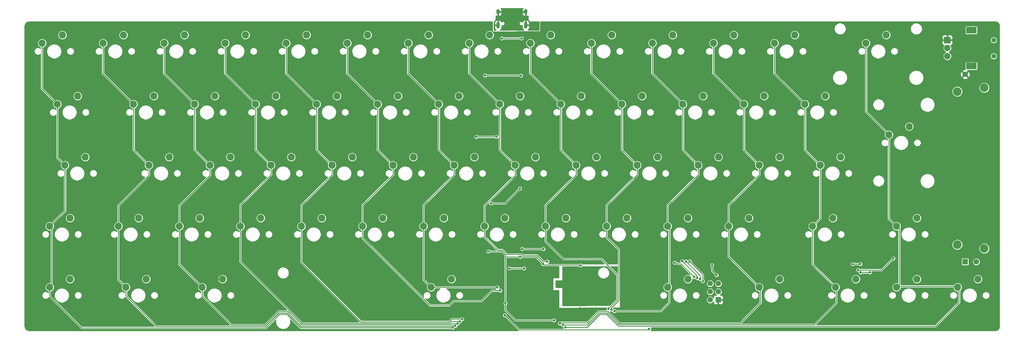
<source format=gbr>
G04 #@! TF.GenerationSoftware,KiCad,Pcbnew,5.1.5+dfsg1-2build2*
G04 #@! TF.CreationDate,2021-01-13T17:57:37+01:00*
G04 #@! TF.ProjectId,suruq-keyboard-pcb,73757275-712d-46b6-9579-626f6172642d,rev?*
G04 #@! TF.SameCoordinates,Original*
G04 #@! TF.FileFunction,Copper,L1,Top*
G04 #@! TF.FilePolarity,Positive*
%FSLAX46Y46*%
G04 Gerber Fmt 4.6, Leading zero omitted, Abs format (unit mm)*
G04 Created by KiCad (PCBNEW 5.1.5+dfsg1-2build2) date 2021-01-13 17:57:37*
%MOMM*%
%LPD*%
G04 APERTURE LIST*
%ADD10R,1.700000X1.700000*%
%ADD11C,1.700000*%
%ADD12C,2.700000*%
%ADD13C,1.750000*%
%ADD14R,1.750000X1.750000*%
%ADD15R,2.000000X2.000000*%
%ADD16C,2.000000*%
%ADD17R,3.200000X2.000000*%
%ADD18C,1.500000*%
%ADD19C,2.200000*%
%ADD20O,1.000000X2.100000*%
%ADD21O,1.000000X1.600000*%
%ADD22C,0.800000*%
%ADD23C,0.250000*%
%ADD24C,0.254000*%
G04 APERTURE END LIST*
D10*
X278560000Y-179510000D03*
D11*
X276020000Y-179510000D03*
X278560000Y-176970000D03*
X276020000Y-176970000D03*
X278560000Y-174430000D03*
X276020000Y-174430000D03*
D12*
X361550000Y-113290000D03*
X361550000Y-163490000D03*
X353150000Y-114490000D03*
X353150000Y-162290000D03*
D13*
X355600000Y-109140000D03*
X359100000Y-167640000D03*
D14*
X355600000Y-167640000D03*
D15*
X350043750Y-98425000D03*
D16*
X350043750Y-100925000D03*
X350043750Y-103425000D03*
D17*
X357543750Y-95325000D03*
X357543750Y-106525000D03*
D18*
X364543750Y-98425000D03*
X364543750Y-103425000D03*
D19*
X324643750Y-99377500D03*
X330993750Y-96837500D03*
X359568750Y-173037500D03*
X353218750Y-175577500D03*
X321468750Y-173037500D03*
X315118750Y-175577500D03*
X297656250Y-173037500D03*
X291306250Y-175577500D03*
X269081250Y-173037500D03*
X262731250Y-175577500D03*
X188912500Y-175577500D03*
X195262500Y-173037500D03*
X117475000Y-175577500D03*
X123825000Y-173037500D03*
X93662500Y-175577500D03*
X100012500Y-173037500D03*
X69850000Y-175577500D03*
X76200000Y-173037500D03*
X340518750Y-173037500D03*
X334168750Y-175577500D03*
X307975000Y-156527500D03*
X314325000Y-153987500D03*
X288131250Y-153987500D03*
X281781250Y-156527500D03*
X269081250Y-153987500D03*
X262731250Y-156527500D03*
X250031250Y-153987500D03*
X243681250Y-156527500D03*
X230981250Y-153987500D03*
X224631250Y-156527500D03*
X211931250Y-153987500D03*
X205581250Y-156527500D03*
X192881250Y-153987500D03*
X186531250Y-156527500D03*
X173831250Y-153987500D03*
X167481250Y-156527500D03*
X154781250Y-153987500D03*
X148431250Y-156527500D03*
X135731250Y-153987500D03*
X129381250Y-156527500D03*
X116681250Y-153987500D03*
X110331250Y-156527500D03*
X97631250Y-153987500D03*
X91281250Y-156527500D03*
X69850000Y-156527500D03*
X76200000Y-153987500D03*
X340518750Y-153987500D03*
X334168750Y-156527500D03*
X316706250Y-134937500D03*
X310356250Y-137477500D03*
X297656250Y-134937500D03*
X291306250Y-137477500D03*
X278606250Y-134937500D03*
X272256250Y-137477500D03*
X259556250Y-134937500D03*
X253206250Y-137477500D03*
X240506250Y-134937500D03*
X234156250Y-137477500D03*
X221456250Y-134937500D03*
X215106250Y-137477500D03*
X202406250Y-134937500D03*
X196056250Y-137477500D03*
X183356250Y-134937500D03*
X177006250Y-137477500D03*
X164306250Y-134937500D03*
X157956250Y-137477500D03*
X145256250Y-134937500D03*
X138906250Y-137477500D03*
X126206250Y-134937500D03*
X119856250Y-137477500D03*
X107156250Y-134937500D03*
X100806250Y-137477500D03*
X74612500Y-137477500D03*
X80962500Y-134937500D03*
X331787500Y-127952500D03*
X338137500Y-125412500D03*
X311943750Y-115887500D03*
X305593750Y-118427500D03*
X292893750Y-115887500D03*
X286543750Y-118427500D03*
X273843750Y-115887500D03*
X267493750Y-118427500D03*
X254793750Y-115887500D03*
X248443750Y-118427500D03*
X235743750Y-115887500D03*
X229393750Y-118427500D03*
X216693750Y-115887500D03*
X210343750Y-118427500D03*
X197643750Y-115887500D03*
X191293750Y-118427500D03*
X178593750Y-115887500D03*
X172243750Y-118427500D03*
X159543750Y-115887500D03*
X153193750Y-118427500D03*
X140493750Y-115887500D03*
X134143750Y-118427500D03*
X121443750Y-115887500D03*
X115093750Y-118427500D03*
X102393750Y-115887500D03*
X96043750Y-118427500D03*
X78581250Y-115887500D03*
X72231250Y-118427500D03*
X302418750Y-96837500D03*
X296068750Y-99377500D03*
X283368750Y-96837500D03*
X277018750Y-99377500D03*
X264318750Y-96837500D03*
X257968750Y-99377500D03*
X245268750Y-96837500D03*
X238918750Y-99377500D03*
X226218750Y-96837500D03*
X219868750Y-99377500D03*
X207168750Y-96837500D03*
X200818750Y-99377500D03*
X188118750Y-96837500D03*
X181768750Y-99377500D03*
X169068750Y-96837500D03*
X162718750Y-99377500D03*
X150018750Y-96837500D03*
X143668750Y-99377500D03*
X130968750Y-96837500D03*
X124618750Y-99377500D03*
X111918750Y-96837500D03*
X105568750Y-99377500D03*
X92868750Y-96837500D03*
X86518750Y-99377500D03*
X73818750Y-96837500D03*
X67468750Y-99377500D03*
D20*
X209833750Y-93775000D03*
X218473750Y-93775000D03*
D21*
X209833750Y-89595000D03*
X218473750Y-89595000D03*
D22*
X223200000Y-164400000D03*
X223200006Y-162700000D03*
X218100000Y-164500000D03*
X218100000Y-162800010D03*
X213900000Y-148800000D03*
X212600000Y-147500010D03*
X215400000Y-144700000D03*
X216700000Y-145999994D03*
X208500000Y-129500000D03*
X208499990Y-127800000D03*
X206000000Y-127800000D03*
X206000000Y-129500000D03*
X203724980Y-129500000D03*
X203724980Y-127800000D03*
X214300000Y-114100000D03*
X214300000Y-112474990D03*
X209400000Y-112374990D03*
X209400000Y-114000000D03*
X212100000Y-108574990D03*
X214100000Y-108674990D03*
X214100000Y-110300000D03*
X207100000Y-108674990D03*
X207100000Y-110300000D03*
X210900000Y-143499998D03*
X212200000Y-144800000D03*
X208799977Y-150300000D03*
X208799977Y-148500000D03*
X207400000Y-147000000D03*
X214200000Y-143000000D03*
X212900000Y-141700012D03*
X233500000Y-174950000D03*
X243750000Y-177600000D03*
X215400000Y-113200000D03*
X206600000Y-112200000D03*
X205800000Y-165600000D03*
X211000000Y-178600000D03*
X211000000Y-167500000D03*
X243750000Y-174670000D03*
X321110000Y-169210000D03*
X323810000Y-169480002D03*
X283368750Y-179387500D03*
X280987500Y-179387500D03*
X277179600Y-172486371D03*
X275500000Y-169485010D03*
X63443886Y-94087500D03*
X63443886Y-128087500D03*
X63443886Y-162087500D03*
X71443886Y-188087500D03*
X80443886Y-111087500D03*
X80443886Y-145087500D03*
X88443886Y-171087500D03*
X97443886Y-94087500D03*
X98443886Y-127087500D03*
X105443886Y-154087500D03*
X109443886Y-184087500D03*
X115443886Y-110087500D03*
X122443886Y-137087500D03*
X128443886Y-165087500D03*
X133443886Y-94087500D03*
X139443886Y-188087500D03*
X142443886Y-119087500D03*
X146443886Y-149087500D03*
X157443886Y-172087500D03*
X159443886Y-102087500D03*
X163443886Y-132087500D03*
X175443886Y-156087500D03*
X180443886Y-185087500D03*
X181443886Y-114087500D03*
X191443886Y-138087500D03*
X195443886Y-94087500D03*
X200443886Y-165087500D03*
X211443886Y-123087500D03*
X220443886Y-148087500D03*
X221443886Y-187087500D03*
X225443886Y-99087500D03*
X237443886Y-131087500D03*
X238500000Y-163200000D03*
X250443886Y-108087500D03*
X252443886Y-184087500D03*
X256443886Y-146087500D03*
X268443886Y-124087500D03*
X270443886Y-166087500D03*
X272443886Y-94087500D03*
X285443886Y-141087500D03*
X286443886Y-184087500D03*
X289443886Y-111087500D03*
X299443886Y-161087500D03*
X306443886Y-94087500D03*
X307443886Y-127087500D03*
X316443886Y-180087500D03*
X322443886Y-146087500D03*
X325443886Y-109087500D03*
X337443886Y-165087500D03*
X340443886Y-128087500D03*
X344443886Y-94087500D03*
X348443886Y-188087500D03*
X354443886Y-148087500D03*
X362443886Y-110087500D03*
X365443886Y-171087500D03*
X212900000Y-98700000D03*
X212100000Y-110224996D03*
X215100000Y-98700000D03*
X230900000Y-167600000D03*
X238400000Y-165200000D03*
X232800000Y-182800000D03*
X235500000Y-182200000D03*
X230600000Y-180700000D03*
X230500000Y-169900000D03*
X246500000Y-169900000D03*
X206700000Y-164400000D03*
X227300000Y-185900000D03*
X216700000Y-166100000D03*
X212100000Y-180600000D03*
X223850000Y-168290000D03*
X320470000Y-168360000D03*
X322880000Y-168330000D03*
X235560000Y-168760000D03*
X278000000Y-171800000D03*
X276600000Y-168700000D03*
X205750000Y-109450000D03*
X216925010Y-109499986D03*
X209300000Y-128600000D03*
X202992870Y-128607100D03*
X230044999Y-187375000D03*
X217900000Y-169700000D03*
X213300000Y-169700000D03*
X223950000Y-163640000D03*
X217290000Y-163620000D03*
X211900000Y-184300000D03*
X257000000Y-188575000D03*
X217150000Y-97900000D03*
X210950000Y-97900000D03*
X271000000Y-172400000D03*
X264865055Y-167925010D03*
X272920649Y-173041238D03*
X268500006Y-167500000D03*
X271974397Y-172717803D03*
X267299994Y-167400000D03*
X273725000Y-173676470D03*
X269600000Y-167500000D03*
X322950000Y-170950010D03*
X325855464Y-170950010D03*
X195651307Y-188204843D03*
X196469662Y-187621315D03*
X197190193Y-186927875D03*
X197892892Y-186207108D03*
X198600000Y-185500000D03*
X210487336Y-176612656D03*
X209592885Y-175592885D03*
X225150000Y-167540000D03*
X244267208Y-182225010D03*
X245205933Y-182569710D03*
X246120000Y-183030000D03*
X229096314Y-186875000D03*
X230770000Y-188090000D03*
X322170132Y-170225000D03*
X333190000Y-166550000D03*
X216650000Y-144750000D03*
X207600000Y-149400000D03*
X216300000Y-89400000D03*
X214400000Y-92000000D03*
X212000000Y-89400000D03*
D23*
X205800000Y-165600000D02*
X209200000Y-165600000D01*
X209200000Y-165600000D02*
X211000000Y-167400000D01*
X211000000Y-167400000D02*
X211000000Y-167500000D01*
X211399999Y-167899999D02*
X211399999Y-178200001D01*
X211000000Y-167500000D02*
X211399999Y-167899999D01*
X211399999Y-178200001D02*
X211000000Y-178600000D01*
X321110000Y-169210000D02*
X323539998Y-169210000D01*
X323539998Y-169210000D02*
X323810000Y-169480002D01*
X283368750Y-179387500D02*
X280987500Y-179387500D01*
X277179600Y-172486371D02*
X275500000Y-170806771D01*
X275500000Y-170806771D02*
X275500000Y-169485010D01*
X206999999Y-112599999D02*
X206600000Y-112200000D01*
X207600000Y-113200000D02*
X206999999Y-112599999D01*
X215400000Y-113200000D02*
X207600000Y-113200000D01*
X212100000Y-182700000D02*
X212100000Y-180600000D01*
X215300000Y-185900000D02*
X212100000Y-182700000D01*
X227300000Y-185900000D02*
X215300000Y-185900000D01*
X211000000Y-164400000D02*
X206700000Y-164400000D01*
X212100000Y-165500000D02*
X211000000Y-164400000D01*
X212200000Y-166100000D02*
X212100000Y-166000000D01*
X216700000Y-166100000D02*
X212200000Y-166100000D01*
X212100000Y-166000000D02*
X212100000Y-165500000D01*
X212100000Y-180600000D02*
X212100000Y-166000000D01*
X322850000Y-168360000D02*
X322880000Y-168330000D01*
X320470000Y-168360000D02*
X322850000Y-168360000D01*
X235430000Y-168630000D02*
X235560000Y-168760000D01*
X224190000Y-168630000D02*
X235430000Y-168630000D01*
X223850000Y-168290000D02*
X224190000Y-168630000D01*
X278000000Y-171800000D02*
X276600000Y-170400000D01*
X276600000Y-170400000D02*
X276600000Y-168700000D01*
X216700000Y-166100000D02*
X221660000Y-166100000D01*
X221660000Y-166100000D02*
X223450001Y-167890001D01*
X223450001Y-167890001D02*
X223850000Y-168290000D01*
X205750000Y-109450000D02*
X216875024Y-109450000D01*
X216875024Y-109450000D02*
X216925010Y-109499986D01*
X202999970Y-128600000D02*
X202992870Y-128607100D01*
X209300000Y-128600000D02*
X202999970Y-128600000D01*
X296068750Y-108902500D02*
X305593750Y-118427500D01*
X296068750Y-99377500D02*
X296068750Y-108902500D01*
X305593750Y-132715000D02*
X310356250Y-137477500D01*
X305593750Y-118427500D02*
X305593750Y-132715000D01*
X310356250Y-154146250D02*
X307975000Y-156527500D01*
X310356250Y-137477500D02*
X310356250Y-154146250D01*
X307975000Y-168433750D02*
X315118750Y-175577500D01*
X307975000Y-156527500D02*
X307975000Y-168433750D01*
X315400000Y-180437250D02*
X315400000Y-175858750D01*
X315400000Y-175858750D02*
X315118750Y-175577500D01*
X308557260Y-187279990D02*
X315400000Y-180437250D01*
X247636410Y-187290000D02*
X297183590Y-187290000D01*
X297193600Y-187279990D02*
X308557260Y-187279990D01*
X243928900Y-183582490D02*
X247636410Y-187290000D01*
X241420099Y-183582489D02*
X243928900Y-183582490D01*
X230059999Y-187360000D02*
X237642588Y-187360000D01*
X297183590Y-187290000D02*
X297193600Y-187279990D01*
X237642588Y-187360000D02*
X241420099Y-183582489D01*
X230044999Y-187375000D02*
X230059999Y-187360000D01*
X217900000Y-169700000D02*
X213300000Y-169700000D01*
X217310000Y-163640000D02*
X217290000Y-163620000D01*
X223950000Y-163640000D02*
X217310000Y-163640000D01*
X256715000Y-188860000D02*
X257000000Y-188575000D01*
X216460000Y-188860000D02*
X256715000Y-188860000D01*
X211900000Y-184300000D02*
X216460000Y-188860000D01*
X217150000Y-97900000D02*
X210950000Y-97900000D01*
X265430740Y-167925010D02*
X264865055Y-167925010D01*
X271000000Y-172400000D02*
X266857017Y-168257017D01*
X266857017Y-168257017D02*
X265762747Y-168257017D01*
X265762747Y-168257017D02*
X265430740Y-167925010D01*
X268900005Y-167899999D02*
X268500006Y-167500000D01*
X272920649Y-171920643D02*
X268900005Y-167899999D01*
X272920649Y-173041238D02*
X272920649Y-171920643D01*
X267699993Y-167799999D02*
X267299994Y-167400000D01*
X271974397Y-172074403D02*
X267699993Y-167799999D01*
X271974397Y-172717803D02*
X271974397Y-172074403D01*
X269999999Y-167899999D02*
X269600000Y-167500000D01*
X273725000Y-171625000D02*
X269999999Y-167899999D01*
X273725000Y-173676470D02*
X273725000Y-171625000D01*
X322950000Y-170950010D02*
X325855464Y-170950010D01*
X67468750Y-113665000D02*
X72231250Y-118427500D01*
X67468750Y-99377500D02*
X67468750Y-113665000D01*
X72231250Y-135096250D02*
X72231250Y-118427500D01*
X74612500Y-137477500D02*
X72231250Y-135096250D01*
X74612500Y-151765000D02*
X69850000Y-156527500D01*
X74612500Y-137477500D02*
X74612500Y-151765000D01*
X70450000Y-174977500D02*
X69850000Y-175577500D01*
X70450000Y-157127500D02*
X70450000Y-174977500D01*
X69850000Y-156527500D02*
X70450000Y-157127500D01*
X79738998Y-188238998D02*
X137400000Y-188238998D01*
X69850000Y-178350000D02*
X79738998Y-188238998D01*
X148104843Y-188204843D02*
X195085622Y-188204843D01*
X195085622Y-188204843D02*
X195651307Y-188204843D01*
X69850000Y-175577500D02*
X69850000Y-178350000D01*
X141606499Y-184032499D02*
X143932499Y-184032499D01*
X137400000Y-188238998D02*
X141606499Y-184032499D01*
X143932499Y-184032499D02*
X148104843Y-188204843D01*
X86518750Y-108902500D02*
X96043750Y-118427500D01*
X86518750Y-99377500D02*
X86518750Y-108902500D01*
X96043750Y-132715000D02*
X100806250Y-137477500D01*
X96043750Y-118427500D02*
X96043750Y-132715000D01*
X91281250Y-173196250D02*
X93662500Y-175577500D01*
X91281250Y-156527500D02*
X91281250Y-173196250D01*
X100806250Y-137477500D02*
X100806250Y-140620750D01*
X100806250Y-140620750D02*
X91281250Y-150145750D01*
X91281250Y-150145750D02*
X91281250Y-156527500D01*
X93662500Y-175577500D02*
X93662500Y-178262500D01*
X141420099Y-183582489D02*
X144118899Y-183582489D01*
X195025135Y-187747687D02*
X195300128Y-187472694D01*
X195300128Y-187472694D02*
X196321041Y-187472694D01*
X196321041Y-187472694D02*
X196469662Y-187621315D01*
X148284095Y-187747687D02*
X195025135Y-187747687D01*
X144118899Y-183582489D02*
X148284095Y-187747687D01*
X137213600Y-187788989D02*
X141420099Y-183582489D01*
X103188988Y-187788988D02*
X137213600Y-187788989D01*
X93662500Y-178262500D02*
X103188988Y-187788988D01*
X105568750Y-108902500D02*
X115093750Y-118427500D01*
X105568750Y-99377500D02*
X105568750Y-108902500D01*
X115093750Y-132715000D02*
X119856250Y-137477500D01*
X115093750Y-118427500D02*
X115093750Y-132715000D01*
X110331250Y-168433750D02*
X117475000Y-175577500D01*
X110331250Y-156527500D02*
X110331250Y-168433750D01*
X119856250Y-137477500D02*
X119856250Y-140620750D01*
X119856250Y-140620750D02*
X110331250Y-150145750D01*
X110331250Y-150145750D02*
X110331250Y-156527500D01*
X137027200Y-187338978D02*
X141233698Y-183132480D01*
X144305299Y-183132479D02*
X148470495Y-187297676D01*
X195240097Y-186896314D02*
X197158632Y-186896314D01*
X148470495Y-187297676D02*
X194838735Y-187297676D01*
X117475000Y-175577500D02*
X117475000Y-178275000D01*
X194838735Y-187297676D02*
X195240097Y-186896314D01*
X141233698Y-183132480D02*
X144305299Y-183132479D01*
X117475000Y-178275000D02*
X126538978Y-187338978D01*
X197158632Y-186896314D02*
X197190193Y-186927875D01*
X126538978Y-187338978D02*
X137027200Y-187338978D01*
X129381250Y-150011502D02*
X129381250Y-156527500D01*
X138906250Y-140486502D02*
X129381250Y-150011502D01*
X138906250Y-137477500D02*
X138906250Y-140486502D01*
X134143750Y-132715000D02*
X138906250Y-137477500D01*
X134143750Y-118427500D02*
X134143750Y-132715000D01*
X124618750Y-108902500D02*
X134143750Y-118427500D01*
X124618750Y-99377500D02*
X124618750Y-108902500D01*
X197327207Y-186207108D02*
X197322973Y-186202874D01*
X129381250Y-158083134D02*
X129381250Y-156527500D01*
X197892892Y-186207108D02*
X197327207Y-186207108D01*
X197322973Y-186202874D02*
X195297126Y-186202874D01*
X195297126Y-186202874D02*
X194652335Y-186847665D01*
X129381250Y-167572020D02*
X129381250Y-158083134D01*
X194652335Y-186847665D02*
X148656895Y-186847665D01*
X148656895Y-186847665D02*
X129381250Y-167572020D01*
X143668750Y-108902500D02*
X153193750Y-118427500D01*
X143668750Y-99377500D02*
X143668750Y-108902500D01*
X153193750Y-132715000D02*
X157956250Y-137477500D01*
X153193750Y-118427500D02*
X153193750Y-132715000D01*
X148431250Y-150011502D02*
X148431250Y-156527500D01*
X157956250Y-140486502D02*
X148431250Y-150011502D01*
X157956250Y-137477500D02*
X157956250Y-140486502D01*
X148431250Y-167831250D02*
X148431250Y-156527500D01*
X166997655Y-186397655D02*
X148431250Y-167831250D01*
X194465935Y-186397655D02*
X166997655Y-186397655D01*
X195381483Y-185482107D02*
X194465935Y-186397655D01*
X198240893Y-185482107D02*
X195381483Y-185482107D01*
X198258786Y-185500000D02*
X198240893Y-185482107D01*
X198600000Y-185500000D02*
X198258786Y-185500000D01*
X162718750Y-108902500D02*
X172243750Y-118427500D01*
X162718750Y-99377500D02*
X162718750Y-108902500D01*
X172243750Y-132715000D02*
X177006250Y-137477500D01*
X172243750Y-118427500D02*
X172243750Y-132715000D01*
X167481250Y-150011502D02*
X167481250Y-156527500D01*
X177006250Y-140486502D02*
X167481250Y-150011502D01*
X177006250Y-137477500D02*
X177006250Y-140486502D01*
X207887344Y-176612656D02*
X210487336Y-176612656D01*
X204600000Y-179900000D02*
X207887344Y-176612656D01*
X196000000Y-179900000D02*
X204600000Y-179900000D01*
X194700000Y-181200000D02*
X196000000Y-179900000D01*
X188500000Y-181200000D02*
X194700000Y-181200000D01*
X167481250Y-160181250D02*
X188500000Y-181200000D01*
X167481250Y-156527500D02*
X167481250Y-160181250D01*
X181768750Y-108902500D02*
X191293750Y-118427500D01*
X181768750Y-99377500D02*
X181768750Y-108902500D01*
X191293750Y-132715000D02*
X196056250Y-137477500D01*
X191293750Y-118427500D02*
X191293750Y-132715000D01*
X186531250Y-150011502D02*
X186531250Y-156527500D01*
X196056250Y-140486502D02*
X186531250Y-150011502D01*
X196056250Y-137477500D02*
X196056250Y-140486502D01*
X186531250Y-173196250D02*
X188912500Y-175577500D01*
X186531250Y-156527500D02*
X186531250Y-173196250D01*
X188912500Y-175577500D02*
X209577500Y-175577500D01*
X209577500Y-175577500D02*
X209592885Y-175592885D01*
X200818750Y-99377500D02*
X200818750Y-108902500D01*
X200818750Y-108902500D02*
X210343750Y-118427500D01*
X214006251Y-136377501D02*
X215106250Y-137477500D01*
X210343750Y-132715000D02*
X214006251Y-136377501D01*
X210343750Y-118427500D02*
X210343750Y-132715000D01*
X217479990Y-165649990D02*
X221979990Y-165649990D01*
X217200000Y-165370000D02*
X217479990Y-165649990D01*
X223860000Y-167540000D02*
X225150000Y-167540000D01*
X211186400Y-163949990D02*
X212606410Y-165370000D01*
X223130000Y-166810000D02*
X223860000Y-167540000D01*
X221979990Y-165649990D02*
X223130000Y-166800000D01*
X212606410Y-165370000D02*
X217200000Y-165370000D01*
X223130000Y-166800000D02*
X223130000Y-166810000D01*
X209679990Y-163949990D02*
X211186400Y-163949990D01*
X205581250Y-159851250D02*
X209679990Y-163949990D01*
X205581250Y-156527500D02*
X205581250Y-159851250D01*
X205581250Y-154971866D02*
X205581250Y-156527500D01*
X205581250Y-150191752D02*
X205581250Y-154971866D01*
X215106250Y-140666752D02*
X205581250Y-150191752D01*
X215106250Y-137477500D02*
X215106250Y-140666752D01*
X219868750Y-108902500D02*
X229393750Y-118427500D01*
X219868750Y-99377500D02*
X219868750Y-108902500D01*
X229393750Y-132715000D02*
X234156250Y-137477500D01*
X229393750Y-118427500D02*
X229393750Y-132715000D01*
X224631250Y-150011502D02*
X224631250Y-156527500D01*
X234156250Y-140486502D02*
X224631250Y-150011502D01*
X234156250Y-137477500D02*
X234156250Y-140486502D01*
X247000000Y-179492218D02*
X244267208Y-182225010D01*
X247000000Y-171710000D02*
X247000000Y-179492218D01*
X242050000Y-166760000D02*
X247000000Y-171710000D01*
X230220000Y-166760000D02*
X242050000Y-166760000D01*
X224631250Y-161171250D02*
X230220000Y-166760000D01*
X224631250Y-156527500D02*
X224631250Y-161171250D01*
X238918750Y-108902500D02*
X248443750Y-118427500D01*
X238918750Y-99377500D02*
X238918750Y-108902500D01*
X248443750Y-132715000D02*
X253206250Y-137477500D01*
X248443750Y-118427500D02*
X248443750Y-132715000D01*
X243681250Y-150011502D02*
X243681250Y-156527500D01*
X253206250Y-140486502D02*
X243681250Y-150011502D01*
X253206250Y-137477500D02*
X253206250Y-140486502D01*
X245205933Y-182004025D02*
X245205933Y-182569710D01*
X247500000Y-179709958D02*
X245205933Y-182004025D01*
X247500000Y-163800000D02*
X247500000Y-179709958D01*
X243681250Y-159981250D02*
X247500000Y-163800000D01*
X243681250Y-156527500D02*
X243681250Y-159981250D01*
X257968750Y-108902500D02*
X267493750Y-118427500D01*
X257968750Y-99377500D02*
X257968750Y-108902500D01*
X267493750Y-132715000D02*
X272256250Y-137477500D01*
X267493750Y-118427500D02*
X267493750Y-132715000D01*
X262731250Y-150011502D02*
X262731250Y-156527500D01*
X272256250Y-140486502D02*
X262731250Y-150011502D01*
X272256250Y-137477500D02*
X272256250Y-140486502D01*
X263300000Y-175008750D02*
X262731250Y-175577500D01*
X263300000Y-157096250D02*
X263300000Y-175008750D01*
X262731250Y-156527500D02*
X263300000Y-157096250D01*
X263230000Y-176076250D02*
X262731250Y-175577500D01*
X263230000Y-180360000D02*
X263230000Y-176076250D01*
X260560000Y-183030000D02*
X263230000Y-180360000D01*
X246120000Y-183030000D02*
X260560000Y-183030000D01*
X277018750Y-108902500D02*
X286543750Y-118427500D01*
X277018750Y-99377500D02*
X277018750Y-108902500D01*
X286543750Y-132715000D02*
X291306250Y-137477500D01*
X286543750Y-118427500D02*
X286543750Y-132715000D01*
X281781250Y-150011502D02*
X281781250Y-156527500D01*
X291306250Y-140486502D02*
X281781250Y-150011502D01*
X291306250Y-137477500D02*
X291306250Y-140486502D01*
X281781250Y-166052500D02*
X291306250Y-175577500D01*
X281781250Y-156527500D02*
X281781250Y-166052500D01*
X291710000Y-175981250D02*
X291306250Y-175577500D01*
X291710000Y-180460000D02*
X291710000Y-175981250D01*
X285330000Y-186840000D02*
X291710000Y-180460000D01*
X241157519Y-183132481D02*
X244115301Y-183132481D01*
X247822820Y-186840000D02*
X285330000Y-186840000D01*
X237910000Y-186380000D02*
X241157519Y-183132481D01*
X237910000Y-186390000D02*
X237910000Y-186380000D01*
X244115301Y-183132481D02*
X247822820Y-186840000D01*
X237650000Y-186650000D02*
X237910000Y-186390000D01*
X229321314Y-186650000D02*
X237650000Y-186650000D01*
X229096314Y-186875000D02*
X229321314Y-186650000D01*
X324643750Y-120808750D02*
X331787500Y-127952500D01*
X324643750Y-99377500D02*
X324643750Y-120808750D01*
X331787500Y-154146250D02*
X331787500Y-127952500D01*
X334168750Y-156527500D02*
X331787500Y-154146250D01*
X335100000Y-174646250D02*
X334168750Y-175577500D01*
X335100000Y-157458750D02*
X335100000Y-174646250D01*
X334168750Y-156527500D02*
X335100000Y-157458750D01*
X352941250Y-175300000D02*
X353218750Y-175577500D01*
X334446250Y-175300000D02*
X352941250Y-175300000D01*
X334168750Y-175577500D02*
X334446250Y-175300000D01*
X334440000Y-175848750D02*
X334168750Y-175577500D01*
X353700000Y-180370000D02*
X353700000Y-176058750D01*
X346340000Y-187730000D02*
X353700000Y-180370000D01*
X297370000Y-187740000D02*
X297380000Y-187730000D01*
X247450000Y-187740000D02*
X297370000Y-187740000D01*
X243742499Y-184032499D02*
X247450000Y-187740000D01*
X241606499Y-184032499D02*
X243742499Y-184032499D01*
X353700000Y-176058750D02*
X353218750Y-175577500D01*
X297380000Y-187730000D02*
X346340000Y-187730000D01*
X237548998Y-188090000D02*
X241606499Y-184032499D01*
X230770000Y-188090000D02*
X237548998Y-188090000D01*
X329515000Y-170225000D02*
X333190000Y-166550000D01*
X322170132Y-170225000D02*
X329515000Y-170225000D01*
X333190000Y-166550000D02*
X333190000Y-166550000D01*
X216650000Y-144750000D02*
X212000000Y-149400000D01*
X212000000Y-149400000D02*
X207600000Y-149400000D01*
D24*
G36*
X234995302Y-169223436D02*
G01*
X235096564Y-169324698D01*
X235215636Y-169404259D01*
X235347942Y-169459062D01*
X235488397Y-169487000D01*
X235631603Y-169487000D01*
X235772058Y-169459062D01*
X235904364Y-169404259D01*
X236023436Y-169324698D01*
X236124698Y-169223436D01*
X236189134Y-169127000D01*
X243777776Y-169127000D01*
X246548000Y-171897225D01*
X246548001Y-179304993D01*
X244572179Y-181280816D01*
X229977000Y-181322636D01*
X229977000Y-175800000D01*
X229974560Y-175775224D01*
X229967333Y-175751399D01*
X229955597Y-175729443D01*
X229939803Y-175710197D01*
X229920557Y-175694403D01*
X229898601Y-175682667D01*
X229874776Y-175675440D01*
X229850000Y-175673000D01*
X227877000Y-175673000D01*
X227877000Y-173527000D01*
X229850000Y-173527000D01*
X229874776Y-173524560D01*
X229898601Y-173517333D01*
X229920557Y-173505597D01*
X229939803Y-173489803D01*
X229955597Y-173470557D01*
X229967333Y-173448601D01*
X229974560Y-173424776D01*
X229977000Y-173400000D01*
X229977000Y-170935094D01*
X240870500Y-170935094D01*
X240870500Y-171299906D01*
X240941671Y-171657708D01*
X241081279Y-171994751D01*
X241283958Y-172298081D01*
X241541919Y-172556042D01*
X241845249Y-172758721D01*
X242182292Y-172898329D01*
X242540094Y-172969500D01*
X242904906Y-172969500D01*
X243262708Y-172898329D01*
X243599751Y-172758721D01*
X243903081Y-172556042D01*
X244161042Y-172298081D01*
X244363721Y-171994751D01*
X244503329Y-171657708D01*
X244574500Y-171299906D01*
X244574500Y-170935094D01*
X244503329Y-170577292D01*
X244363721Y-170240249D01*
X244161042Y-169936919D01*
X243903081Y-169678958D01*
X243599751Y-169476279D01*
X243262708Y-169336671D01*
X242904906Y-169265500D01*
X242540094Y-169265500D01*
X242182292Y-169336671D01*
X241845249Y-169476279D01*
X241541919Y-169678958D01*
X241283958Y-169936919D01*
X241081279Y-170240249D01*
X240941671Y-170577292D01*
X240870500Y-170935094D01*
X229977000Y-170935094D01*
X229977000Y-169127000D01*
X234930866Y-169127000D01*
X234995302Y-169223436D01*
G37*
X234995302Y-169223436D02*
X235096564Y-169324698D01*
X235215636Y-169404259D01*
X235347942Y-169459062D01*
X235488397Y-169487000D01*
X235631603Y-169487000D01*
X235772058Y-169459062D01*
X235904364Y-169404259D01*
X236023436Y-169324698D01*
X236124698Y-169223436D01*
X236189134Y-169127000D01*
X243777776Y-169127000D01*
X246548000Y-171897225D01*
X246548001Y-179304993D01*
X244572179Y-181280816D01*
X229977000Y-181322636D01*
X229977000Y-175800000D01*
X229974560Y-175775224D01*
X229967333Y-175751399D01*
X229955597Y-175729443D01*
X229939803Y-175710197D01*
X229920557Y-175694403D01*
X229898601Y-175682667D01*
X229874776Y-175675440D01*
X229850000Y-175673000D01*
X227877000Y-175673000D01*
X227877000Y-173527000D01*
X229850000Y-173527000D01*
X229874776Y-173524560D01*
X229898601Y-173517333D01*
X229920557Y-173505597D01*
X229939803Y-173489803D01*
X229955597Y-173470557D01*
X229967333Y-173448601D01*
X229974560Y-173424776D01*
X229977000Y-173400000D01*
X229977000Y-170935094D01*
X240870500Y-170935094D01*
X240870500Y-171299906D01*
X240941671Y-171657708D01*
X241081279Y-171994751D01*
X241283958Y-172298081D01*
X241541919Y-172556042D01*
X241845249Y-172758721D01*
X242182292Y-172898329D01*
X242540094Y-172969500D01*
X242904906Y-172969500D01*
X243262708Y-172898329D01*
X243599751Y-172758721D01*
X243903081Y-172556042D01*
X244161042Y-172298081D01*
X244363721Y-171994751D01*
X244503329Y-171657708D01*
X244574500Y-171299906D01*
X244574500Y-170935094D01*
X244503329Y-170577292D01*
X244363721Y-170240249D01*
X244161042Y-169936919D01*
X243903081Y-169678958D01*
X243599751Y-169476279D01*
X243262708Y-169336671D01*
X242904906Y-169265500D01*
X242540094Y-169265500D01*
X242182292Y-169336671D01*
X241845249Y-169476279D01*
X241541919Y-169678958D01*
X241283958Y-169936919D01*
X241081279Y-170240249D01*
X240941671Y-170577292D01*
X240870500Y-170935094D01*
X229977000Y-170935094D01*
X229977000Y-169127000D01*
X234930866Y-169127000D01*
X234995302Y-169223436D01*
G36*
X247048000Y-171118776D02*
G01*
X245056224Y-169127000D01*
X247048000Y-169127000D01*
X247048000Y-171118776D01*
G37*
X247048000Y-171118776D02*
X245056224Y-169127000D01*
X247048000Y-169127000D01*
X247048000Y-171118776D01*
G36*
X208073000Y-95700000D02*
G01*
X208075440Y-95724776D01*
X208076321Y-95727680D01*
X207844688Y-95572909D01*
X207584991Y-95465338D01*
X207309297Y-95410500D01*
X207028203Y-95410500D01*
X206752509Y-95465338D01*
X206492812Y-95572909D01*
X206259090Y-95729076D01*
X206060326Y-95927840D01*
X205904159Y-96161562D01*
X205796588Y-96421259D01*
X205741750Y-96696953D01*
X205741750Y-96978047D01*
X205796588Y-97253741D01*
X205904159Y-97513438D01*
X206060326Y-97747160D01*
X206259090Y-97945924D01*
X206492812Y-98102091D01*
X206752509Y-98209662D01*
X207028203Y-98264500D01*
X207309297Y-98264500D01*
X207584991Y-98209662D01*
X207844688Y-98102091D01*
X208078410Y-97945924D01*
X208195937Y-97828397D01*
X210223000Y-97828397D01*
X210223000Y-97971603D01*
X210250938Y-98112058D01*
X210305741Y-98244364D01*
X210385302Y-98363436D01*
X210486564Y-98464698D01*
X210605636Y-98544259D01*
X210737942Y-98599062D01*
X210878397Y-98627000D01*
X211021603Y-98627000D01*
X211162058Y-98599062D01*
X211294364Y-98544259D01*
X211413436Y-98464698D01*
X211514698Y-98363436D01*
X211522339Y-98352000D01*
X216577661Y-98352000D01*
X216585302Y-98363436D01*
X216686564Y-98464698D01*
X216805636Y-98544259D01*
X216937942Y-98599062D01*
X217078397Y-98627000D01*
X217221603Y-98627000D01*
X217362058Y-98599062D01*
X217494364Y-98544259D01*
X217613436Y-98464698D01*
X217714698Y-98363436D01*
X217794259Y-98244364D01*
X217849062Y-98112058D01*
X217877000Y-97971603D01*
X217877000Y-97828397D01*
X217849062Y-97687942D01*
X217794259Y-97555636D01*
X217714698Y-97436564D01*
X217613436Y-97335302D01*
X217494364Y-97255741D01*
X217362058Y-97200938D01*
X217221603Y-97173000D01*
X217078397Y-97173000D01*
X216937942Y-97200938D01*
X216805636Y-97255741D01*
X216686564Y-97335302D01*
X216585302Y-97436564D01*
X216577661Y-97448000D01*
X211522339Y-97448000D01*
X211514698Y-97436564D01*
X211413436Y-97335302D01*
X211294364Y-97255741D01*
X211162058Y-97200938D01*
X211021603Y-97173000D01*
X210878397Y-97173000D01*
X210737942Y-97200938D01*
X210605636Y-97255741D01*
X210486564Y-97335302D01*
X210385302Y-97436564D01*
X210305741Y-97555636D01*
X210250938Y-97687942D01*
X210223000Y-97828397D01*
X208195937Y-97828397D01*
X208277174Y-97747160D01*
X208433341Y-97513438D01*
X208540912Y-97253741D01*
X208595750Y-96978047D01*
X208595750Y-96696953D01*
X224791750Y-96696953D01*
X224791750Y-96978047D01*
X224846588Y-97253741D01*
X224954159Y-97513438D01*
X225110326Y-97747160D01*
X225309090Y-97945924D01*
X225542812Y-98102091D01*
X225802509Y-98209662D01*
X226078203Y-98264500D01*
X226359297Y-98264500D01*
X226634991Y-98209662D01*
X226894688Y-98102091D01*
X227128410Y-97945924D01*
X227327174Y-97747160D01*
X227483341Y-97513438D01*
X227590912Y-97253741D01*
X227645750Y-96978047D01*
X227645750Y-96696953D01*
X243841750Y-96696953D01*
X243841750Y-96978047D01*
X243896588Y-97253741D01*
X244004159Y-97513438D01*
X244160326Y-97747160D01*
X244359090Y-97945924D01*
X244592812Y-98102091D01*
X244852509Y-98209662D01*
X245128203Y-98264500D01*
X245409297Y-98264500D01*
X245684991Y-98209662D01*
X245944688Y-98102091D01*
X246178410Y-97945924D01*
X246377174Y-97747160D01*
X246533341Y-97513438D01*
X246640912Y-97253741D01*
X246695750Y-96978047D01*
X246695750Y-96696953D01*
X262891750Y-96696953D01*
X262891750Y-96978047D01*
X262946588Y-97253741D01*
X263054159Y-97513438D01*
X263210326Y-97747160D01*
X263409090Y-97945924D01*
X263642812Y-98102091D01*
X263902509Y-98209662D01*
X264178203Y-98264500D01*
X264459297Y-98264500D01*
X264734991Y-98209662D01*
X264994688Y-98102091D01*
X265228410Y-97945924D01*
X265427174Y-97747160D01*
X265583341Y-97513438D01*
X265690912Y-97253741D01*
X265745750Y-96978047D01*
X265745750Y-96696953D01*
X281941750Y-96696953D01*
X281941750Y-96978047D01*
X281996588Y-97253741D01*
X282104159Y-97513438D01*
X282260326Y-97747160D01*
X282459090Y-97945924D01*
X282692812Y-98102091D01*
X282952509Y-98209662D01*
X283228203Y-98264500D01*
X283509297Y-98264500D01*
X283784991Y-98209662D01*
X284044688Y-98102091D01*
X284278410Y-97945924D01*
X284477174Y-97747160D01*
X284633341Y-97513438D01*
X284740912Y-97253741D01*
X284795750Y-96978047D01*
X284795750Y-96696953D01*
X300991750Y-96696953D01*
X300991750Y-96978047D01*
X301046588Y-97253741D01*
X301154159Y-97513438D01*
X301310326Y-97747160D01*
X301509090Y-97945924D01*
X301742812Y-98102091D01*
X302002509Y-98209662D01*
X302278203Y-98264500D01*
X302559297Y-98264500D01*
X302834991Y-98209662D01*
X303094688Y-98102091D01*
X303328410Y-97945924D01*
X303527174Y-97747160D01*
X303683341Y-97513438D01*
X303790912Y-97253741D01*
X303845750Y-96978047D01*
X303845750Y-96696953D01*
X303790912Y-96421259D01*
X303683341Y-96161562D01*
X303527174Y-95927840D01*
X303328410Y-95729076D01*
X303094688Y-95572909D01*
X302834991Y-95465338D01*
X302559297Y-95410500D01*
X302278203Y-95410500D01*
X302002509Y-95465338D01*
X301742812Y-95572909D01*
X301509090Y-95729076D01*
X301310326Y-95927840D01*
X301154159Y-96161562D01*
X301046588Y-96421259D01*
X300991750Y-96696953D01*
X284795750Y-96696953D01*
X284740912Y-96421259D01*
X284633341Y-96161562D01*
X284477174Y-95927840D01*
X284278410Y-95729076D01*
X284044688Y-95572909D01*
X283784991Y-95465338D01*
X283509297Y-95410500D01*
X283228203Y-95410500D01*
X282952509Y-95465338D01*
X282692812Y-95572909D01*
X282459090Y-95729076D01*
X282260326Y-95927840D01*
X282104159Y-96161562D01*
X281996588Y-96421259D01*
X281941750Y-96696953D01*
X265745750Y-96696953D01*
X265690912Y-96421259D01*
X265583341Y-96161562D01*
X265427174Y-95927840D01*
X265228410Y-95729076D01*
X264994688Y-95572909D01*
X264734991Y-95465338D01*
X264459297Y-95410500D01*
X264178203Y-95410500D01*
X263902509Y-95465338D01*
X263642812Y-95572909D01*
X263409090Y-95729076D01*
X263210326Y-95927840D01*
X263054159Y-96161562D01*
X262946588Y-96421259D01*
X262891750Y-96696953D01*
X246695750Y-96696953D01*
X246640912Y-96421259D01*
X246533341Y-96161562D01*
X246377174Y-95927840D01*
X246178410Y-95729076D01*
X245944688Y-95572909D01*
X245684991Y-95465338D01*
X245409297Y-95410500D01*
X245128203Y-95410500D01*
X244852509Y-95465338D01*
X244592812Y-95572909D01*
X244359090Y-95729076D01*
X244160326Y-95927840D01*
X244004159Y-96161562D01*
X243896588Y-96421259D01*
X243841750Y-96696953D01*
X227645750Y-96696953D01*
X227590912Y-96421259D01*
X227483341Y-96161562D01*
X227327174Y-95927840D01*
X227128410Y-95729076D01*
X226894688Y-95572909D01*
X226634991Y-95465338D01*
X226359297Y-95410500D01*
X226078203Y-95410500D01*
X225802509Y-95465338D01*
X225542812Y-95572909D01*
X225309090Y-95729076D01*
X225110326Y-95927840D01*
X224954159Y-96161562D01*
X224846588Y-96421259D01*
X224791750Y-96696953D01*
X208595750Y-96696953D01*
X208540912Y-96421259D01*
X208433341Y-96161562D01*
X208277174Y-95927840D01*
X208173315Y-95823981D01*
X208175224Y-95824560D01*
X208200864Y-95826997D01*
X222900864Y-95726997D01*
X222925623Y-95724388D01*
X222949398Y-95716999D01*
X222971274Y-95705114D01*
X222990411Y-95689190D01*
X223006074Y-95669837D01*
X223017661Y-95647802D01*
X223024725Y-95623929D01*
X223027000Y-95600000D01*
X223027000Y-94735094D01*
X314701750Y-94735094D01*
X314701750Y-95099906D01*
X314772921Y-95457708D01*
X314912529Y-95794751D01*
X315115208Y-96098081D01*
X315373169Y-96356042D01*
X315676499Y-96558721D01*
X316013542Y-96698329D01*
X316371344Y-96769500D01*
X316736156Y-96769500D01*
X317093958Y-96698329D01*
X317097279Y-96696953D01*
X329566750Y-96696953D01*
X329566750Y-96978047D01*
X329621588Y-97253741D01*
X329729159Y-97513438D01*
X329885326Y-97747160D01*
X330084090Y-97945924D01*
X330317812Y-98102091D01*
X330577509Y-98209662D01*
X330853203Y-98264500D01*
X331134297Y-98264500D01*
X331409991Y-98209662D01*
X331669688Y-98102091D01*
X331903410Y-97945924D01*
X332102174Y-97747160D01*
X332258341Y-97513438D01*
X332294973Y-97425000D01*
X348405678Y-97425000D01*
X348408750Y-98139250D01*
X348567500Y-98298000D01*
X349916750Y-98298000D01*
X349916750Y-96948750D01*
X350170750Y-96948750D01*
X350170750Y-98298000D01*
X351520000Y-98298000D01*
X351678750Y-98139250D01*
X351681822Y-97425000D01*
X351669562Y-97300518D01*
X351633252Y-97180820D01*
X351574287Y-97070506D01*
X351494935Y-96973815D01*
X351398244Y-96894463D01*
X351287930Y-96835498D01*
X351168232Y-96799188D01*
X351043750Y-96786928D01*
X350329500Y-96790000D01*
X350170750Y-96948750D01*
X349916750Y-96948750D01*
X349758000Y-96790000D01*
X349043750Y-96786928D01*
X348919268Y-96799188D01*
X348799570Y-96835498D01*
X348689256Y-96894463D01*
X348592565Y-96973815D01*
X348513213Y-97070506D01*
X348454248Y-97180820D01*
X348417938Y-97300518D01*
X348405678Y-97425000D01*
X332294973Y-97425000D01*
X332365912Y-97253741D01*
X332420750Y-96978047D01*
X332420750Y-96696953D01*
X332365912Y-96421259D01*
X332258341Y-96161562D01*
X332102174Y-95927840D01*
X331903410Y-95729076D01*
X331669688Y-95572909D01*
X331409991Y-95465338D01*
X331134297Y-95410500D01*
X330853203Y-95410500D01*
X330577509Y-95465338D01*
X330317812Y-95572909D01*
X330084090Y-95729076D01*
X329885326Y-95927840D01*
X329729159Y-96161562D01*
X329621588Y-96421259D01*
X329566750Y-96696953D01*
X317097279Y-96696953D01*
X317431001Y-96558721D01*
X317734331Y-96356042D01*
X317992292Y-96098081D01*
X318194971Y-95794751D01*
X318334579Y-95457708D01*
X318405750Y-95099906D01*
X318405750Y-94735094D01*
X338501750Y-94735094D01*
X338501750Y-95099906D01*
X338572921Y-95457708D01*
X338712529Y-95794751D01*
X338915208Y-96098081D01*
X339173169Y-96356042D01*
X339476499Y-96558721D01*
X339813542Y-96698329D01*
X340171344Y-96769500D01*
X340536156Y-96769500D01*
X340893958Y-96698329D01*
X341231001Y-96558721D01*
X341534331Y-96356042D01*
X341792292Y-96098081D01*
X341994971Y-95794751D01*
X342134579Y-95457708D01*
X342205750Y-95099906D01*
X342205750Y-94735094D01*
X342134579Y-94377292D01*
X342112919Y-94325000D01*
X355615168Y-94325000D01*
X355615168Y-96325000D01*
X355621482Y-96389103D01*
X355640180Y-96450743D01*
X355670544Y-96507550D01*
X355711407Y-96557343D01*
X355761200Y-96598206D01*
X355818007Y-96628570D01*
X355879647Y-96647268D01*
X355943750Y-96653582D01*
X359143750Y-96653582D01*
X359207853Y-96647268D01*
X359269493Y-96628570D01*
X359326300Y-96598206D01*
X359376093Y-96557343D01*
X359416956Y-96507550D01*
X359447320Y-96450743D01*
X359466018Y-96389103D01*
X359472332Y-96325000D01*
X359472332Y-94325000D01*
X359466018Y-94260897D01*
X359447320Y-94199257D01*
X359416956Y-94142450D01*
X359376093Y-94092657D01*
X359326300Y-94051794D01*
X359269493Y-94021430D01*
X359207853Y-94002732D01*
X359143750Y-93996418D01*
X355943750Y-93996418D01*
X355879647Y-94002732D01*
X355818007Y-94021430D01*
X355761200Y-94051794D01*
X355711407Y-94092657D01*
X355670544Y-94142450D01*
X355640180Y-94199257D01*
X355621482Y-94260897D01*
X355615168Y-94325000D01*
X342112919Y-94325000D01*
X341994971Y-94040249D01*
X341792292Y-93736919D01*
X341534331Y-93478958D01*
X341231001Y-93276279D01*
X340893958Y-93136671D01*
X340536156Y-93065500D01*
X340171344Y-93065500D01*
X339813542Y-93136671D01*
X339476499Y-93276279D01*
X339173169Y-93478958D01*
X338915208Y-93736919D01*
X338712529Y-94040249D01*
X338572921Y-94377292D01*
X338501750Y-94735094D01*
X318405750Y-94735094D01*
X318334579Y-94377292D01*
X318194971Y-94040249D01*
X317992292Y-93736919D01*
X317734331Y-93478958D01*
X317431001Y-93276279D01*
X317093958Y-93136671D01*
X316736156Y-93065500D01*
X316371344Y-93065500D01*
X316013542Y-93136671D01*
X315676499Y-93276279D01*
X315373169Y-93478958D01*
X315115208Y-93736919D01*
X314912529Y-94040249D01*
X314772921Y-94377292D01*
X314701750Y-94735094D01*
X223027000Y-94735094D01*
X223027000Y-92702000D01*
X364985226Y-92702000D01*
X365251836Y-92728142D01*
X365494079Y-92801278D01*
X365717501Y-92920075D01*
X365913595Y-93080005D01*
X366074890Y-93274977D01*
X366195244Y-93497567D01*
X366270069Y-93739290D01*
X366298001Y-94005042D01*
X366298000Y-187785226D01*
X366271859Y-188051835D01*
X366198722Y-188294079D01*
X366079925Y-188517501D01*
X365919995Y-188713595D01*
X365725023Y-188874890D01*
X365502435Y-188995243D01*
X365260710Y-189070069D01*
X364994968Y-189098000D01*
X257505134Y-189098000D01*
X257564698Y-189038436D01*
X257644259Y-188919364D01*
X257699062Y-188787058D01*
X257727000Y-188646603D01*
X257727000Y-188503397D01*
X257699062Y-188362942D01*
X257644259Y-188230636D01*
X257618443Y-188192000D01*
X297347795Y-188192000D01*
X297370000Y-188194187D01*
X297392205Y-188192000D01*
X297458607Y-188185460D01*
X297470013Y-188182000D01*
X346317795Y-188182000D01*
X346340000Y-188184187D01*
X346362205Y-188182000D01*
X346428607Y-188175460D01*
X346513810Y-188149614D01*
X346592333Y-188107643D01*
X346661159Y-188051159D01*
X346675323Y-188033900D01*
X354003906Y-180705318D01*
X354021159Y-180691159D01*
X354077643Y-180622333D01*
X354119614Y-180543810D01*
X354122648Y-180533809D01*
X354145460Y-180458608D01*
X354154187Y-180370000D01*
X354152000Y-180347795D01*
X354152000Y-177888311D01*
X354701750Y-177888311D01*
X354701750Y-178346689D01*
X354791176Y-178796261D01*
X354966590Y-179219748D01*
X355221251Y-179600876D01*
X355545374Y-179924999D01*
X355926502Y-180179660D01*
X356349989Y-180355074D01*
X356799561Y-180444500D01*
X357257939Y-180444500D01*
X357707511Y-180355074D01*
X358130998Y-180179660D01*
X358512126Y-179924999D01*
X358836249Y-179600876D01*
X359090910Y-179219748D01*
X359266324Y-178796261D01*
X359355750Y-178346689D01*
X359355750Y-178001576D01*
X360931750Y-178001576D01*
X360931750Y-178233424D01*
X360976981Y-178460818D01*
X361065706Y-178675019D01*
X361194514Y-178867794D01*
X361358456Y-179031736D01*
X361551231Y-179160544D01*
X361765432Y-179249269D01*
X361992826Y-179294500D01*
X362224674Y-179294500D01*
X362452068Y-179249269D01*
X362666269Y-179160544D01*
X362859044Y-179031736D01*
X363022986Y-178867794D01*
X363151794Y-178675019D01*
X363240519Y-178460818D01*
X363285750Y-178233424D01*
X363285750Y-178001576D01*
X363240519Y-177774182D01*
X363151794Y-177559981D01*
X363022986Y-177367206D01*
X362859044Y-177203264D01*
X362666269Y-177074456D01*
X362452068Y-176985731D01*
X362224674Y-176940500D01*
X361992826Y-176940500D01*
X361765432Y-176985731D01*
X361551231Y-177074456D01*
X361358456Y-177203264D01*
X361194514Y-177367206D01*
X361065706Y-177559981D01*
X360976981Y-177774182D01*
X360931750Y-178001576D01*
X359355750Y-178001576D01*
X359355750Y-177888311D01*
X359266324Y-177438739D01*
X359090910Y-177015252D01*
X358836249Y-176634124D01*
X358512126Y-176310001D01*
X358130998Y-176055340D01*
X357707511Y-175879926D01*
X357257939Y-175790500D01*
X356799561Y-175790500D01*
X356349989Y-175879926D01*
X355926502Y-176055340D01*
X355545374Y-176310001D01*
X355221251Y-176634124D01*
X354966590Y-177015252D01*
X354791176Y-177438739D01*
X354701750Y-177888311D01*
X354152000Y-177888311D01*
X354152000Y-176662334D01*
X354327174Y-176487160D01*
X354483341Y-176253438D01*
X354590912Y-175993741D01*
X354645750Y-175718047D01*
X354645750Y-175436953D01*
X354590912Y-175161259D01*
X354483341Y-174901562D01*
X354327174Y-174667840D01*
X354128410Y-174469076D01*
X353894688Y-174312909D01*
X353634991Y-174205338D01*
X353359297Y-174150500D01*
X353078203Y-174150500D01*
X352802509Y-174205338D01*
X352542812Y-174312909D01*
X352309090Y-174469076D01*
X352110326Y-174667840D01*
X351989948Y-174848000D01*
X335504680Y-174848000D01*
X335519614Y-174820060D01*
X335545460Y-174734857D01*
X335552000Y-174668455D01*
X335554187Y-174646251D01*
X335552000Y-174624046D01*
X335552000Y-172896953D01*
X339091750Y-172896953D01*
X339091750Y-173178047D01*
X339146588Y-173453741D01*
X339254159Y-173713438D01*
X339410326Y-173947160D01*
X339609090Y-174145924D01*
X339842812Y-174302091D01*
X340102509Y-174409662D01*
X340378203Y-174464500D01*
X340659297Y-174464500D01*
X340934991Y-174409662D01*
X341194688Y-174302091D01*
X341428410Y-174145924D01*
X341627174Y-173947160D01*
X341783341Y-173713438D01*
X341890912Y-173453741D01*
X341945750Y-173178047D01*
X341945750Y-172896953D01*
X358141750Y-172896953D01*
X358141750Y-173178047D01*
X358196588Y-173453741D01*
X358304159Y-173713438D01*
X358460326Y-173947160D01*
X358659090Y-174145924D01*
X358892812Y-174302091D01*
X359152509Y-174409662D01*
X359428203Y-174464500D01*
X359709297Y-174464500D01*
X359984991Y-174409662D01*
X360244688Y-174302091D01*
X360478410Y-174145924D01*
X360677174Y-173947160D01*
X360833341Y-173713438D01*
X360940912Y-173453741D01*
X360995750Y-173178047D01*
X360995750Y-172896953D01*
X360940912Y-172621259D01*
X360833341Y-172361562D01*
X360677174Y-172127840D01*
X360478410Y-171929076D01*
X360244688Y-171772909D01*
X359984991Y-171665338D01*
X359709297Y-171610500D01*
X359428203Y-171610500D01*
X359152509Y-171665338D01*
X358892812Y-171772909D01*
X358659090Y-171929076D01*
X358460326Y-172127840D01*
X358304159Y-172361562D01*
X358196588Y-172621259D01*
X358141750Y-172896953D01*
X341945750Y-172896953D01*
X341890912Y-172621259D01*
X341783341Y-172361562D01*
X341627174Y-172127840D01*
X341428410Y-171929076D01*
X341194688Y-171772909D01*
X340934991Y-171665338D01*
X340659297Y-171610500D01*
X340378203Y-171610500D01*
X340102509Y-171665338D01*
X339842812Y-171772909D01*
X339609090Y-171929076D01*
X339410326Y-172127840D01*
X339254159Y-172361562D01*
X339146588Y-172621259D01*
X339091750Y-172896953D01*
X335552000Y-172896953D01*
X335552000Y-166765000D01*
X354396418Y-166765000D01*
X354396418Y-168515000D01*
X354402732Y-168579103D01*
X354421430Y-168640743D01*
X354451794Y-168697550D01*
X354492657Y-168747343D01*
X354542450Y-168788206D01*
X354599257Y-168818570D01*
X354660897Y-168837268D01*
X354725000Y-168843582D01*
X356475000Y-168843582D01*
X356539103Y-168837268D01*
X356600743Y-168818570D01*
X356657550Y-168788206D01*
X356707343Y-168747343D01*
X356748206Y-168697550D01*
X356778570Y-168640743D01*
X356797268Y-168579103D01*
X356803582Y-168515000D01*
X356803582Y-167521613D01*
X357898000Y-167521613D01*
X357898000Y-167758387D01*
X357944192Y-167990610D01*
X358034801Y-168209361D01*
X358166346Y-168406230D01*
X358333770Y-168573654D01*
X358530639Y-168705199D01*
X358749390Y-168795808D01*
X358981613Y-168842000D01*
X359218387Y-168842000D01*
X359450610Y-168795808D01*
X359669361Y-168705199D01*
X359866230Y-168573654D01*
X360033654Y-168406230D01*
X360165199Y-168209361D01*
X360255808Y-167990610D01*
X360302000Y-167758387D01*
X360302000Y-167521613D01*
X360255808Y-167289390D01*
X360165199Y-167070639D01*
X360033654Y-166873770D01*
X359866230Y-166706346D01*
X359669361Y-166574801D01*
X359450610Y-166484192D01*
X359218387Y-166438000D01*
X358981613Y-166438000D01*
X358749390Y-166484192D01*
X358530639Y-166574801D01*
X358333770Y-166706346D01*
X358166346Y-166873770D01*
X358034801Y-167070639D01*
X357944192Y-167289390D01*
X357898000Y-167521613D01*
X356803582Y-167521613D01*
X356803582Y-166765000D01*
X356797268Y-166700897D01*
X356778570Y-166639257D01*
X356748206Y-166582450D01*
X356707343Y-166532657D01*
X356657550Y-166491794D01*
X356600743Y-166461430D01*
X356539103Y-166442732D01*
X356475000Y-166436418D01*
X354725000Y-166436418D01*
X354660897Y-166442732D01*
X354599257Y-166461430D01*
X354542450Y-166491794D01*
X354492657Y-166532657D01*
X354451794Y-166582450D01*
X354421430Y-166639257D01*
X354402732Y-166700897D01*
X354396418Y-166765000D01*
X335552000Y-166765000D01*
X335552000Y-162124830D01*
X351473000Y-162124830D01*
X351473000Y-162455170D01*
X351537446Y-162779163D01*
X351663862Y-163084357D01*
X351847389Y-163359025D01*
X352080975Y-163592611D01*
X352355643Y-163776138D01*
X352660837Y-163902554D01*
X352984830Y-163967000D01*
X353315170Y-163967000D01*
X353639163Y-163902554D01*
X353944357Y-163776138D01*
X354219025Y-163592611D01*
X354452611Y-163359025D01*
X354475459Y-163324830D01*
X359873000Y-163324830D01*
X359873000Y-163655170D01*
X359937446Y-163979163D01*
X360063862Y-164284357D01*
X360247389Y-164559025D01*
X360480975Y-164792611D01*
X360755643Y-164976138D01*
X361060837Y-165102554D01*
X361384830Y-165167000D01*
X361715170Y-165167000D01*
X362039163Y-165102554D01*
X362344357Y-164976138D01*
X362619025Y-164792611D01*
X362852611Y-164559025D01*
X363036138Y-164284357D01*
X363162554Y-163979163D01*
X363227000Y-163655170D01*
X363227000Y-163324830D01*
X363162554Y-163000837D01*
X363036138Y-162695643D01*
X362852611Y-162420975D01*
X362619025Y-162187389D01*
X362344357Y-162003862D01*
X362039163Y-161877446D01*
X361715170Y-161813000D01*
X361384830Y-161813000D01*
X361060837Y-161877446D01*
X360755643Y-162003862D01*
X360480975Y-162187389D01*
X360247389Y-162420975D01*
X360063862Y-162695643D01*
X359937446Y-163000837D01*
X359873000Y-163324830D01*
X354475459Y-163324830D01*
X354636138Y-163084357D01*
X354762554Y-162779163D01*
X354827000Y-162455170D01*
X354827000Y-162124830D01*
X354762554Y-161800837D01*
X354636138Y-161495643D01*
X354452611Y-161220975D01*
X354219025Y-160987389D01*
X353944357Y-160803862D01*
X353639163Y-160677446D01*
X353315170Y-160613000D01*
X352984830Y-160613000D01*
X352660837Y-160677446D01*
X352355643Y-160803862D01*
X352080975Y-160987389D01*
X351847389Y-161220975D01*
X351663862Y-161495643D01*
X351537446Y-161800837D01*
X351473000Y-162124830D01*
X335552000Y-162124830D01*
X335552000Y-158838311D01*
X335651750Y-158838311D01*
X335651750Y-159296689D01*
X335741176Y-159746261D01*
X335916590Y-160169748D01*
X336171251Y-160550876D01*
X336495374Y-160874999D01*
X336876502Y-161129660D01*
X337299989Y-161305074D01*
X337749561Y-161394500D01*
X338207939Y-161394500D01*
X338657511Y-161305074D01*
X339080998Y-161129660D01*
X339462126Y-160874999D01*
X339786249Y-160550876D01*
X340040910Y-160169748D01*
X340216324Y-159746261D01*
X340305750Y-159296689D01*
X340305750Y-158951576D01*
X341881750Y-158951576D01*
X341881750Y-159183424D01*
X341926981Y-159410818D01*
X342015706Y-159625019D01*
X342144514Y-159817794D01*
X342308456Y-159981736D01*
X342501231Y-160110544D01*
X342715432Y-160199269D01*
X342942826Y-160244500D01*
X343174674Y-160244500D01*
X343402068Y-160199269D01*
X343616269Y-160110544D01*
X343809044Y-159981736D01*
X343972986Y-159817794D01*
X344101794Y-159625019D01*
X344190519Y-159410818D01*
X344235750Y-159183424D01*
X344235750Y-158951576D01*
X344190519Y-158724182D01*
X344101794Y-158509981D01*
X343972986Y-158317206D01*
X343809044Y-158153264D01*
X343616269Y-158024456D01*
X343402068Y-157935731D01*
X343174674Y-157890500D01*
X342942826Y-157890500D01*
X342715432Y-157935731D01*
X342501231Y-158024456D01*
X342308456Y-158153264D01*
X342144514Y-158317206D01*
X342015706Y-158509981D01*
X341926981Y-158724182D01*
X341881750Y-158951576D01*
X340305750Y-158951576D01*
X340305750Y-158838311D01*
X340216324Y-158388739D01*
X340040910Y-157965252D01*
X339786249Y-157584124D01*
X339462126Y-157260001D01*
X339080998Y-157005340D01*
X338657511Y-156829926D01*
X338207939Y-156740500D01*
X337749561Y-156740500D01*
X337299989Y-156829926D01*
X336876502Y-157005340D01*
X336495374Y-157260001D01*
X336171251Y-157584124D01*
X335916590Y-157965252D01*
X335741176Y-158388739D01*
X335651750Y-158838311D01*
X335552000Y-158838311D01*
X335552000Y-157480954D01*
X335554187Y-157458749D01*
X335545460Y-157370142D01*
X335524579Y-157301309D01*
X335519614Y-157284940D01*
X335477643Y-157206417D01*
X335447381Y-157169543D01*
X335540912Y-156943741D01*
X335595750Y-156668047D01*
X335595750Y-156386953D01*
X335540912Y-156111259D01*
X335433341Y-155851562D01*
X335277174Y-155617840D01*
X335078410Y-155419076D01*
X334844688Y-155262909D01*
X334584991Y-155155338D01*
X334309297Y-155100500D01*
X334028203Y-155100500D01*
X333752509Y-155155338D01*
X333528571Y-155248097D01*
X332239500Y-153959027D01*
X332239500Y-153846953D01*
X339091750Y-153846953D01*
X339091750Y-154128047D01*
X339146588Y-154403741D01*
X339254159Y-154663438D01*
X339410326Y-154897160D01*
X339609090Y-155095924D01*
X339842812Y-155252091D01*
X340102509Y-155359662D01*
X340378203Y-155414500D01*
X340659297Y-155414500D01*
X340934991Y-155359662D01*
X341194688Y-155252091D01*
X341428410Y-155095924D01*
X341627174Y-154897160D01*
X341783341Y-154663438D01*
X341890912Y-154403741D01*
X341945750Y-154128047D01*
X341945750Y-153846953D01*
X341890912Y-153571259D01*
X341783341Y-153311562D01*
X341627174Y-153077840D01*
X341428410Y-152879076D01*
X341194688Y-152722909D01*
X340934991Y-152615338D01*
X340659297Y-152560500D01*
X340378203Y-152560500D01*
X340102509Y-152615338D01*
X339842812Y-152722909D01*
X339609090Y-152879076D01*
X339410326Y-153077840D01*
X339254159Y-153311562D01*
X339146588Y-153571259D01*
X339091750Y-153846953D01*
X332239500Y-153846953D01*
X332239500Y-142163311D01*
X341510500Y-142163311D01*
X341510500Y-142621689D01*
X341599926Y-143071261D01*
X341775340Y-143494748D01*
X342030001Y-143875876D01*
X342354124Y-144199999D01*
X342735252Y-144454660D01*
X343158739Y-144630074D01*
X343608311Y-144719500D01*
X344066689Y-144719500D01*
X344516261Y-144630074D01*
X344939748Y-144454660D01*
X345320876Y-144199999D01*
X345644999Y-143875876D01*
X345899660Y-143494748D01*
X346075074Y-143071261D01*
X346164500Y-142621689D01*
X346164500Y-142163311D01*
X346075074Y-141713739D01*
X345899660Y-141290252D01*
X345644999Y-140909124D01*
X345320876Y-140585001D01*
X344939748Y-140330340D01*
X344516261Y-140154926D01*
X344066689Y-140065500D01*
X343608311Y-140065500D01*
X343158739Y-140154926D01*
X342735252Y-140330340D01*
X342354124Y-140585001D01*
X342030001Y-140909124D01*
X341775340Y-141290252D01*
X341599926Y-141713739D01*
X341510500Y-142163311D01*
X332239500Y-142163311D01*
X332239500Y-130263311D01*
X333270500Y-130263311D01*
X333270500Y-130721689D01*
X333359926Y-131171261D01*
X333535340Y-131594748D01*
X333790001Y-131975876D01*
X334114124Y-132299999D01*
X334495252Y-132554660D01*
X334918739Y-132730074D01*
X335368311Y-132819500D01*
X335826689Y-132819500D01*
X336276261Y-132730074D01*
X336699748Y-132554660D01*
X337080876Y-132299999D01*
X337404999Y-131975876D01*
X337659660Y-131594748D01*
X337835074Y-131171261D01*
X337924500Y-130721689D01*
X337924500Y-130376576D01*
X339500500Y-130376576D01*
X339500500Y-130608424D01*
X339545731Y-130835818D01*
X339634456Y-131050019D01*
X339763264Y-131242794D01*
X339927206Y-131406736D01*
X340119981Y-131535544D01*
X340334182Y-131624269D01*
X340561576Y-131669500D01*
X340793424Y-131669500D01*
X341020818Y-131624269D01*
X341235019Y-131535544D01*
X341427794Y-131406736D01*
X341591736Y-131242794D01*
X341720544Y-131050019D01*
X341809269Y-130835818D01*
X341854500Y-130608424D01*
X341854500Y-130376576D01*
X341809269Y-130149182D01*
X341720544Y-129934981D01*
X341591736Y-129742206D01*
X341427794Y-129578264D01*
X341235019Y-129449456D01*
X341020818Y-129360731D01*
X340793424Y-129315500D01*
X340561576Y-129315500D01*
X340334182Y-129360731D01*
X340119981Y-129449456D01*
X339927206Y-129578264D01*
X339763264Y-129742206D01*
X339634456Y-129934981D01*
X339545731Y-130149182D01*
X339500500Y-130376576D01*
X337924500Y-130376576D01*
X337924500Y-130263311D01*
X337835074Y-129813739D01*
X337659660Y-129390252D01*
X337404999Y-129009124D01*
X337080876Y-128685001D01*
X336699748Y-128430340D01*
X336276261Y-128254926D01*
X335826689Y-128165500D01*
X335368311Y-128165500D01*
X334918739Y-128254926D01*
X334495252Y-128430340D01*
X334114124Y-128685001D01*
X333790001Y-129009124D01*
X333535340Y-129390252D01*
X333359926Y-129813739D01*
X333270500Y-130263311D01*
X332239500Y-130263311D01*
X332239500Y-129309850D01*
X332463438Y-129217091D01*
X332697160Y-129060924D01*
X332895924Y-128862160D01*
X333052091Y-128628438D01*
X333159662Y-128368741D01*
X333214500Y-128093047D01*
X333214500Y-127811953D01*
X333159662Y-127536259D01*
X333052091Y-127276562D01*
X332895924Y-127042840D01*
X332697160Y-126844076D01*
X332463438Y-126687909D01*
X332203741Y-126580338D01*
X331928047Y-126525500D01*
X331646953Y-126525500D01*
X331371259Y-126580338D01*
X331147322Y-126673097D01*
X329746178Y-125271953D01*
X336710500Y-125271953D01*
X336710500Y-125553047D01*
X336765338Y-125828741D01*
X336872909Y-126088438D01*
X337029076Y-126322160D01*
X337227840Y-126520924D01*
X337461562Y-126677091D01*
X337721259Y-126784662D01*
X337996953Y-126839500D01*
X338278047Y-126839500D01*
X338553741Y-126784662D01*
X338813438Y-126677091D01*
X339047160Y-126520924D01*
X339245924Y-126322160D01*
X339402091Y-126088438D01*
X339509662Y-125828741D01*
X339564500Y-125553047D01*
X339564500Y-125271953D01*
X339509662Y-124996259D01*
X339402091Y-124736562D01*
X339245924Y-124502840D01*
X339047160Y-124304076D01*
X338813438Y-124147909D01*
X338553741Y-124040338D01*
X338278047Y-123985500D01*
X337996953Y-123985500D01*
X337721259Y-124040338D01*
X337461562Y-124147909D01*
X337227840Y-124304076D01*
X337029076Y-124502840D01*
X336872909Y-124736562D01*
X336765338Y-124996259D01*
X336710500Y-125271953D01*
X329746178Y-125271953D01*
X325095750Y-120621527D01*
X325095750Y-118410094D01*
X326745500Y-118410094D01*
X326745500Y-118774906D01*
X326816671Y-119132708D01*
X326956279Y-119469751D01*
X327158958Y-119773081D01*
X327416919Y-120031042D01*
X327720249Y-120233721D01*
X328057292Y-120373329D01*
X328415094Y-120444500D01*
X328779906Y-120444500D01*
X329137708Y-120373329D01*
X329474751Y-120233721D01*
X329778081Y-120031042D01*
X330036042Y-119773081D01*
X330238721Y-119469751D01*
X330378329Y-119132708D01*
X330449500Y-118774906D01*
X330449500Y-118410094D01*
X330440195Y-118363311D01*
X341510500Y-118363311D01*
X341510500Y-118821689D01*
X341599926Y-119271261D01*
X341775340Y-119694748D01*
X342030001Y-120075876D01*
X342354124Y-120399999D01*
X342735252Y-120654660D01*
X343158739Y-120830074D01*
X343608311Y-120919500D01*
X344066689Y-120919500D01*
X344516261Y-120830074D01*
X344939748Y-120654660D01*
X345320876Y-120399999D01*
X345644999Y-120075876D01*
X345899660Y-119694748D01*
X346075074Y-119271261D01*
X346164500Y-118821689D01*
X346164500Y-118363311D01*
X346075074Y-117913739D01*
X345899660Y-117490252D01*
X345644999Y-117109124D01*
X345320876Y-116785001D01*
X344939748Y-116530340D01*
X344516261Y-116354926D01*
X344066689Y-116265500D01*
X343608311Y-116265500D01*
X343158739Y-116354926D01*
X342735252Y-116530340D01*
X342354124Y-116785001D01*
X342030001Y-117109124D01*
X341775340Y-117490252D01*
X341599926Y-117913739D01*
X341510500Y-118363311D01*
X330440195Y-118363311D01*
X330378329Y-118052292D01*
X330238721Y-117715249D01*
X330036042Y-117411919D01*
X329778081Y-117153958D01*
X329474751Y-116951279D01*
X329137708Y-116811671D01*
X328779906Y-116740500D01*
X328415094Y-116740500D01*
X328057292Y-116811671D01*
X327720249Y-116951279D01*
X327416919Y-117153958D01*
X327158958Y-117411919D01*
X326956279Y-117715249D01*
X326816671Y-118052292D01*
X326745500Y-118410094D01*
X325095750Y-118410094D01*
X325095750Y-114324830D01*
X351473000Y-114324830D01*
X351473000Y-114655170D01*
X351537446Y-114979163D01*
X351663862Y-115284357D01*
X351847389Y-115559025D01*
X352080975Y-115792611D01*
X352355643Y-115976138D01*
X352660837Y-116102554D01*
X352984830Y-116167000D01*
X353315170Y-116167000D01*
X353639163Y-116102554D01*
X353944357Y-115976138D01*
X354219025Y-115792611D01*
X354452611Y-115559025D01*
X354636138Y-115284357D01*
X354762554Y-114979163D01*
X354827000Y-114655170D01*
X354827000Y-114324830D01*
X354762554Y-114000837D01*
X354636138Y-113695643D01*
X354452611Y-113420975D01*
X354219025Y-113187389D01*
X354125399Y-113124830D01*
X359873000Y-113124830D01*
X359873000Y-113455170D01*
X359937446Y-113779163D01*
X360063862Y-114084357D01*
X360247389Y-114359025D01*
X360480975Y-114592611D01*
X360755643Y-114776138D01*
X361060837Y-114902554D01*
X361384830Y-114967000D01*
X361715170Y-114967000D01*
X362039163Y-114902554D01*
X362344357Y-114776138D01*
X362619025Y-114592611D01*
X362852611Y-114359025D01*
X363036138Y-114084357D01*
X363162554Y-113779163D01*
X363227000Y-113455170D01*
X363227000Y-113124830D01*
X363162554Y-112800837D01*
X363036138Y-112495643D01*
X362852611Y-112220975D01*
X362619025Y-111987389D01*
X362344357Y-111803862D01*
X362039163Y-111677446D01*
X361715170Y-111613000D01*
X361384830Y-111613000D01*
X361060837Y-111677446D01*
X360755643Y-111803862D01*
X360480975Y-111987389D01*
X360247389Y-112220975D01*
X360063862Y-112495643D01*
X359937446Y-112800837D01*
X359873000Y-113124830D01*
X354125399Y-113124830D01*
X353944357Y-113003862D01*
X353639163Y-112877446D01*
X353315170Y-112813000D01*
X352984830Y-112813000D01*
X352660837Y-112877446D01*
X352355643Y-113003862D01*
X352080975Y-113187389D01*
X351847389Y-113420975D01*
X351663862Y-113695643D01*
X351537446Y-114000837D01*
X351473000Y-114324830D01*
X325095750Y-114324830D01*
X325095750Y-109928311D01*
X338026750Y-109928311D01*
X338026750Y-110386689D01*
X338116176Y-110836261D01*
X338291590Y-111259748D01*
X338546251Y-111640876D01*
X338870374Y-111964999D01*
X339251502Y-112219660D01*
X339674989Y-112395074D01*
X340124561Y-112484500D01*
X340582939Y-112484500D01*
X341032511Y-112395074D01*
X341455998Y-112219660D01*
X341837126Y-111964999D01*
X342161249Y-111640876D01*
X342415910Y-111259748D01*
X342591324Y-110836261D01*
X342680750Y-110386689D01*
X342680750Y-110186240D01*
X354733365Y-110186240D01*
X354814025Y-110437868D01*
X355082329Y-110566267D01*
X355370526Y-110639855D01*
X355667543Y-110655804D01*
X355961963Y-110613501D01*
X356242474Y-110514572D01*
X356385975Y-110437868D01*
X356466635Y-110186240D01*
X355600000Y-109319605D01*
X354733365Y-110186240D01*
X342680750Y-110186240D01*
X342680750Y-109928311D01*
X342591324Y-109478739D01*
X342478991Y-109207543D01*
X354084196Y-109207543D01*
X354126499Y-109501963D01*
X354225428Y-109782474D01*
X354302132Y-109925975D01*
X354553760Y-110006635D01*
X355420395Y-109140000D01*
X355779605Y-109140000D01*
X356646240Y-110006635D01*
X356897868Y-109925975D01*
X357026267Y-109657671D01*
X357099855Y-109369474D01*
X357115804Y-109072457D01*
X357073501Y-108778037D01*
X356974572Y-108497526D01*
X356897868Y-108354025D01*
X356646240Y-108273365D01*
X355779605Y-109140000D01*
X355420395Y-109140000D01*
X354553760Y-108273365D01*
X354302132Y-108354025D01*
X354173733Y-108622329D01*
X354100145Y-108910526D01*
X354084196Y-109207543D01*
X342478991Y-109207543D01*
X342415910Y-109055252D01*
X342161249Y-108674124D01*
X341837126Y-108350001D01*
X341455998Y-108095340D01*
X341452184Y-108093760D01*
X354733365Y-108093760D01*
X355600000Y-108960395D01*
X356466635Y-108093760D01*
X356389645Y-107853582D01*
X359143750Y-107853582D01*
X359207853Y-107847268D01*
X359269493Y-107828570D01*
X359326300Y-107798206D01*
X359376093Y-107757343D01*
X359416956Y-107707550D01*
X359447320Y-107650743D01*
X359466018Y-107589103D01*
X359472332Y-107525000D01*
X359472332Y-105525000D01*
X359466018Y-105460897D01*
X359447320Y-105399257D01*
X359416956Y-105342450D01*
X359376093Y-105292657D01*
X359326300Y-105251794D01*
X359269493Y-105221430D01*
X359207853Y-105202732D01*
X359143750Y-105196418D01*
X355943750Y-105196418D01*
X355879647Y-105202732D01*
X355818007Y-105221430D01*
X355761200Y-105251794D01*
X355711407Y-105292657D01*
X355670544Y-105342450D01*
X355640180Y-105399257D01*
X355621482Y-105460897D01*
X355615168Y-105525000D01*
X355615168Y-107525000D01*
X355621482Y-107589103D01*
X355633778Y-107629637D01*
X355532457Y-107624196D01*
X355238037Y-107666499D01*
X354957526Y-107765428D01*
X354814025Y-107842132D01*
X354733365Y-108093760D01*
X341452184Y-108093760D01*
X341032511Y-107919926D01*
X340582939Y-107830500D01*
X340124561Y-107830500D01*
X339674989Y-107919926D01*
X339251502Y-108095340D01*
X338870374Y-108350001D01*
X338546251Y-108674124D01*
X338291590Y-109055252D01*
X338116176Y-109478739D01*
X338026750Y-109928311D01*
X325095750Y-109928311D01*
X325095750Y-101688311D01*
X326126750Y-101688311D01*
X326126750Y-102146689D01*
X326216176Y-102596261D01*
X326391590Y-103019748D01*
X326646251Y-103400876D01*
X326970374Y-103724999D01*
X327351502Y-103979660D01*
X327774989Y-104155074D01*
X328224561Y-104244500D01*
X328682939Y-104244500D01*
X329132511Y-104155074D01*
X329555998Y-103979660D01*
X329937126Y-103724999D01*
X330261249Y-103400876D01*
X330515910Y-103019748D01*
X330691324Y-102596261D01*
X330780750Y-102146689D01*
X330780750Y-101801576D01*
X332356750Y-101801576D01*
X332356750Y-102033424D01*
X332401981Y-102260818D01*
X332490706Y-102475019D01*
X332619514Y-102667794D01*
X332783456Y-102831736D01*
X332976231Y-102960544D01*
X333190432Y-103049269D01*
X333417826Y-103094500D01*
X333649674Y-103094500D01*
X333877068Y-103049269D01*
X334091269Y-102960544D01*
X334284044Y-102831736D01*
X334447986Y-102667794D01*
X334576794Y-102475019D01*
X334665519Y-102260818D01*
X334710750Y-102033424D01*
X334710750Y-101801576D01*
X334665519Y-101574182D01*
X334576794Y-101359981D01*
X334447986Y-101167206D01*
X334284044Y-101003264D01*
X334091269Y-100874456D01*
X333877068Y-100785731D01*
X333649674Y-100740500D01*
X333417826Y-100740500D01*
X333190432Y-100785731D01*
X332976231Y-100874456D01*
X332783456Y-101003264D01*
X332619514Y-101167206D01*
X332490706Y-101359981D01*
X332401981Y-101574182D01*
X332356750Y-101801576D01*
X330780750Y-101801576D01*
X330780750Y-101688311D01*
X330691324Y-101238739D01*
X330515910Y-100815252D01*
X330261249Y-100434124D01*
X329937126Y-100110001D01*
X329555998Y-99855340D01*
X329132511Y-99679926D01*
X328682939Y-99590500D01*
X328224561Y-99590500D01*
X327774989Y-99679926D01*
X327351502Y-99855340D01*
X326970374Y-100110001D01*
X326646251Y-100434124D01*
X326391590Y-100815252D01*
X326216176Y-101238739D01*
X326126750Y-101688311D01*
X325095750Y-101688311D01*
X325095750Y-100734850D01*
X325319688Y-100642091D01*
X325553410Y-100485924D01*
X325752174Y-100287160D01*
X325908341Y-100053438D01*
X326015912Y-99793741D01*
X326070750Y-99518047D01*
X326070750Y-99425000D01*
X348405678Y-99425000D01*
X348417938Y-99549482D01*
X348454248Y-99669180D01*
X348513213Y-99779494D01*
X348592565Y-99876185D01*
X348689256Y-99955537D01*
X348799570Y-100014502D01*
X348919268Y-100050812D01*
X349030338Y-100061751D01*
X349013002Y-100079087D01*
X348867778Y-100296430D01*
X348767746Y-100537928D01*
X348716750Y-100794302D01*
X348716750Y-101055698D01*
X348767746Y-101312072D01*
X348867778Y-101553570D01*
X349013002Y-101770913D01*
X349197837Y-101955748D01*
X349415180Y-102100972D01*
X349593899Y-102175000D01*
X349415180Y-102249028D01*
X349197837Y-102394252D01*
X349013002Y-102579087D01*
X348867778Y-102796430D01*
X348767746Y-103037928D01*
X348716750Y-103294302D01*
X348716750Y-103555698D01*
X348767746Y-103812072D01*
X348867778Y-104053570D01*
X349013002Y-104270913D01*
X349197837Y-104455748D01*
X349415180Y-104600972D01*
X349656678Y-104701004D01*
X349913052Y-104752000D01*
X350174448Y-104752000D01*
X350430822Y-104701004D01*
X350672320Y-104600972D01*
X350889663Y-104455748D01*
X351074498Y-104270913D01*
X351219722Y-104053570D01*
X351319754Y-103812072D01*
X351370750Y-103555698D01*
X351370750Y-103318925D01*
X363466750Y-103318925D01*
X363466750Y-103531075D01*
X363508139Y-103739149D01*
X363589325Y-103935151D01*
X363707190Y-104111547D01*
X363857203Y-104261560D01*
X364033599Y-104379425D01*
X364229601Y-104460611D01*
X364437675Y-104502000D01*
X364649825Y-104502000D01*
X364857899Y-104460611D01*
X365053901Y-104379425D01*
X365230297Y-104261560D01*
X365380310Y-104111547D01*
X365498175Y-103935151D01*
X365579361Y-103739149D01*
X365620750Y-103531075D01*
X365620750Y-103318925D01*
X365579361Y-103110851D01*
X365498175Y-102914849D01*
X365380310Y-102738453D01*
X365230297Y-102588440D01*
X365053901Y-102470575D01*
X364857899Y-102389389D01*
X364649825Y-102348000D01*
X364437675Y-102348000D01*
X364229601Y-102389389D01*
X364033599Y-102470575D01*
X363857203Y-102588440D01*
X363707190Y-102738453D01*
X363589325Y-102914849D01*
X363508139Y-103110851D01*
X363466750Y-103318925D01*
X351370750Y-103318925D01*
X351370750Y-103294302D01*
X351319754Y-103037928D01*
X351219722Y-102796430D01*
X351074498Y-102579087D01*
X350889663Y-102394252D01*
X350672320Y-102249028D01*
X350493601Y-102175000D01*
X350672320Y-102100972D01*
X350889663Y-101955748D01*
X351074498Y-101770913D01*
X351219722Y-101553570D01*
X351319754Y-101312072D01*
X351370750Y-101055698D01*
X351370750Y-100794302D01*
X351319754Y-100537928D01*
X351219722Y-100296430D01*
X351074498Y-100079087D01*
X351057162Y-100061751D01*
X351168232Y-100050812D01*
X351287930Y-100014502D01*
X351398244Y-99955537D01*
X351494935Y-99876185D01*
X351574287Y-99779494D01*
X351633252Y-99669180D01*
X351669562Y-99549482D01*
X351681822Y-99425000D01*
X351678750Y-98710750D01*
X351520000Y-98552000D01*
X350170750Y-98552000D01*
X350170750Y-98572000D01*
X349916750Y-98572000D01*
X349916750Y-98552000D01*
X348567500Y-98552000D01*
X348408750Y-98710750D01*
X348405678Y-99425000D01*
X326070750Y-99425000D01*
X326070750Y-99236953D01*
X326015912Y-98961259D01*
X325908341Y-98701562D01*
X325752174Y-98467840D01*
X325603259Y-98318925D01*
X363466750Y-98318925D01*
X363466750Y-98531075D01*
X363508139Y-98739149D01*
X363589325Y-98935151D01*
X363707190Y-99111547D01*
X363857203Y-99261560D01*
X364033599Y-99379425D01*
X364229601Y-99460611D01*
X364437675Y-99502000D01*
X364649825Y-99502000D01*
X364857899Y-99460611D01*
X365053901Y-99379425D01*
X365230297Y-99261560D01*
X365380310Y-99111547D01*
X365498175Y-98935151D01*
X365579361Y-98739149D01*
X365620750Y-98531075D01*
X365620750Y-98318925D01*
X365579361Y-98110851D01*
X365498175Y-97914849D01*
X365380310Y-97738453D01*
X365230297Y-97588440D01*
X365053901Y-97470575D01*
X364857899Y-97389389D01*
X364649825Y-97348000D01*
X364437675Y-97348000D01*
X364229601Y-97389389D01*
X364033599Y-97470575D01*
X363857203Y-97588440D01*
X363707190Y-97738453D01*
X363589325Y-97914849D01*
X363508139Y-98110851D01*
X363466750Y-98318925D01*
X325603259Y-98318925D01*
X325553410Y-98269076D01*
X325319688Y-98112909D01*
X325059991Y-98005338D01*
X324784297Y-97950500D01*
X324503203Y-97950500D01*
X324227509Y-98005338D01*
X323967812Y-98112909D01*
X323734090Y-98269076D01*
X323535326Y-98467840D01*
X323379159Y-98701562D01*
X323271588Y-98961259D01*
X323216750Y-99236953D01*
X323216750Y-99518047D01*
X323271588Y-99793741D01*
X323379159Y-100053438D01*
X323535326Y-100287160D01*
X323734090Y-100485924D01*
X323967812Y-100642091D01*
X324191750Y-100734850D01*
X324191750Y-101070970D01*
X324124044Y-101003264D01*
X323931269Y-100874456D01*
X323717068Y-100785731D01*
X323489674Y-100740500D01*
X323257826Y-100740500D01*
X323030432Y-100785731D01*
X322816231Y-100874456D01*
X322623456Y-101003264D01*
X322459514Y-101167206D01*
X322330706Y-101359981D01*
X322241981Y-101574182D01*
X322196750Y-101801576D01*
X322196750Y-102033424D01*
X322241981Y-102260818D01*
X322330706Y-102475019D01*
X322459514Y-102667794D01*
X322623456Y-102831736D01*
X322816231Y-102960544D01*
X323030432Y-103049269D01*
X323257826Y-103094500D01*
X323489674Y-103094500D01*
X323717068Y-103049269D01*
X323931269Y-102960544D01*
X324124044Y-102831736D01*
X324191750Y-102764030D01*
X324191751Y-120786535D01*
X324189563Y-120808750D01*
X324198290Y-120897357D01*
X324224136Y-120982559D01*
X324224137Y-120982560D01*
X324266108Y-121061083D01*
X324322592Y-121129909D01*
X324339846Y-121144069D01*
X330508097Y-127312322D01*
X330415338Y-127536259D01*
X330360500Y-127811953D01*
X330360500Y-128093047D01*
X330415338Y-128368741D01*
X330522909Y-128628438D01*
X330679076Y-128862160D01*
X330877840Y-129060924D01*
X331111562Y-129217091D01*
X331335501Y-129309850D01*
X331335501Y-129645971D01*
X331267794Y-129578264D01*
X331075019Y-129449456D01*
X330860818Y-129360731D01*
X330633424Y-129315500D01*
X330401576Y-129315500D01*
X330174182Y-129360731D01*
X329959981Y-129449456D01*
X329767206Y-129578264D01*
X329603264Y-129742206D01*
X329474456Y-129934981D01*
X329385731Y-130149182D01*
X329340500Y-130376576D01*
X329340500Y-130608424D01*
X329385731Y-130835818D01*
X329474456Y-131050019D01*
X329603264Y-131242794D01*
X329767206Y-131406736D01*
X329959981Y-131535544D01*
X330174182Y-131624269D01*
X330401576Y-131669500D01*
X330633424Y-131669500D01*
X330860818Y-131624269D01*
X331075019Y-131535544D01*
X331267794Y-131406736D01*
X331335501Y-131339029D01*
X331335500Y-154124045D01*
X331333313Y-154146250D01*
X331342040Y-154234857D01*
X331367886Y-154320059D01*
X331409857Y-154398582D01*
X331466341Y-154467409D01*
X331483600Y-154481573D01*
X332889347Y-155887321D01*
X332796588Y-156111259D01*
X332741750Y-156386953D01*
X332741750Y-156668047D01*
X332796588Y-156943741D01*
X332904159Y-157203438D01*
X333060326Y-157437160D01*
X333259090Y-157635924D01*
X333492812Y-157792091D01*
X333752509Y-157899662D01*
X334028203Y-157954500D01*
X334309297Y-157954500D01*
X334584991Y-157899662D01*
X334648000Y-157873563D01*
X334648001Y-174231438D01*
X334584991Y-174205338D01*
X334309297Y-174150500D01*
X334028203Y-174150500D01*
X333752509Y-174205338D01*
X333492812Y-174312909D01*
X333259090Y-174469076D01*
X333060326Y-174667840D01*
X332904159Y-174901562D01*
X332796588Y-175161259D01*
X332741750Y-175436953D01*
X332741750Y-175718047D01*
X332796588Y-175993741D01*
X332904159Y-176253438D01*
X333060326Y-176487160D01*
X333259090Y-176685924D01*
X333492812Y-176842091D01*
X333752509Y-176949662D01*
X334028203Y-177004500D01*
X334309297Y-177004500D01*
X334584991Y-176949662D01*
X334844688Y-176842091D01*
X335078410Y-176685924D01*
X335277174Y-176487160D01*
X335433341Y-176253438D01*
X335540912Y-175993741D01*
X335588996Y-175752000D01*
X351798504Y-175752000D01*
X351846588Y-175993741D01*
X351954159Y-176253438D01*
X352110326Y-176487160D01*
X352309090Y-176685924D01*
X352542812Y-176842091D01*
X352802509Y-176949662D01*
X353078203Y-177004500D01*
X353248001Y-177004500D01*
X353248000Y-180182776D01*
X346152777Y-187278000D01*
X309198473Y-187278000D01*
X315703906Y-180772568D01*
X315721159Y-180758409D01*
X315777643Y-180689583D01*
X315819614Y-180611060D01*
X315840014Y-180543810D01*
X315845460Y-180525858D01*
X315854187Y-180437250D01*
X315852000Y-180415045D01*
X315852000Y-177888311D01*
X316601750Y-177888311D01*
X316601750Y-178346689D01*
X316691176Y-178796261D01*
X316866590Y-179219748D01*
X317121251Y-179600876D01*
X317445374Y-179924999D01*
X317826502Y-180179660D01*
X318249989Y-180355074D01*
X318699561Y-180444500D01*
X319157939Y-180444500D01*
X319607511Y-180355074D01*
X320030998Y-180179660D01*
X320412126Y-179924999D01*
X320736249Y-179600876D01*
X320990910Y-179219748D01*
X321166324Y-178796261D01*
X321255750Y-178346689D01*
X321255750Y-178001576D01*
X322831750Y-178001576D01*
X322831750Y-178233424D01*
X322876981Y-178460818D01*
X322965706Y-178675019D01*
X323094514Y-178867794D01*
X323258456Y-179031736D01*
X323451231Y-179160544D01*
X323665432Y-179249269D01*
X323892826Y-179294500D01*
X324124674Y-179294500D01*
X324352068Y-179249269D01*
X324566269Y-179160544D01*
X324759044Y-179031736D01*
X324922986Y-178867794D01*
X325051794Y-178675019D01*
X325140519Y-178460818D01*
X325185750Y-178233424D01*
X325185750Y-178001576D01*
X331721750Y-178001576D01*
X331721750Y-178233424D01*
X331766981Y-178460818D01*
X331855706Y-178675019D01*
X331984514Y-178867794D01*
X332148456Y-179031736D01*
X332341231Y-179160544D01*
X332555432Y-179249269D01*
X332782826Y-179294500D01*
X333014674Y-179294500D01*
X333242068Y-179249269D01*
X333456269Y-179160544D01*
X333649044Y-179031736D01*
X333812986Y-178867794D01*
X333941794Y-178675019D01*
X334030519Y-178460818D01*
X334075750Y-178233424D01*
X334075750Y-178001576D01*
X334053221Y-177888311D01*
X335651750Y-177888311D01*
X335651750Y-178346689D01*
X335741176Y-178796261D01*
X335916590Y-179219748D01*
X336171251Y-179600876D01*
X336495374Y-179924999D01*
X336876502Y-180179660D01*
X337299989Y-180355074D01*
X337749561Y-180444500D01*
X338207939Y-180444500D01*
X338657511Y-180355074D01*
X339080998Y-180179660D01*
X339462126Y-179924999D01*
X339786249Y-179600876D01*
X340040910Y-179219748D01*
X340216324Y-178796261D01*
X340305750Y-178346689D01*
X340305750Y-178001576D01*
X341881750Y-178001576D01*
X341881750Y-178233424D01*
X341926981Y-178460818D01*
X342015706Y-178675019D01*
X342144514Y-178867794D01*
X342308456Y-179031736D01*
X342501231Y-179160544D01*
X342715432Y-179249269D01*
X342942826Y-179294500D01*
X343174674Y-179294500D01*
X343402068Y-179249269D01*
X343616269Y-179160544D01*
X343809044Y-179031736D01*
X343972986Y-178867794D01*
X344101794Y-178675019D01*
X344190519Y-178460818D01*
X344235750Y-178233424D01*
X344235750Y-178001576D01*
X350771750Y-178001576D01*
X350771750Y-178233424D01*
X350816981Y-178460818D01*
X350905706Y-178675019D01*
X351034514Y-178867794D01*
X351198456Y-179031736D01*
X351391231Y-179160544D01*
X351605432Y-179249269D01*
X351832826Y-179294500D01*
X352064674Y-179294500D01*
X352292068Y-179249269D01*
X352506269Y-179160544D01*
X352699044Y-179031736D01*
X352862986Y-178867794D01*
X352991794Y-178675019D01*
X353080519Y-178460818D01*
X353125750Y-178233424D01*
X353125750Y-178001576D01*
X353080519Y-177774182D01*
X352991794Y-177559981D01*
X352862986Y-177367206D01*
X352699044Y-177203264D01*
X352506269Y-177074456D01*
X352292068Y-176985731D01*
X352064674Y-176940500D01*
X351832826Y-176940500D01*
X351605432Y-176985731D01*
X351391231Y-177074456D01*
X351198456Y-177203264D01*
X351034514Y-177367206D01*
X350905706Y-177559981D01*
X350816981Y-177774182D01*
X350771750Y-178001576D01*
X344235750Y-178001576D01*
X344190519Y-177774182D01*
X344101794Y-177559981D01*
X343972986Y-177367206D01*
X343809044Y-177203264D01*
X343616269Y-177074456D01*
X343402068Y-176985731D01*
X343174674Y-176940500D01*
X342942826Y-176940500D01*
X342715432Y-176985731D01*
X342501231Y-177074456D01*
X342308456Y-177203264D01*
X342144514Y-177367206D01*
X342015706Y-177559981D01*
X341926981Y-177774182D01*
X341881750Y-178001576D01*
X340305750Y-178001576D01*
X340305750Y-177888311D01*
X340216324Y-177438739D01*
X340040910Y-177015252D01*
X339786249Y-176634124D01*
X339462126Y-176310001D01*
X339080998Y-176055340D01*
X338657511Y-175879926D01*
X338207939Y-175790500D01*
X337749561Y-175790500D01*
X337299989Y-175879926D01*
X336876502Y-176055340D01*
X336495374Y-176310001D01*
X336171251Y-176634124D01*
X335916590Y-177015252D01*
X335741176Y-177438739D01*
X335651750Y-177888311D01*
X334053221Y-177888311D01*
X334030519Y-177774182D01*
X333941794Y-177559981D01*
X333812986Y-177367206D01*
X333649044Y-177203264D01*
X333456269Y-177074456D01*
X333242068Y-176985731D01*
X333014674Y-176940500D01*
X332782826Y-176940500D01*
X332555432Y-176985731D01*
X332341231Y-177074456D01*
X332148456Y-177203264D01*
X331984514Y-177367206D01*
X331855706Y-177559981D01*
X331766981Y-177774182D01*
X331721750Y-178001576D01*
X325185750Y-178001576D01*
X325140519Y-177774182D01*
X325051794Y-177559981D01*
X324922986Y-177367206D01*
X324759044Y-177203264D01*
X324566269Y-177074456D01*
X324352068Y-176985731D01*
X324124674Y-176940500D01*
X323892826Y-176940500D01*
X323665432Y-176985731D01*
X323451231Y-177074456D01*
X323258456Y-177203264D01*
X323094514Y-177367206D01*
X322965706Y-177559981D01*
X322876981Y-177774182D01*
X322831750Y-178001576D01*
X321255750Y-178001576D01*
X321255750Y-177888311D01*
X321166324Y-177438739D01*
X320990910Y-177015252D01*
X320736249Y-176634124D01*
X320412126Y-176310001D01*
X320030998Y-176055340D01*
X319607511Y-175879926D01*
X319157939Y-175790500D01*
X318699561Y-175790500D01*
X318249989Y-175879926D01*
X317826502Y-176055340D01*
X317445374Y-176310001D01*
X317121251Y-176634124D01*
X316866590Y-177015252D01*
X316691176Y-177438739D01*
X316601750Y-177888311D01*
X315852000Y-177888311D01*
X315852000Y-176803797D01*
X316028410Y-176685924D01*
X316227174Y-176487160D01*
X316383341Y-176253438D01*
X316490912Y-175993741D01*
X316545750Y-175718047D01*
X316545750Y-175436953D01*
X316490912Y-175161259D01*
X316383341Y-174901562D01*
X316227174Y-174667840D01*
X316028410Y-174469076D01*
X315794688Y-174312909D01*
X315534991Y-174205338D01*
X315259297Y-174150500D01*
X314978203Y-174150500D01*
X314702509Y-174205338D01*
X314478572Y-174298097D01*
X313077428Y-172896953D01*
X320041750Y-172896953D01*
X320041750Y-173178047D01*
X320096588Y-173453741D01*
X320204159Y-173713438D01*
X320360326Y-173947160D01*
X320559090Y-174145924D01*
X320792812Y-174302091D01*
X321052509Y-174409662D01*
X321328203Y-174464500D01*
X321609297Y-174464500D01*
X321884991Y-174409662D01*
X322144688Y-174302091D01*
X322378410Y-174145924D01*
X322577174Y-173947160D01*
X322733341Y-173713438D01*
X322840912Y-173453741D01*
X322895750Y-173178047D01*
X322895750Y-172896953D01*
X322840912Y-172621259D01*
X322733341Y-172361562D01*
X322577174Y-172127840D01*
X322378410Y-171929076D01*
X322144688Y-171772909D01*
X321884991Y-171665338D01*
X321609297Y-171610500D01*
X321328203Y-171610500D01*
X321052509Y-171665338D01*
X320792812Y-171772909D01*
X320559090Y-171929076D01*
X320360326Y-172127840D01*
X320204159Y-172361562D01*
X320096588Y-172621259D01*
X320041750Y-172896953D01*
X313077428Y-172896953D01*
X310333872Y-170153397D01*
X321443132Y-170153397D01*
X321443132Y-170296603D01*
X321471070Y-170437058D01*
X321525873Y-170569364D01*
X321605434Y-170688436D01*
X321706696Y-170789698D01*
X321825768Y-170869259D01*
X321958074Y-170924062D01*
X322098529Y-170952000D01*
X322223000Y-170952000D01*
X322223000Y-171021613D01*
X322250938Y-171162068D01*
X322305741Y-171294374D01*
X322385302Y-171413446D01*
X322486564Y-171514708D01*
X322605636Y-171594269D01*
X322737942Y-171649072D01*
X322878397Y-171677010D01*
X323021603Y-171677010D01*
X323162058Y-171649072D01*
X323294364Y-171594269D01*
X323413436Y-171514708D01*
X323514698Y-171413446D01*
X323522339Y-171402010D01*
X325283125Y-171402010D01*
X325290766Y-171413446D01*
X325392028Y-171514708D01*
X325511100Y-171594269D01*
X325643406Y-171649072D01*
X325783861Y-171677010D01*
X325927067Y-171677010D01*
X326067522Y-171649072D01*
X326199828Y-171594269D01*
X326318900Y-171514708D01*
X326420162Y-171413446D01*
X326499723Y-171294374D01*
X326554526Y-171162068D01*
X326582464Y-171021613D01*
X326582464Y-170878407D01*
X326554526Y-170737952D01*
X326529279Y-170677000D01*
X329492795Y-170677000D01*
X329515000Y-170679187D01*
X329537205Y-170677000D01*
X329603607Y-170670460D01*
X329688810Y-170644614D01*
X329767333Y-170602643D01*
X329836159Y-170546159D01*
X329850323Y-170528900D01*
X333104907Y-167274317D01*
X333118397Y-167277000D01*
X333261603Y-167277000D01*
X333402058Y-167249062D01*
X333534364Y-167194259D01*
X333653436Y-167114698D01*
X333754698Y-167013436D01*
X333834259Y-166894364D01*
X333889062Y-166762058D01*
X333917000Y-166621603D01*
X333917000Y-166478397D01*
X333889062Y-166337942D01*
X333834259Y-166205636D01*
X333754698Y-166086564D01*
X333653436Y-165985302D01*
X333534364Y-165905741D01*
X333402058Y-165850938D01*
X333261603Y-165823000D01*
X333118397Y-165823000D01*
X332977942Y-165850938D01*
X332845636Y-165905741D01*
X332726564Y-165985302D01*
X332625302Y-166086564D01*
X332545741Y-166205636D01*
X332490938Y-166337942D01*
X332463000Y-166478397D01*
X332463000Y-166621603D01*
X332465683Y-166635093D01*
X329327777Y-169773000D01*
X322742471Y-169773000D01*
X322734830Y-169761564D01*
X322633568Y-169660302D01*
X322514496Y-169580741D01*
X322382190Y-169525938D01*
X322241735Y-169498000D01*
X322098529Y-169498000D01*
X321958074Y-169525938D01*
X321825768Y-169580741D01*
X321706696Y-169660302D01*
X321605434Y-169761564D01*
X321525873Y-169880636D01*
X321471070Y-170012942D01*
X321443132Y-170153397D01*
X310333872Y-170153397D01*
X308468871Y-168288397D01*
X319743000Y-168288397D01*
X319743000Y-168431603D01*
X319770938Y-168572058D01*
X319825741Y-168704364D01*
X319905302Y-168823436D01*
X320006564Y-168924698D01*
X320125636Y-169004259D01*
X320257942Y-169059062D01*
X320398397Y-169087000D01*
X320541603Y-169087000D01*
X320682058Y-169059062D01*
X320814364Y-169004259D01*
X320933436Y-168924698D01*
X321034698Y-168823436D01*
X321042339Y-168812000D01*
X322333866Y-168812000D01*
X322416564Y-168894698D01*
X322535636Y-168974259D01*
X322667942Y-169029062D01*
X322808397Y-169057000D01*
X322951603Y-169057000D01*
X323092058Y-169029062D01*
X323224364Y-168974259D01*
X323343436Y-168894698D01*
X323444698Y-168793436D01*
X323524259Y-168674364D01*
X323579062Y-168542058D01*
X323607000Y-168401603D01*
X323607000Y-168258397D01*
X323579062Y-168117942D01*
X323524259Y-167985636D01*
X323444698Y-167866564D01*
X323343436Y-167765302D01*
X323224364Y-167685741D01*
X323092058Y-167630938D01*
X322951603Y-167603000D01*
X322808397Y-167603000D01*
X322667942Y-167630938D01*
X322535636Y-167685741D01*
X322416564Y-167765302D01*
X322315302Y-167866564D01*
X322287615Y-167908000D01*
X321042339Y-167908000D01*
X321034698Y-167896564D01*
X320933436Y-167795302D01*
X320814364Y-167715741D01*
X320682058Y-167660938D01*
X320541603Y-167633000D01*
X320398397Y-167633000D01*
X320257942Y-167660938D01*
X320125636Y-167715741D01*
X320006564Y-167795302D01*
X319905302Y-167896564D01*
X319825741Y-168015636D01*
X319770938Y-168147942D01*
X319743000Y-168288397D01*
X308468871Y-168288397D01*
X308427000Y-168246527D01*
X308427000Y-158838311D01*
X309458000Y-158838311D01*
X309458000Y-159296689D01*
X309547426Y-159746261D01*
X309722840Y-160169748D01*
X309977501Y-160550876D01*
X310301624Y-160874999D01*
X310682752Y-161129660D01*
X311106239Y-161305074D01*
X311555811Y-161394500D01*
X312014189Y-161394500D01*
X312463761Y-161305074D01*
X312887248Y-161129660D01*
X313268376Y-160874999D01*
X313592499Y-160550876D01*
X313847160Y-160169748D01*
X314022574Y-159746261D01*
X314112000Y-159296689D01*
X314112000Y-158951576D01*
X315688000Y-158951576D01*
X315688000Y-159183424D01*
X315733231Y-159410818D01*
X315821956Y-159625019D01*
X315950764Y-159817794D01*
X316114706Y-159981736D01*
X316307481Y-160110544D01*
X316521682Y-160199269D01*
X316749076Y-160244500D01*
X316980924Y-160244500D01*
X317208318Y-160199269D01*
X317422519Y-160110544D01*
X317615294Y-159981736D01*
X317779236Y-159817794D01*
X317908044Y-159625019D01*
X317996769Y-159410818D01*
X318042000Y-159183424D01*
X318042000Y-158951576D01*
X331721750Y-158951576D01*
X331721750Y-159183424D01*
X331766981Y-159410818D01*
X331855706Y-159625019D01*
X331984514Y-159817794D01*
X332148456Y-159981736D01*
X332341231Y-160110544D01*
X332555432Y-160199269D01*
X332782826Y-160244500D01*
X333014674Y-160244500D01*
X333242068Y-160199269D01*
X333456269Y-160110544D01*
X333649044Y-159981736D01*
X333812986Y-159817794D01*
X333941794Y-159625019D01*
X334030519Y-159410818D01*
X334075750Y-159183424D01*
X334075750Y-158951576D01*
X334030519Y-158724182D01*
X333941794Y-158509981D01*
X333812986Y-158317206D01*
X333649044Y-158153264D01*
X333456269Y-158024456D01*
X333242068Y-157935731D01*
X333014674Y-157890500D01*
X332782826Y-157890500D01*
X332555432Y-157935731D01*
X332341231Y-158024456D01*
X332148456Y-158153264D01*
X331984514Y-158317206D01*
X331855706Y-158509981D01*
X331766981Y-158724182D01*
X331721750Y-158951576D01*
X318042000Y-158951576D01*
X317996769Y-158724182D01*
X317908044Y-158509981D01*
X317779236Y-158317206D01*
X317615294Y-158153264D01*
X317422519Y-158024456D01*
X317208318Y-157935731D01*
X316980924Y-157890500D01*
X316749076Y-157890500D01*
X316521682Y-157935731D01*
X316307481Y-158024456D01*
X316114706Y-158153264D01*
X315950764Y-158317206D01*
X315821956Y-158509981D01*
X315733231Y-158724182D01*
X315688000Y-158951576D01*
X314112000Y-158951576D01*
X314112000Y-158838311D01*
X314022574Y-158388739D01*
X313847160Y-157965252D01*
X313592499Y-157584124D01*
X313268376Y-157260001D01*
X312887248Y-157005340D01*
X312463761Y-156829926D01*
X312014189Y-156740500D01*
X311555811Y-156740500D01*
X311106239Y-156829926D01*
X310682752Y-157005340D01*
X310301624Y-157260001D01*
X309977501Y-157584124D01*
X309722840Y-157965252D01*
X309547426Y-158388739D01*
X309458000Y-158838311D01*
X308427000Y-158838311D01*
X308427000Y-157884850D01*
X308650938Y-157792091D01*
X308884660Y-157635924D01*
X309083424Y-157437160D01*
X309239591Y-157203438D01*
X309347162Y-156943741D01*
X309402000Y-156668047D01*
X309402000Y-156386953D01*
X309347162Y-156111259D01*
X309254403Y-155887321D01*
X310660155Y-154481569D01*
X310677409Y-154467409D01*
X310733893Y-154398583D01*
X310775864Y-154320060D01*
X310801710Y-154234857D01*
X310808250Y-154168455D01*
X310808250Y-154168454D01*
X310810437Y-154146251D01*
X310808250Y-154124046D01*
X310808250Y-153846953D01*
X312898000Y-153846953D01*
X312898000Y-154128047D01*
X312952838Y-154403741D01*
X313060409Y-154663438D01*
X313216576Y-154897160D01*
X313415340Y-155095924D01*
X313649062Y-155252091D01*
X313908759Y-155359662D01*
X314184453Y-155414500D01*
X314465547Y-155414500D01*
X314741241Y-155359662D01*
X315000938Y-155252091D01*
X315234660Y-155095924D01*
X315433424Y-154897160D01*
X315589591Y-154663438D01*
X315697162Y-154403741D01*
X315752000Y-154128047D01*
X315752000Y-153846953D01*
X315697162Y-153571259D01*
X315589591Y-153311562D01*
X315433424Y-153077840D01*
X315234660Y-152879076D01*
X315000938Y-152722909D01*
X314741241Y-152615338D01*
X314465547Y-152560500D01*
X314184453Y-152560500D01*
X313908759Y-152615338D01*
X313649062Y-152722909D01*
X313415340Y-152879076D01*
X313216576Y-153077840D01*
X313060409Y-153311562D01*
X312952838Y-153571259D01*
X312898000Y-153846953D01*
X310808250Y-153846953D01*
X310808250Y-139788311D01*
X311839250Y-139788311D01*
X311839250Y-140246689D01*
X311928676Y-140696261D01*
X312104090Y-141119748D01*
X312358751Y-141500876D01*
X312682874Y-141824999D01*
X313064002Y-142079660D01*
X313487489Y-142255074D01*
X313937061Y-142344500D01*
X314395439Y-142344500D01*
X314845011Y-142255074D01*
X314953602Y-142210094D01*
X326745500Y-142210094D01*
X326745500Y-142574906D01*
X326816671Y-142932708D01*
X326956279Y-143269751D01*
X327158958Y-143573081D01*
X327416919Y-143831042D01*
X327720249Y-144033721D01*
X328057292Y-144173329D01*
X328415094Y-144244500D01*
X328779906Y-144244500D01*
X329137708Y-144173329D01*
X329474751Y-144033721D01*
X329778081Y-143831042D01*
X330036042Y-143573081D01*
X330238721Y-143269751D01*
X330378329Y-142932708D01*
X330449500Y-142574906D01*
X330449500Y-142210094D01*
X330378329Y-141852292D01*
X330238721Y-141515249D01*
X330036042Y-141211919D01*
X329778081Y-140953958D01*
X329474751Y-140751279D01*
X329137708Y-140611671D01*
X328779906Y-140540500D01*
X328415094Y-140540500D01*
X328057292Y-140611671D01*
X327720249Y-140751279D01*
X327416919Y-140953958D01*
X327158958Y-141211919D01*
X326956279Y-141515249D01*
X326816671Y-141852292D01*
X326745500Y-142210094D01*
X314953602Y-142210094D01*
X315268498Y-142079660D01*
X315649626Y-141824999D01*
X315973749Y-141500876D01*
X316228410Y-141119748D01*
X316403824Y-140696261D01*
X316493250Y-140246689D01*
X316493250Y-139901576D01*
X318069250Y-139901576D01*
X318069250Y-140133424D01*
X318114481Y-140360818D01*
X318203206Y-140575019D01*
X318332014Y-140767794D01*
X318495956Y-140931736D01*
X318688731Y-141060544D01*
X318902932Y-141149269D01*
X319130326Y-141194500D01*
X319362174Y-141194500D01*
X319589568Y-141149269D01*
X319803769Y-141060544D01*
X319996544Y-140931736D01*
X320160486Y-140767794D01*
X320289294Y-140575019D01*
X320378019Y-140360818D01*
X320423250Y-140133424D01*
X320423250Y-139901576D01*
X320378019Y-139674182D01*
X320289294Y-139459981D01*
X320160486Y-139267206D01*
X319996544Y-139103264D01*
X319803769Y-138974456D01*
X319589568Y-138885731D01*
X319362174Y-138840500D01*
X319130326Y-138840500D01*
X318902932Y-138885731D01*
X318688731Y-138974456D01*
X318495956Y-139103264D01*
X318332014Y-139267206D01*
X318203206Y-139459981D01*
X318114481Y-139674182D01*
X318069250Y-139901576D01*
X316493250Y-139901576D01*
X316493250Y-139788311D01*
X316403824Y-139338739D01*
X316228410Y-138915252D01*
X315973749Y-138534124D01*
X315649626Y-138210001D01*
X315268498Y-137955340D01*
X314845011Y-137779926D01*
X314395439Y-137690500D01*
X313937061Y-137690500D01*
X313487489Y-137779926D01*
X313064002Y-137955340D01*
X312682874Y-138210001D01*
X312358751Y-138534124D01*
X312104090Y-138915252D01*
X311928676Y-139338739D01*
X311839250Y-139788311D01*
X310808250Y-139788311D01*
X310808250Y-138834850D01*
X311032188Y-138742091D01*
X311265910Y-138585924D01*
X311464674Y-138387160D01*
X311620841Y-138153438D01*
X311728412Y-137893741D01*
X311783250Y-137618047D01*
X311783250Y-137336953D01*
X311728412Y-137061259D01*
X311620841Y-136801562D01*
X311464674Y-136567840D01*
X311265910Y-136369076D01*
X311032188Y-136212909D01*
X310772491Y-136105338D01*
X310496797Y-136050500D01*
X310215703Y-136050500D01*
X309940009Y-136105338D01*
X309716071Y-136198097D01*
X308314927Y-134796953D01*
X315279250Y-134796953D01*
X315279250Y-135078047D01*
X315334088Y-135353741D01*
X315441659Y-135613438D01*
X315597826Y-135847160D01*
X315796590Y-136045924D01*
X316030312Y-136202091D01*
X316290009Y-136309662D01*
X316565703Y-136364500D01*
X316846797Y-136364500D01*
X317122491Y-136309662D01*
X317382188Y-136202091D01*
X317615910Y-136045924D01*
X317814674Y-135847160D01*
X317970841Y-135613438D01*
X318078412Y-135353741D01*
X318133250Y-135078047D01*
X318133250Y-134796953D01*
X318078412Y-134521259D01*
X317970841Y-134261562D01*
X317814674Y-134027840D01*
X317615910Y-133829076D01*
X317382188Y-133672909D01*
X317122491Y-133565338D01*
X316846797Y-133510500D01*
X316565703Y-133510500D01*
X316290009Y-133565338D01*
X316030312Y-133672909D01*
X315796590Y-133829076D01*
X315597826Y-134027840D01*
X315441659Y-134261562D01*
X315334088Y-134521259D01*
X315279250Y-134796953D01*
X308314927Y-134796953D01*
X306045750Y-132527777D01*
X306045750Y-120738311D01*
X307076750Y-120738311D01*
X307076750Y-121196689D01*
X307166176Y-121646261D01*
X307341590Y-122069748D01*
X307596251Y-122450876D01*
X307920374Y-122774999D01*
X308301502Y-123029660D01*
X308724989Y-123205074D01*
X309174561Y-123294500D01*
X309632939Y-123294500D01*
X310082511Y-123205074D01*
X310505998Y-123029660D01*
X310887126Y-122774999D01*
X311211249Y-122450876D01*
X311465910Y-122069748D01*
X311641324Y-121646261D01*
X311730750Y-121196689D01*
X311730750Y-120851576D01*
X313306750Y-120851576D01*
X313306750Y-121083424D01*
X313351981Y-121310818D01*
X313440706Y-121525019D01*
X313569514Y-121717794D01*
X313733456Y-121881736D01*
X313926231Y-122010544D01*
X314140432Y-122099269D01*
X314367826Y-122144500D01*
X314599674Y-122144500D01*
X314827068Y-122099269D01*
X315041269Y-122010544D01*
X315234044Y-121881736D01*
X315397986Y-121717794D01*
X315526794Y-121525019D01*
X315615519Y-121310818D01*
X315660750Y-121083424D01*
X315660750Y-120851576D01*
X315615519Y-120624182D01*
X315526794Y-120409981D01*
X315397986Y-120217206D01*
X315234044Y-120053264D01*
X315041269Y-119924456D01*
X314827068Y-119835731D01*
X314599674Y-119790500D01*
X314367826Y-119790500D01*
X314140432Y-119835731D01*
X313926231Y-119924456D01*
X313733456Y-120053264D01*
X313569514Y-120217206D01*
X313440706Y-120409981D01*
X313351981Y-120624182D01*
X313306750Y-120851576D01*
X311730750Y-120851576D01*
X311730750Y-120738311D01*
X311641324Y-120288739D01*
X311465910Y-119865252D01*
X311211249Y-119484124D01*
X310887126Y-119160001D01*
X310505998Y-118905340D01*
X310082511Y-118729926D01*
X309632939Y-118640500D01*
X309174561Y-118640500D01*
X308724989Y-118729926D01*
X308301502Y-118905340D01*
X307920374Y-119160001D01*
X307596251Y-119484124D01*
X307341590Y-119865252D01*
X307166176Y-120288739D01*
X307076750Y-120738311D01*
X306045750Y-120738311D01*
X306045750Y-119784850D01*
X306269688Y-119692091D01*
X306503410Y-119535924D01*
X306702174Y-119337160D01*
X306858341Y-119103438D01*
X306965912Y-118843741D01*
X307020750Y-118568047D01*
X307020750Y-118286953D01*
X306965912Y-118011259D01*
X306858341Y-117751562D01*
X306702174Y-117517840D01*
X306503410Y-117319076D01*
X306269688Y-117162909D01*
X306009991Y-117055338D01*
X305734297Y-117000500D01*
X305453203Y-117000500D01*
X305177509Y-117055338D01*
X304953572Y-117148097D01*
X303552428Y-115746953D01*
X310516750Y-115746953D01*
X310516750Y-116028047D01*
X310571588Y-116303741D01*
X310679159Y-116563438D01*
X310835326Y-116797160D01*
X311034090Y-116995924D01*
X311267812Y-117152091D01*
X311527509Y-117259662D01*
X311803203Y-117314500D01*
X312084297Y-117314500D01*
X312359991Y-117259662D01*
X312619688Y-117152091D01*
X312853410Y-116995924D01*
X313052174Y-116797160D01*
X313208341Y-116563438D01*
X313315912Y-116303741D01*
X313370750Y-116028047D01*
X313370750Y-115746953D01*
X313315912Y-115471259D01*
X313208341Y-115211562D01*
X313052174Y-114977840D01*
X312853410Y-114779076D01*
X312619688Y-114622909D01*
X312359991Y-114515338D01*
X312084297Y-114460500D01*
X311803203Y-114460500D01*
X311527509Y-114515338D01*
X311267812Y-114622909D01*
X311034090Y-114779076D01*
X310835326Y-114977840D01*
X310679159Y-115211562D01*
X310571588Y-115471259D01*
X310516750Y-115746953D01*
X303552428Y-115746953D01*
X297733785Y-109928311D01*
X314226750Y-109928311D01*
X314226750Y-110386689D01*
X314316176Y-110836261D01*
X314491590Y-111259748D01*
X314746251Y-111640876D01*
X315070374Y-111964999D01*
X315451502Y-112219660D01*
X315874989Y-112395074D01*
X316324561Y-112484500D01*
X316782939Y-112484500D01*
X317232511Y-112395074D01*
X317655998Y-112219660D01*
X318037126Y-111964999D01*
X318361249Y-111640876D01*
X318615910Y-111259748D01*
X318791324Y-110836261D01*
X318880750Y-110386689D01*
X318880750Y-109928311D01*
X318791324Y-109478739D01*
X318615910Y-109055252D01*
X318361249Y-108674124D01*
X318037126Y-108350001D01*
X317655998Y-108095340D01*
X317232511Y-107919926D01*
X316782939Y-107830500D01*
X316324561Y-107830500D01*
X315874989Y-107919926D01*
X315451502Y-108095340D01*
X315070374Y-108350001D01*
X314746251Y-108674124D01*
X314491590Y-109055252D01*
X314316176Y-109478739D01*
X314226750Y-109928311D01*
X297733785Y-109928311D01*
X296520750Y-108715277D01*
X296520750Y-101688311D01*
X297551750Y-101688311D01*
X297551750Y-102146689D01*
X297641176Y-102596261D01*
X297816590Y-103019748D01*
X298071251Y-103400876D01*
X298395374Y-103724999D01*
X298776502Y-103979660D01*
X299199989Y-104155074D01*
X299649561Y-104244500D01*
X300107939Y-104244500D01*
X300557511Y-104155074D01*
X300980998Y-103979660D01*
X301362126Y-103724999D01*
X301686249Y-103400876D01*
X301940910Y-103019748D01*
X302116324Y-102596261D01*
X302205750Y-102146689D01*
X302205750Y-101801576D01*
X303781750Y-101801576D01*
X303781750Y-102033424D01*
X303826981Y-102260818D01*
X303915706Y-102475019D01*
X304044514Y-102667794D01*
X304208456Y-102831736D01*
X304401231Y-102960544D01*
X304615432Y-103049269D01*
X304842826Y-103094500D01*
X305074674Y-103094500D01*
X305302068Y-103049269D01*
X305516269Y-102960544D01*
X305709044Y-102831736D01*
X305872986Y-102667794D01*
X306001794Y-102475019D01*
X306090519Y-102260818D01*
X306135750Y-102033424D01*
X306135750Y-101801576D01*
X306090519Y-101574182D01*
X306001794Y-101359981D01*
X305872986Y-101167206D01*
X305709044Y-101003264D01*
X305516269Y-100874456D01*
X305302068Y-100785731D01*
X305074674Y-100740500D01*
X304842826Y-100740500D01*
X304615432Y-100785731D01*
X304401231Y-100874456D01*
X304208456Y-101003264D01*
X304044514Y-101167206D01*
X303915706Y-101359981D01*
X303826981Y-101574182D01*
X303781750Y-101801576D01*
X302205750Y-101801576D01*
X302205750Y-101688311D01*
X302116324Y-101238739D01*
X301940910Y-100815252D01*
X301686249Y-100434124D01*
X301362126Y-100110001D01*
X300980998Y-99855340D01*
X300557511Y-99679926D01*
X300107939Y-99590500D01*
X299649561Y-99590500D01*
X299199989Y-99679926D01*
X298776502Y-99855340D01*
X298395374Y-100110001D01*
X298071251Y-100434124D01*
X297816590Y-100815252D01*
X297641176Y-101238739D01*
X297551750Y-101688311D01*
X296520750Y-101688311D01*
X296520750Y-100734850D01*
X296744688Y-100642091D01*
X296978410Y-100485924D01*
X297177174Y-100287160D01*
X297333341Y-100053438D01*
X297440912Y-99793741D01*
X297495750Y-99518047D01*
X297495750Y-99236953D01*
X297440912Y-98961259D01*
X297333341Y-98701562D01*
X297177174Y-98467840D01*
X296978410Y-98269076D01*
X296744688Y-98112909D01*
X296484991Y-98005338D01*
X296209297Y-97950500D01*
X295928203Y-97950500D01*
X295652509Y-98005338D01*
X295392812Y-98112909D01*
X295159090Y-98269076D01*
X294960326Y-98467840D01*
X294804159Y-98701562D01*
X294696588Y-98961259D01*
X294641750Y-99236953D01*
X294641750Y-99518047D01*
X294696588Y-99793741D01*
X294804159Y-100053438D01*
X294960326Y-100287160D01*
X295159090Y-100485924D01*
X295392812Y-100642091D01*
X295616750Y-100734850D01*
X295616750Y-101070970D01*
X295549044Y-101003264D01*
X295356269Y-100874456D01*
X295142068Y-100785731D01*
X294914674Y-100740500D01*
X294682826Y-100740500D01*
X294455432Y-100785731D01*
X294241231Y-100874456D01*
X294048456Y-101003264D01*
X293884514Y-101167206D01*
X293755706Y-101359981D01*
X293666981Y-101574182D01*
X293621750Y-101801576D01*
X293621750Y-102033424D01*
X293666981Y-102260818D01*
X293755706Y-102475019D01*
X293884514Y-102667794D01*
X294048456Y-102831736D01*
X294241231Y-102960544D01*
X294455432Y-103049269D01*
X294682826Y-103094500D01*
X294914674Y-103094500D01*
X295142068Y-103049269D01*
X295356269Y-102960544D01*
X295549044Y-102831736D01*
X295616750Y-102764030D01*
X295616751Y-108880285D01*
X295614563Y-108902500D01*
X295623290Y-108991107D01*
X295649136Y-109076309D01*
X295677215Y-109128841D01*
X295691108Y-109154833D01*
X295747592Y-109223659D01*
X295764846Y-109237819D01*
X304314347Y-117787322D01*
X304221588Y-118011259D01*
X304166750Y-118286953D01*
X304166750Y-118568047D01*
X304221588Y-118843741D01*
X304329159Y-119103438D01*
X304485326Y-119337160D01*
X304684090Y-119535924D01*
X304917812Y-119692091D01*
X305141750Y-119784850D01*
X305141750Y-120120970D01*
X305074044Y-120053264D01*
X304881269Y-119924456D01*
X304667068Y-119835731D01*
X304439674Y-119790500D01*
X304207826Y-119790500D01*
X303980432Y-119835731D01*
X303766231Y-119924456D01*
X303573456Y-120053264D01*
X303409514Y-120217206D01*
X303280706Y-120409981D01*
X303191981Y-120624182D01*
X303146750Y-120851576D01*
X303146750Y-121083424D01*
X303191981Y-121310818D01*
X303280706Y-121525019D01*
X303409514Y-121717794D01*
X303573456Y-121881736D01*
X303766231Y-122010544D01*
X303980432Y-122099269D01*
X304207826Y-122144500D01*
X304439674Y-122144500D01*
X304667068Y-122099269D01*
X304881269Y-122010544D01*
X305074044Y-121881736D01*
X305141750Y-121814030D01*
X305141751Y-132692785D01*
X305139563Y-132715000D01*
X305148290Y-132803607D01*
X305174136Y-132888809D01*
X305174137Y-132888810D01*
X305216108Y-132967333D01*
X305272592Y-133036159D01*
X305289846Y-133050319D01*
X309076847Y-136837321D01*
X308984088Y-137061259D01*
X308929250Y-137336953D01*
X308929250Y-137618047D01*
X308984088Y-137893741D01*
X309091659Y-138153438D01*
X309247826Y-138387160D01*
X309446590Y-138585924D01*
X309680312Y-138742091D01*
X309904250Y-138834850D01*
X309904250Y-139170970D01*
X309836544Y-139103264D01*
X309643769Y-138974456D01*
X309429568Y-138885731D01*
X309202174Y-138840500D01*
X308970326Y-138840500D01*
X308742932Y-138885731D01*
X308528731Y-138974456D01*
X308335956Y-139103264D01*
X308172014Y-139267206D01*
X308043206Y-139459981D01*
X307954481Y-139674182D01*
X307909250Y-139901576D01*
X307909250Y-140133424D01*
X307954481Y-140360818D01*
X308043206Y-140575019D01*
X308172014Y-140767794D01*
X308335956Y-140931736D01*
X308528731Y-141060544D01*
X308742932Y-141149269D01*
X308970326Y-141194500D01*
X309202174Y-141194500D01*
X309429568Y-141149269D01*
X309643769Y-141060544D01*
X309836544Y-140931736D01*
X309904250Y-140864030D01*
X309904251Y-153959025D01*
X308615179Y-155248097D01*
X308391241Y-155155338D01*
X308115547Y-155100500D01*
X307834453Y-155100500D01*
X307558759Y-155155338D01*
X307299062Y-155262909D01*
X307065340Y-155419076D01*
X306866576Y-155617840D01*
X306710409Y-155851562D01*
X306602838Y-156111259D01*
X306548000Y-156386953D01*
X306548000Y-156668047D01*
X306602838Y-156943741D01*
X306710409Y-157203438D01*
X306866576Y-157437160D01*
X307065340Y-157635924D01*
X307299062Y-157792091D01*
X307523000Y-157884850D01*
X307523000Y-158220970D01*
X307455294Y-158153264D01*
X307262519Y-158024456D01*
X307048318Y-157935731D01*
X306820924Y-157890500D01*
X306589076Y-157890500D01*
X306361682Y-157935731D01*
X306147481Y-158024456D01*
X305954706Y-158153264D01*
X305790764Y-158317206D01*
X305661956Y-158509981D01*
X305573231Y-158724182D01*
X305528000Y-158951576D01*
X305528000Y-159183424D01*
X305573231Y-159410818D01*
X305661956Y-159625019D01*
X305790764Y-159817794D01*
X305954706Y-159981736D01*
X306147481Y-160110544D01*
X306361682Y-160199269D01*
X306589076Y-160244500D01*
X306820924Y-160244500D01*
X307048318Y-160199269D01*
X307262519Y-160110544D01*
X307455294Y-159981736D01*
X307523000Y-159914030D01*
X307523001Y-168411535D01*
X307520813Y-168433750D01*
X307529540Y-168522357D01*
X307555386Y-168607559D01*
X307591094Y-168674364D01*
X307597358Y-168686083D01*
X307653842Y-168754909D01*
X307671096Y-168769069D01*
X313839347Y-174937322D01*
X313746588Y-175161259D01*
X313691750Y-175436953D01*
X313691750Y-175718047D01*
X313746588Y-175993741D01*
X313854159Y-176253438D01*
X314010326Y-176487160D01*
X314209090Y-176685924D01*
X314442812Y-176842091D01*
X314702509Y-176949662D01*
X314948001Y-176998493D01*
X314948001Y-177695676D01*
X314891794Y-177559981D01*
X314762986Y-177367206D01*
X314599044Y-177203264D01*
X314406269Y-177074456D01*
X314192068Y-176985731D01*
X313964674Y-176940500D01*
X313732826Y-176940500D01*
X313505432Y-176985731D01*
X313291231Y-177074456D01*
X313098456Y-177203264D01*
X312934514Y-177367206D01*
X312805706Y-177559981D01*
X312716981Y-177774182D01*
X312671750Y-178001576D01*
X312671750Y-178233424D01*
X312716981Y-178460818D01*
X312805706Y-178675019D01*
X312934514Y-178867794D01*
X313098456Y-179031736D01*
X313291231Y-179160544D01*
X313505432Y-179249269D01*
X313732826Y-179294500D01*
X313964674Y-179294500D01*
X314192068Y-179249269D01*
X314406269Y-179160544D01*
X314599044Y-179031736D01*
X314762986Y-178867794D01*
X314891794Y-178675019D01*
X314948000Y-178539325D01*
X314948000Y-180250026D01*
X308370037Y-186827990D01*
X297215804Y-186827990D01*
X297193599Y-186825803D01*
X297108476Y-186834187D01*
X297104993Y-186834530D01*
X297093554Y-186838000D01*
X285971223Y-186838000D01*
X292013906Y-180795318D01*
X292031159Y-180781159D01*
X292087643Y-180712333D01*
X292129614Y-180633810D01*
X292136515Y-180611060D01*
X292155460Y-180548608D01*
X292164187Y-180460000D01*
X292162000Y-180437795D01*
X292162000Y-177888311D01*
X292789250Y-177888311D01*
X292789250Y-178346689D01*
X292878676Y-178796261D01*
X293054090Y-179219748D01*
X293308751Y-179600876D01*
X293632874Y-179924999D01*
X294014002Y-180179660D01*
X294437489Y-180355074D01*
X294887061Y-180444500D01*
X295345439Y-180444500D01*
X295795011Y-180355074D01*
X296218498Y-180179660D01*
X296599626Y-179924999D01*
X296923749Y-179600876D01*
X297178410Y-179219748D01*
X297353824Y-178796261D01*
X297443250Y-178346689D01*
X297443250Y-178001576D01*
X299019250Y-178001576D01*
X299019250Y-178233424D01*
X299064481Y-178460818D01*
X299153206Y-178675019D01*
X299282014Y-178867794D01*
X299445956Y-179031736D01*
X299638731Y-179160544D01*
X299852932Y-179249269D01*
X300080326Y-179294500D01*
X300312174Y-179294500D01*
X300539568Y-179249269D01*
X300753769Y-179160544D01*
X300946544Y-179031736D01*
X301110486Y-178867794D01*
X301239294Y-178675019D01*
X301328019Y-178460818D01*
X301373250Y-178233424D01*
X301373250Y-178001576D01*
X301328019Y-177774182D01*
X301239294Y-177559981D01*
X301110486Y-177367206D01*
X300946544Y-177203264D01*
X300753769Y-177074456D01*
X300539568Y-176985731D01*
X300312174Y-176940500D01*
X300080326Y-176940500D01*
X299852932Y-176985731D01*
X299638731Y-177074456D01*
X299445956Y-177203264D01*
X299282014Y-177367206D01*
X299153206Y-177559981D01*
X299064481Y-177774182D01*
X299019250Y-178001576D01*
X297443250Y-178001576D01*
X297443250Y-177888311D01*
X297353824Y-177438739D01*
X297178410Y-177015252D01*
X296923749Y-176634124D01*
X296599626Y-176310001D01*
X296218498Y-176055340D01*
X295795011Y-175879926D01*
X295345439Y-175790500D01*
X294887061Y-175790500D01*
X294437489Y-175879926D01*
X294014002Y-176055340D01*
X293632874Y-176310001D01*
X293308751Y-176634124D01*
X293054090Y-177015252D01*
X292878676Y-177438739D01*
X292789250Y-177888311D01*
X292162000Y-177888311D01*
X292162000Y-176721945D01*
X292215910Y-176685924D01*
X292414674Y-176487160D01*
X292570841Y-176253438D01*
X292678412Y-175993741D01*
X292733250Y-175718047D01*
X292733250Y-175436953D01*
X292678412Y-175161259D01*
X292570841Y-174901562D01*
X292414674Y-174667840D01*
X292215910Y-174469076D01*
X291982188Y-174312909D01*
X291722491Y-174205338D01*
X291446797Y-174150500D01*
X291165703Y-174150500D01*
X290890009Y-174205338D01*
X290666072Y-174298097D01*
X289264928Y-172896953D01*
X296229250Y-172896953D01*
X296229250Y-173178047D01*
X296284088Y-173453741D01*
X296391659Y-173713438D01*
X296547826Y-173947160D01*
X296746590Y-174145924D01*
X296980312Y-174302091D01*
X297240009Y-174409662D01*
X297515703Y-174464500D01*
X297796797Y-174464500D01*
X298072491Y-174409662D01*
X298332188Y-174302091D01*
X298565910Y-174145924D01*
X298764674Y-173947160D01*
X298920841Y-173713438D01*
X299028412Y-173453741D01*
X299083250Y-173178047D01*
X299083250Y-172896953D01*
X299028412Y-172621259D01*
X298920841Y-172361562D01*
X298764674Y-172127840D01*
X298565910Y-171929076D01*
X298332188Y-171772909D01*
X298072491Y-171665338D01*
X297796797Y-171610500D01*
X297515703Y-171610500D01*
X297240009Y-171665338D01*
X296980312Y-171772909D01*
X296746590Y-171929076D01*
X296547826Y-172127840D01*
X296391659Y-172361562D01*
X296284088Y-172621259D01*
X296229250Y-172896953D01*
X289264928Y-172896953D01*
X282233250Y-165865277D01*
X282233250Y-158838311D01*
X283264250Y-158838311D01*
X283264250Y-159296689D01*
X283353676Y-159746261D01*
X283529090Y-160169748D01*
X283783751Y-160550876D01*
X284107874Y-160874999D01*
X284489002Y-161129660D01*
X284912489Y-161305074D01*
X285362061Y-161394500D01*
X285820439Y-161394500D01*
X286270011Y-161305074D01*
X286693498Y-161129660D01*
X287074626Y-160874999D01*
X287398749Y-160550876D01*
X287653410Y-160169748D01*
X287828824Y-159746261D01*
X287918250Y-159296689D01*
X287918250Y-158951576D01*
X289494250Y-158951576D01*
X289494250Y-159183424D01*
X289539481Y-159410818D01*
X289628206Y-159625019D01*
X289757014Y-159817794D01*
X289920956Y-159981736D01*
X290113731Y-160110544D01*
X290327932Y-160199269D01*
X290555326Y-160244500D01*
X290787174Y-160244500D01*
X291014568Y-160199269D01*
X291228769Y-160110544D01*
X291421544Y-159981736D01*
X291585486Y-159817794D01*
X291714294Y-159625019D01*
X291803019Y-159410818D01*
X291848250Y-159183424D01*
X291848250Y-158951576D01*
X291803019Y-158724182D01*
X291714294Y-158509981D01*
X291585486Y-158317206D01*
X291421544Y-158153264D01*
X291228769Y-158024456D01*
X291014568Y-157935731D01*
X290787174Y-157890500D01*
X290555326Y-157890500D01*
X290327932Y-157935731D01*
X290113731Y-158024456D01*
X289920956Y-158153264D01*
X289757014Y-158317206D01*
X289628206Y-158509981D01*
X289539481Y-158724182D01*
X289494250Y-158951576D01*
X287918250Y-158951576D01*
X287918250Y-158838311D01*
X287828824Y-158388739D01*
X287653410Y-157965252D01*
X287398749Y-157584124D01*
X287074626Y-157260001D01*
X286693498Y-157005340D01*
X286270011Y-156829926D01*
X285820439Y-156740500D01*
X285362061Y-156740500D01*
X284912489Y-156829926D01*
X284489002Y-157005340D01*
X284107874Y-157260001D01*
X283783751Y-157584124D01*
X283529090Y-157965252D01*
X283353676Y-158388739D01*
X283264250Y-158838311D01*
X282233250Y-158838311D01*
X282233250Y-157884850D01*
X282457188Y-157792091D01*
X282690910Y-157635924D01*
X282889674Y-157437160D01*
X283045841Y-157203438D01*
X283153412Y-156943741D01*
X283208250Y-156668047D01*
X283208250Y-156386953D01*
X283153412Y-156111259D01*
X283045841Y-155851562D01*
X282889674Y-155617840D01*
X282690910Y-155419076D01*
X282457188Y-155262909D01*
X282233250Y-155170150D01*
X282233250Y-153846953D01*
X286704250Y-153846953D01*
X286704250Y-154128047D01*
X286759088Y-154403741D01*
X286866659Y-154663438D01*
X287022826Y-154897160D01*
X287221590Y-155095924D01*
X287455312Y-155252091D01*
X287715009Y-155359662D01*
X287990703Y-155414500D01*
X288271797Y-155414500D01*
X288547491Y-155359662D01*
X288807188Y-155252091D01*
X289040910Y-155095924D01*
X289239674Y-154897160D01*
X289395841Y-154663438D01*
X289503412Y-154403741D01*
X289558250Y-154128047D01*
X289558250Y-153846953D01*
X289503412Y-153571259D01*
X289395841Y-153311562D01*
X289239674Y-153077840D01*
X289040910Y-152879076D01*
X288807188Y-152722909D01*
X288547491Y-152615338D01*
X288271797Y-152560500D01*
X287990703Y-152560500D01*
X287715009Y-152615338D01*
X287455312Y-152722909D01*
X287221590Y-152879076D01*
X287022826Y-153077840D01*
X286866659Y-153311562D01*
X286759088Y-153571259D01*
X286704250Y-153846953D01*
X282233250Y-153846953D01*
X282233250Y-150198725D01*
X291610161Y-140821816D01*
X291627409Y-140807661D01*
X291683893Y-140738835D01*
X291725864Y-140660312D01*
X291740619Y-140611671D01*
X291751710Y-140575110D01*
X291760437Y-140486503D01*
X291758250Y-140464298D01*
X291758250Y-139788311D01*
X292789250Y-139788311D01*
X292789250Y-140246689D01*
X292878676Y-140696261D01*
X293054090Y-141119748D01*
X293308751Y-141500876D01*
X293632874Y-141824999D01*
X294014002Y-142079660D01*
X294437489Y-142255074D01*
X294887061Y-142344500D01*
X295345439Y-142344500D01*
X295795011Y-142255074D01*
X296218498Y-142079660D01*
X296599626Y-141824999D01*
X296923749Y-141500876D01*
X297178410Y-141119748D01*
X297353824Y-140696261D01*
X297443250Y-140246689D01*
X297443250Y-139901576D01*
X299019250Y-139901576D01*
X299019250Y-140133424D01*
X299064481Y-140360818D01*
X299153206Y-140575019D01*
X299282014Y-140767794D01*
X299445956Y-140931736D01*
X299638731Y-141060544D01*
X299852932Y-141149269D01*
X300080326Y-141194500D01*
X300312174Y-141194500D01*
X300539568Y-141149269D01*
X300753769Y-141060544D01*
X300946544Y-140931736D01*
X301110486Y-140767794D01*
X301239294Y-140575019D01*
X301328019Y-140360818D01*
X301373250Y-140133424D01*
X301373250Y-139901576D01*
X301328019Y-139674182D01*
X301239294Y-139459981D01*
X301110486Y-139267206D01*
X300946544Y-139103264D01*
X300753769Y-138974456D01*
X300539568Y-138885731D01*
X300312174Y-138840500D01*
X300080326Y-138840500D01*
X299852932Y-138885731D01*
X299638731Y-138974456D01*
X299445956Y-139103264D01*
X299282014Y-139267206D01*
X299153206Y-139459981D01*
X299064481Y-139674182D01*
X299019250Y-139901576D01*
X297443250Y-139901576D01*
X297443250Y-139788311D01*
X297353824Y-139338739D01*
X297178410Y-138915252D01*
X296923749Y-138534124D01*
X296599626Y-138210001D01*
X296218498Y-137955340D01*
X295795011Y-137779926D01*
X295345439Y-137690500D01*
X294887061Y-137690500D01*
X294437489Y-137779926D01*
X294014002Y-137955340D01*
X293632874Y-138210001D01*
X293308751Y-138534124D01*
X293054090Y-138915252D01*
X292878676Y-139338739D01*
X292789250Y-139788311D01*
X291758250Y-139788311D01*
X291758250Y-138834850D01*
X291982188Y-138742091D01*
X292215910Y-138585924D01*
X292414674Y-138387160D01*
X292570841Y-138153438D01*
X292678412Y-137893741D01*
X292733250Y-137618047D01*
X292733250Y-137336953D01*
X292678412Y-137061259D01*
X292570841Y-136801562D01*
X292414674Y-136567840D01*
X292215910Y-136369076D01*
X291982188Y-136212909D01*
X291722491Y-136105338D01*
X291446797Y-136050500D01*
X291165703Y-136050500D01*
X290890009Y-136105338D01*
X290666071Y-136198097D01*
X289264927Y-134796953D01*
X296229250Y-134796953D01*
X296229250Y-135078047D01*
X296284088Y-135353741D01*
X296391659Y-135613438D01*
X296547826Y-135847160D01*
X296746590Y-136045924D01*
X296980312Y-136202091D01*
X297240009Y-136309662D01*
X297515703Y-136364500D01*
X297796797Y-136364500D01*
X298072491Y-136309662D01*
X298332188Y-136202091D01*
X298565910Y-136045924D01*
X298764674Y-135847160D01*
X298920841Y-135613438D01*
X299028412Y-135353741D01*
X299083250Y-135078047D01*
X299083250Y-134796953D01*
X299028412Y-134521259D01*
X298920841Y-134261562D01*
X298764674Y-134027840D01*
X298565910Y-133829076D01*
X298332188Y-133672909D01*
X298072491Y-133565338D01*
X297796797Y-133510500D01*
X297515703Y-133510500D01*
X297240009Y-133565338D01*
X296980312Y-133672909D01*
X296746590Y-133829076D01*
X296547826Y-134027840D01*
X296391659Y-134261562D01*
X296284088Y-134521259D01*
X296229250Y-134796953D01*
X289264927Y-134796953D01*
X286995750Y-132527777D01*
X286995750Y-120738311D01*
X288026750Y-120738311D01*
X288026750Y-121196689D01*
X288116176Y-121646261D01*
X288291590Y-122069748D01*
X288546251Y-122450876D01*
X288870374Y-122774999D01*
X289251502Y-123029660D01*
X289674989Y-123205074D01*
X290124561Y-123294500D01*
X290582939Y-123294500D01*
X291032511Y-123205074D01*
X291455998Y-123029660D01*
X291837126Y-122774999D01*
X292161249Y-122450876D01*
X292415910Y-122069748D01*
X292591324Y-121646261D01*
X292680750Y-121196689D01*
X292680750Y-120851576D01*
X294256750Y-120851576D01*
X294256750Y-121083424D01*
X294301981Y-121310818D01*
X294390706Y-121525019D01*
X294519514Y-121717794D01*
X294683456Y-121881736D01*
X294876231Y-122010544D01*
X295090432Y-122099269D01*
X295317826Y-122144500D01*
X295549674Y-122144500D01*
X295777068Y-122099269D01*
X295991269Y-122010544D01*
X296184044Y-121881736D01*
X296347986Y-121717794D01*
X296476794Y-121525019D01*
X296565519Y-121310818D01*
X296610750Y-121083424D01*
X296610750Y-120851576D01*
X296565519Y-120624182D01*
X296476794Y-120409981D01*
X296347986Y-120217206D01*
X296184044Y-120053264D01*
X295991269Y-119924456D01*
X295777068Y-119835731D01*
X295549674Y-119790500D01*
X295317826Y-119790500D01*
X295090432Y-119835731D01*
X294876231Y-119924456D01*
X294683456Y-120053264D01*
X294519514Y-120217206D01*
X294390706Y-120409981D01*
X294301981Y-120624182D01*
X294256750Y-120851576D01*
X292680750Y-120851576D01*
X292680750Y-120738311D01*
X292591324Y-120288739D01*
X292415910Y-119865252D01*
X292161249Y-119484124D01*
X291837126Y-119160001D01*
X291455998Y-118905340D01*
X291032511Y-118729926D01*
X290582939Y-118640500D01*
X290124561Y-118640500D01*
X289674989Y-118729926D01*
X289251502Y-118905340D01*
X288870374Y-119160001D01*
X288546251Y-119484124D01*
X288291590Y-119865252D01*
X288116176Y-120288739D01*
X288026750Y-120738311D01*
X286995750Y-120738311D01*
X286995750Y-119784850D01*
X287219688Y-119692091D01*
X287453410Y-119535924D01*
X287652174Y-119337160D01*
X287808341Y-119103438D01*
X287915912Y-118843741D01*
X287970750Y-118568047D01*
X287970750Y-118286953D01*
X287915912Y-118011259D01*
X287808341Y-117751562D01*
X287652174Y-117517840D01*
X287453410Y-117319076D01*
X287219688Y-117162909D01*
X286959991Y-117055338D01*
X286684297Y-117000500D01*
X286403203Y-117000500D01*
X286127509Y-117055338D01*
X285903572Y-117148097D01*
X284502428Y-115746953D01*
X291466750Y-115746953D01*
X291466750Y-116028047D01*
X291521588Y-116303741D01*
X291629159Y-116563438D01*
X291785326Y-116797160D01*
X291984090Y-116995924D01*
X292217812Y-117152091D01*
X292477509Y-117259662D01*
X292753203Y-117314500D01*
X293034297Y-117314500D01*
X293309991Y-117259662D01*
X293569688Y-117152091D01*
X293803410Y-116995924D01*
X294002174Y-116797160D01*
X294158341Y-116563438D01*
X294265912Y-116303741D01*
X294320750Y-116028047D01*
X294320750Y-115746953D01*
X294265912Y-115471259D01*
X294158341Y-115211562D01*
X294002174Y-114977840D01*
X293803410Y-114779076D01*
X293569688Y-114622909D01*
X293309991Y-114515338D01*
X293034297Y-114460500D01*
X292753203Y-114460500D01*
X292477509Y-114515338D01*
X292217812Y-114622909D01*
X291984090Y-114779076D01*
X291785326Y-114977840D01*
X291629159Y-115211562D01*
X291521588Y-115471259D01*
X291466750Y-115746953D01*
X284502428Y-115746953D01*
X277470750Y-108715277D01*
X277470750Y-101688311D01*
X278501750Y-101688311D01*
X278501750Y-102146689D01*
X278591176Y-102596261D01*
X278766590Y-103019748D01*
X279021251Y-103400876D01*
X279345374Y-103724999D01*
X279726502Y-103979660D01*
X280149989Y-104155074D01*
X280599561Y-104244500D01*
X281057939Y-104244500D01*
X281507511Y-104155074D01*
X281930998Y-103979660D01*
X282312126Y-103724999D01*
X282636249Y-103400876D01*
X282890910Y-103019748D01*
X283066324Y-102596261D01*
X283155750Y-102146689D01*
X283155750Y-101801576D01*
X284731750Y-101801576D01*
X284731750Y-102033424D01*
X284776981Y-102260818D01*
X284865706Y-102475019D01*
X284994514Y-102667794D01*
X285158456Y-102831736D01*
X285351231Y-102960544D01*
X285565432Y-103049269D01*
X285792826Y-103094500D01*
X286024674Y-103094500D01*
X286252068Y-103049269D01*
X286466269Y-102960544D01*
X286659044Y-102831736D01*
X286822986Y-102667794D01*
X286951794Y-102475019D01*
X287040519Y-102260818D01*
X287085750Y-102033424D01*
X287085750Y-101801576D01*
X287040519Y-101574182D01*
X286951794Y-101359981D01*
X286822986Y-101167206D01*
X286659044Y-101003264D01*
X286466269Y-100874456D01*
X286252068Y-100785731D01*
X286024674Y-100740500D01*
X285792826Y-100740500D01*
X285565432Y-100785731D01*
X285351231Y-100874456D01*
X285158456Y-101003264D01*
X284994514Y-101167206D01*
X284865706Y-101359981D01*
X284776981Y-101574182D01*
X284731750Y-101801576D01*
X283155750Y-101801576D01*
X283155750Y-101688311D01*
X283066324Y-101238739D01*
X282890910Y-100815252D01*
X282636249Y-100434124D01*
X282312126Y-100110001D01*
X281930998Y-99855340D01*
X281507511Y-99679926D01*
X281057939Y-99590500D01*
X280599561Y-99590500D01*
X280149989Y-99679926D01*
X279726502Y-99855340D01*
X279345374Y-100110001D01*
X279021251Y-100434124D01*
X278766590Y-100815252D01*
X278591176Y-101238739D01*
X278501750Y-101688311D01*
X277470750Y-101688311D01*
X277470750Y-100734850D01*
X277694688Y-100642091D01*
X277928410Y-100485924D01*
X278127174Y-100287160D01*
X278283341Y-100053438D01*
X278390912Y-99793741D01*
X278445750Y-99518047D01*
X278445750Y-99236953D01*
X278390912Y-98961259D01*
X278283341Y-98701562D01*
X278127174Y-98467840D01*
X277928410Y-98269076D01*
X277694688Y-98112909D01*
X277434991Y-98005338D01*
X277159297Y-97950500D01*
X276878203Y-97950500D01*
X276602509Y-98005338D01*
X276342812Y-98112909D01*
X276109090Y-98269076D01*
X275910326Y-98467840D01*
X275754159Y-98701562D01*
X275646588Y-98961259D01*
X275591750Y-99236953D01*
X275591750Y-99518047D01*
X275646588Y-99793741D01*
X275754159Y-100053438D01*
X275910326Y-100287160D01*
X276109090Y-100485924D01*
X276342812Y-100642091D01*
X276566750Y-100734850D01*
X276566750Y-101070970D01*
X276499044Y-101003264D01*
X276306269Y-100874456D01*
X276092068Y-100785731D01*
X275864674Y-100740500D01*
X275632826Y-100740500D01*
X275405432Y-100785731D01*
X275191231Y-100874456D01*
X274998456Y-101003264D01*
X274834514Y-101167206D01*
X274705706Y-101359981D01*
X274616981Y-101574182D01*
X274571750Y-101801576D01*
X274571750Y-102033424D01*
X274616981Y-102260818D01*
X274705706Y-102475019D01*
X274834514Y-102667794D01*
X274998456Y-102831736D01*
X275191231Y-102960544D01*
X275405432Y-103049269D01*
X275632826Y-103094500D01*
X275864674Y-103094500D01*
X276092068Y-103049269D01*
X276306269Y-102960544D01*
X276499044Y-102831736D01*
X276566750Y-102764030D01*
X276566751Y-108880285D01*
X276564563Y-108902500D01*
X276573290Y-108991107D01*
X276599136Y-109076309D01*
X276627215Y-109128841D01*
X276641108Y-109154833D01*
X276697592Y-109223659D01*
X276714846Y-109237819D01*
X285264347Y-117787322D01*
X285171588Y-118011259D01*
X285116750Y-118286953D01*
X285116750Y-118568047D01*
X285171588Y-118843741D01*
X285279159Y-119103438D01*
X285435326Y-119337160D01*
X285634090Y-119535924D01*
X285867812Y-119692091D01*
X286091750Y-119784850D01*
X286091750Y-120120970D01*
X286024044Y-120053264D01*
X285831269Y-119924456D01*
X285617068Y-119835731D01*
X285389674Y-119790500D01*
X285157826Y-119790500D01*
X284930432Y-119835731D01*
X284716231Y-119924456D01*
X284523456Y-120053264D01*
X284359514Y-120217206D01*
X284230706Y-120409981D01*
X284141981Y-120624182D01*
X284096750Y-120851576D01*
X284096750Y-121083424D01*
X284141981Y-121310818D01*
X284230706Y-121525019D01*
X284359514Y-121717794D01*
X284523456Y-121881736D01*
X284716231Y-122010544D01*
X284930432Y-122099269D01*
X285157826Y-122144500D01*
X285389674Y-122144500D01*
X285617068Y-122099269D01*
X285831269Y-122010544D01*
X286024044Y-121881736D01*
X286091750Y-121814030D01*
X286091751Y-132692785D01*
X286089563Y-132715000D01*
X286098290Y-132803607D01*
X286124136Y-132888809D01*
X286124137Y-132888810D01*
X286166108Y-132967333D01*
X286222592Y-133036159D01*
X286239846Y-133050319D01*
X290026847Y-136837321D01*
X289934088Y-137061259D01*
X289879250Y-137336953D01*
X289879250Y-137618047D01*
X289934088Y-137893741D01*
X290041659Y-138153438D01*
X290197826Y-138387160D01*
X290396590Y-138585924D01*
X290630312Y-138742091D01*
X290854250Y-138834850D01*
X290854251Y-139170971D01*
X290786544Y-139103264D01*
X290593769Y-138974456D01*
X290379568Y-138885731D01*
X290152174Y-138840500D01*
X289920326Y-138840500D01*
X289692932Y-138885731D01*
X289478731Y-138974456D01*
X289285956Y-139103264D01*
X289122014Y-139267206D01*
X288993206Y-139459981D01*
X288904481Y-139674182D01*
X288859250Y-139901576D01*
X288859250Y-140133424D01*
X288904481Y-140360818D01*
X288993206Y-140575019D01*
X289122014Y-140767794D01*
X289285956Y-140931736D01*
X289478731Y-141060544D01*
X289692932Y-141149269D01*
X289920326Y-141194500D01*
X289959027Y-141194500D01*
X281477350Y-149676179D01*
X281460091Y-149690343D01*
X281403607Y-149759170D01*
X281396676Y-149772138D01*
X281361636Y-149837693D01*
X281335790Y-149922895D01*
X281327063Y-150011502D01*
X281329250Y-150033707D01*
X281329251Y-155170150D01*
X281105312Y-155262909D01*
X280871590Y-155419076D01*
X280672826Y-155617840D01*
X280516659Y-155851562D01*
X280409088Y-156111259D01*
X280354250Y-156386953D01*
X280354250Y-156668047D01*
X280409088Y-156943741D01*
X280516659Y-157203438D01*
X280672826Y-157437160D01*
X280871590Y-157635924D01*
X281105312Y-157792091D01*
X281329250Y-157884850D01*
X281329250Y-158220970D01*
X281261544Y-158153264D01*
X281068769Y-158024456D01*
X280854568Y-157935731D01*
X280627174Y-157890500D01*
X280395326Y-157890500D01*
X280167932Y-157935731D01*
X279953731Y-158024456D01*
X279760956Y-158153264D01*
X279597014Y-158317206D01*
X279468206Y-158509981D01*
X279379481Y-158724182D01*
X279334250Y-158951576D01*
X279334250Y-159183424D01*
X279379481Y-159410818D01*
X279468206Y-159625019D01*
X279597014Y-159817794D01*
X279760956Y-159981736D01*
X279953731Y-160110544D01*
X280167932Y-160199269D01*
X280395326Y-160244500D01*
X280627174Y-160244500D01*
X280854568Y-160199269D01*
X281068769Y-160110544D01*
X281261544Y-159981736D01*
X281329250Y-159914030D01*
X281329251Y-166030285D01*
X281327063Y-166052500D01*
X281335790Y-166141107D01*
X281361636Y-166226309D01*
X281362990Y-166228842D01*
X281403608Y-166304833D01*
X281460092Y-166373659D01*
X281477346Y-166387819D01*
X290026847Y-174937322D01*
X289934088Y-175161259D01*
X289879250Y-175436953D01*
X289879250Y-175718047D01*
X289934088Y-175993741D01*
X290041659Y-176253438D01*
X290197826Y-176487160D01*
X290396590Y-176685924D01*
X290630312Y-176842091D01*
X290890009Y-176949662D01*
X291165703Y-177004500D01*
X291258001Y-177004500D01*
X291258000Y-180272776D01*
X285142777Y-186388000D01*
X248010044Y-186388000D01*
X244784550Y-183162507D01*
X244861569Y-183213969D01*
X244993875Y-183268772D01*
X245134330Y-183296710D01*
X245277536Y-183296710D01*
X245417991Y-183268772D01*
X245429951Y-183263818D01*
X245475741Y-183374364D01*
X245555302Y-183493436D01*
X245656564Y-183594698D01*
X245775636Y-183674259D01*
X245907942Y-183729062D01*
X246048397Y-183757000D01*
X246191603Y-183757000D01*
X246332058Y-183729062D01*
X246464364Y-183674259D01*
X246583436Y-183594698D01*
X246684698Y-183493436D01*
X246692339Y-183482000D01*
X260537795Y-183482000D01*
X260560000Y-183484187D01*
X260582205Y-183482000D01*
X260648607Y-183475460D01*
X260733810Y-183449614D01*
X260812333Y-183407643D01*
X260881159Y-183351159D01*
X260895323Y-183333900D01*
X263533912Y-180695313D01*
X263551159Y-180681159D01*
X263607643Y-180612333D01*
X263649614Y-180533810D01*
X263675460Y-180448607D01*
X263682000Y-180382205D01*
X263682000Y-180382204D01*
X263684187Y-180360001D01*
X263682000Y-180337796D01*
X263682000Y-177888311D01*
X264214250Y-177888311D01*
X264214250Y-178346689D01*
X264303676Y-178796261D01*
X264479090Y-179219748D01*
X264733751Y-179600876D01*
X265057874Y-179924999D01*
X265439002Y-180179660D01*
X265862489Y-180355074D01*
X266312061Y-180444500D01*
X266770439Y-180444500D01*
X267220011Y-180355074D01*
X267643498Y-180179660D01*
X268024626Y-179924999D01*
X268348749Y-179600876D01*
X268486928Y-179394076D01*
X274843000Y-179394076D01*
X274843000Y-179625924D01*
X274888231Y-179853318D01*
X274976956Y-180067519D01*
X275105764Y-180260294D01*
X275269706Y-180424236D01*
X275462481Y-180553044D01*
X275676682Y-180641769D01*
X275904076Y-180687000D01*
X276135924Y-180687000D01*
X276363318Y-180641769D01*
X276577519Y-180553044D01*
X276770294Y-180424236D01*
X276934236Y-180260294D01*
X277063044Y-180067519D01*
X277073660Y-180041890D01*
X277071928Y-180360000D01*
X277084188Y-180484482D01*
X277120498Y-180604180D01*
X277179463Y-180714494D01*
X277258815Y-180811185D01*
X277355506Y-180890537D01*
X277465820Y-180949502D01*
X277585518Y-180985812D01*
X277710000Y-180998072D01*
X278274250Y-180995000D01*
X278433000Y-180836250D01*
X278433000Y-179637000D01*
X278687000Y-179637000D01*
X278687000Y-180836250D01*
X278845750Y-180995000D01*
X279410000Y-180998072D01*
X279534482Y-180985812D01*
X279654180Y-180949502D01*
X279764494Y-180890537D01*
X279861185Y-180811185D01*
X279940537Y-180714494D01*
X279999502Y-180604180D01*
X280035812Y-180484482D01*
X280048072Y-180360000D01*
X280045000Y-179795750D01*
X279886250Y-179637000D01*
X278687000Y-179637000D01*
X278433000Y-179637000D01*
X278413000Y-179637000D01*
X278413000Y-179383000D01*
X278433000Y-179383000D01*
X278433000Y-179363000D01*
X278687000Y-179363000D01*
X278687000Y-179383000D01*
X279886250Y-179383000D01*
X280045000Y-179224250D01*
X280048072Y-178660000D01*
X280035812Y-178535518D01*
X279999502Y-178415820D01*
X279940537Y-178305506D01*
X279861185Y-178208815D01*
X279764494Y-178129463D01*
X279654180Y-178070498D01*
X279534482Y-178034188D01*
X279410000Y-178021928D01*
X279091890Y-178023660D01*
X279117519Y-178013044D01*
X279134682Y-178001576D01*
X288859250Y-178001576D01*
X288859250Y-178233424D01*
X288904481Y-178460818D01*
X288993206Y-178675019D01*
X289122014Y-178867794D01*
X289285956Y-179031736D01*
X289478731Y-179160544D01*
X289692932Y-179249269D01*
X289920326Y-179294500D01*
X290152174Y-179294500D01*
X290379568Y-179249269D01*
X290593769Y-179160544D01*
X290786544Y-179031736D01*
X290950486Y-178867794D01*
X291079294Y-178675019D01*
X291168019Y-178460818D01*
X291213250Y-178233424D01*
X291213250Y-178001576D01*
X291168019Y-177774182D01*
X291079294Y-177559981D01*
X290950486Y-177367206D01*
X290786544Y-177203264D01*
X290593769Y-177074456D01*
X290379568Y-176985731D01*
X290152174Y-176940500D01*
X289920326Y-176940500D01*
X289692932Y-176985731D01*
X289478731Y-177074456D01*
X289285956Y-177203264D01*
X289122014Y-177367206D01*
X288993206Y-177559981D01*
X288904481Y-177774182D01*
X288859250Y-178001576D01*
X279134682Y-178001576D01*
X279310294Y-177884236D01*
X279474236Y-177720294D01*
X279603044Y-177527519D01*
X279691769Y-177313318D01*
X279737000Y-177085924D01*
X279737000Y-176854076D01*
X279691769Y-176626682D01*
X279603044Y-176412481D01*
X279474236Y-176219706D01*
X279310294Y-176055764D01*
X279117519Y-175926956D01*
X278903318Y-175838231D01*
X278675924Y-175793000D01*
X278444076Y-175793000D01*
X278216682Y-175838231D01*
X278002481Y-175926956D01*
X277809706Y-176055764D01*
X277645764Y-176219706D01*
X277516956Y-176412481D01*
X277428231Y-176626682D01*
X277383000Y-176854076D01*
X277383000Y-177085924D01*
X277428231Y-177313318D01*
X277516956Y-177527519D01*
X277645764Y-177720294D01*
X277809706Y-177884236D01*
X278002481Y-178013044D01*
X278028110Y-178023660D01*
X277710000Y-178021928D01*
X277585518Y-178034188D01*
X277465820Y-178070498D01*
X277355506Y-178129463D01*
X277258815Y-178208815D01*
X277179463Y-178305506D01*
X277120498Y-178415820D01*
X277084188Y-178535518D01*
X277071928Y-178660000D01*
X277073660Y-178978110D01*
X277063044Y-178952481D01*
X276934236Y-178759706D01*
X276770294Y-178595764D01*
X276577519Y-178466956D01*
X276363318Y-178378231D01*
X276135924Y-178333000D01*
X275904076Y-178333000D01*
X275676682Y-178378231D01*
X275462481Y-178466956D01*
X275269706Y-178595764D01*
X275105764Y-178759706D01*
X274976956Y-178952481D01*
X274888231Y-179166682D01*
X274843000Y-179394076D01*
X268486928Y-179394076D01*
X268603410Y-179219748D01*
X268778824Y-178796261D01*
X268868250Y-178346689D01*
X268868250Y-178001576D01*
X270444250Y-178001576D01*
X270444250Y-178233424D01*
X270489481Y-178460818D01*
X270578206Y-178675019D01*
X270707014Y-178867794D01*
X270870956Y-179031736D01*
X271063731Y-179160544D01*
X271277932Y-179249269D01*
X271505326Y-179294500D01*
X271737174Y-179294500D01*
X271964568Y-179249269D01*
X272178769Y-179160544D01*
X272371544Y-179031736D01*
X272535486Y-178867794D01*
X272664294Y-178675019D01*
X272753019Y-178460818D01*
X272798250Y-178233424D01*
X272798250Y-178001576D01*
X272753019Y-177774182D01*
X272664294Y-177559981D01*
X272535486Y-177367206D01*
X272371544Y-177203264D01*
X272178769Y-177074456D01*
X271964568Y-176985731D01*
X271737174Y-176940500D01*
X271505326Y-176940500D01*
X271277932Y-176985731D01*
X271063731Y-177074456D01*
X270870956Y-177203264D01*
X270707014Y-177367206D01*
X270578206Y-177559981D01*
X270489481Y-177774182D01*
X270444250Y-178001576D01*
X268868250Y-178001576D01*
X268868250Y-177888311D01*
X268778824Y-177438739D01*
X268603410Y-177015252D01*
X268495716Y-176854076D01*
X274843000Y-176854076D01*
X274843000Y-177085924D01*
X274888231Y-177313318D01*
X274976956Y-177527519D01*
X275105764Y-177720294D01*
X275269706Y-177884236D01*
X275462481Y-178013044D01*
X275676682Y-178101769D01*
X275904076Y-178147000D01*
X276135924Y-178147000D01*
X276363318Y-178101769D01*
X276577519Y-178013044D01*
X276770294Y-177884236D01*
X276934236Y-177720294D01*
X277063044Y-177527519D01*
X277151769Y-177313318D01*
X277197000Y-177085924D01*
X277197000Y-176854076D01*
X277151769Y-176626682D01*
X277063044Y-176412481D01*
X276934236Y-176219706D01*
X276770294Y-176055764D01*
X276577519Y-175926956D01*
X276363318Y-175838231D01*
X276135924Y-175793000D01*
X275904076Y-175793000D01*
X275676682Y-175838231D01*
X275462481Y-175926956D01*
X275269706Y-176055764D01*
X275105764Y-176219706D01*
X274976956Y-176412481D01*
X274888231Y-176626682D01*
X274843000Y-176854076D01*
X268495716Y-176854076D01*
X268348749Y-176634124D01*
X268024626Y-176310001D01*
X267643498Y-176055340D01*
X267220011Y-175879926D01*
X266770439Y-175790500D01*
X266312061Y-175790500D01*
X265862489Y-175879926D01*
X265439002Y-176055340D01*
X265057874Y-176310001D01*
X264733751Y-176634124D01*
X264479090Y-177015252D01*
X264303676Y-177438739D01*
X264214250Y-177888311D01*
X263682000Y-177888311D01*
X263682000Y-176644834D01*
X263839674Y-176487160D01*
X263995841Y-176253438D01*
X264103412Y-175993741D01*
X264158250Y-175718047D01*
X264158250Y-175436953D01*
X264103412Y-175161259D01*
X263995841Y-174901562D01*
X263839674Y-174667840D01*
X263752000Y-174580166D01*
X263752000Y-167853407D01*
X264138055Y-167853407D01*
X264138055Y-167996613D01*
X264165993Y-168137068D01*
X264220796Y-168269374D01*
X264300357Y-168388446D01*
X264401619Y-168489708D01*
X264520691Y-168569269D01*
X264652997Y-168624072D01*
X264793452Y-168652010D01*
X264936658Y-168652010D01*
X265077113Y-168624072D01*
X265209419Y-168569269D01*
X265328491Y-168489708D01*
X265342353Y-168475846D01*
X265427428Y-168560922D01*
X265441588Y-168578176D01*
X265510414Y-168634660D01*
X265584696Y-168674364D01*
X265588937Y-168676631D01*
X265674139Y-168702477D01*
X265762747Y-168711204D01*
X265784952Y-168709017D01*
X266669794Y-168709017D01*
X269717066Y-171756290D01*
X269497491Y-171665338D01*
X269221797Y-171610500D01*
X268940703Y-171610500D01*
X268665009Y-171665338D01*
X268405312Y-171772909D01*
X268171590Y-171929076D01*
X267972826Y-172127840D01*
X267816659Y-172361562D01*
X267709088Y-172621259D01*
X267654250Y-172896953D01*
X267654250Y-173178047D01*
X267709088Y-173453741D01*
X267816659Y-173713438D01*
X267972826Y-173947160D01*
X268171590Y-174145924D01*
X268405312Y-174302091D01*
X268665009Y-174409662D01*
X268940703Y-174464500D01*
X269221797Y-174464500D01*
X269497491Y-174409662D01*
X269757188Y-174302091D01*
X269990910Y-174145924D01*
X270189674Y-173947160D01*
X270345841Y-173713438D01*
X270453412Y-173453741D01*
X270508250Y-173178047D01*
X270508250Y-172936384D01*
X270536564Y-172964698D01*
X270655636Y-173044259D01*
X270787942Y-173099062D01*
X270928397Y-173127000D01*
X271071603Y-173127000D01*
X271212058Y-173099062D01*
X271325890Y-173051911D01*
X271330138Y-173062167D01*
X271409699Y-173181239D01*
X271510961Y-173282501D01*
X271630033Y-173362062D01*
X271762339Y-173416865D01*
X271902794Y-173444803D01*
X272046000Y-173444803D01*
X272186455Y-173416865D01*
X272274272Y-173380490D01*
X272276390Y-173385602D01*
X272355951Y-173504674D01*
X272457213Y-173605936D01*
X272576285Y-173685497D01*
X272708591Y-173740300D01*
X272849046Y-173768238D01*
X272992252Y-173768238D01*
X273001640Y-173766371D01*
X273025938Y-173888528D01*
X273080741Y-174020834D01*
X273160302Y-174139906D01*
X273261564Y-174241168D01*
X273380636Y-174320729D01*
X273512942Y-174375532D01*
X273653397Y-174403470D01*
X273796603Y-174403470D01*
X273937058Y-174375532D01*
X274069364Y-174320729D01*
X274079320Y-174314076D01*
X274843000Y-174314076D01*
X274843000Y-174545924D01*
X274888231Y-174773318D01*
X274976956Y-174987519D01*
X275105764Y-175180294D01*
X275269706Y-175344236D01*
X275462481Y-175473044D01*
X275676682Y-175561769D01*
X275904076Y-175607000D01*
X276135924Y-175607000D01*
X276363318Y-175561769D01*
X276577519Y-175473044D01*
X276770294Y-175344236D01*
X276934236Y-175180294D01*
X277063044Y-174987519D01*
X277151769Y-174773318D01*
X277197000Y-174545924D01*
X277197000Y-174314076D01*
X277383000Y-174314076D01*
X277383000Y-174545924D01*
X277428231Y-174773318D01*
X277516956Y-174987519D01*
X277645764Y-175180294D01*
X277809706Y-175344236D01*
X278002481Y-175473044D01*
X278216682Y-175561769D01*
X278444076Y-175607000D01*
X278675924Y-175607000D01*
X278903318Y-175561769D01*
X279117519Y-175473044D01*
X279310294Y-175344236D01*
X279474236Y-175180294D01*
X279603044Y-174987519D01*
X279691769Y-174773318D01*
X279737000Y-174545924D01*
X279737000Y-174314076D01*
X279691769Y-174086682D01*
X279603044Y-173872481D01*
X279474236Y-173679706D01*
X279310294Y-173515764D01*
X279117519Y-173386956D01*
X278903318Y-173298231D01*
X278675924Y-173253000D01*
X278444076Y-173253000D01*
X278216682Y-173298231D01*
X278002481Y-173386956D01*
X277809706Y-173515764D01*
X277645764Y-173679706D01*
X277516956Y-173872481D01*
X277428231Y-174086682D01*
X277383000Y-174314076D01*
X277197000Y-174314076D01*
X277151769Y-174086682D01*
X277063044Y-173872481D01*
X276934236Y-173679706D01*
X276770294Y-173515764D01*
X276577519Y-173386956D01*
X276363318Y-173298231D01*
X276135924Y-173253000D01*
X275904076Y-173253000D01*
X275676682Y-173298231D01*
X275462481Y-173386956D01*
X275269706Y-173515764D01*
X275105764Y-173679706D01*
X274976956Y-173872481D01*
X274888231Y-174086682D01*
X274843000Y-174314076D01*
X274079320Y-174314076D01*
X274188436Y-174241168D01*
X274289698Y-174139906D01*
X274369259Y-174020834D01*
X274424062Y-173888528D01*
X274452000Y-173748073D01*
X274452000Y-173604867D01*
X274424062Y-173464412D01*
X274369259Y-173332106D01*
X274289698Y-173213034D01*
X274188436Y-173111772D01*
X274177000Y-173104131D01*
X274177000Y-171647205D01*
X274179187Y-171625000D01*
X274170460Y-171536392D01*
X274144614Y-171451190D01*
X274102643Y-171372667D01*
X274046159Y-171303841D01*
X274028905Y-171289681D01*
X271367621Y-168628397D01*
X275873000Y-168628397D01*
X275873000Y-168771603D01*
X275900938Y-168912058D01*
X275955741Y-169044364D01*
X276035302Y-169163436D01*
X276136564Y-169264698D01*
X276148001Y-169272340D01*
X276148000Y-170377795D01*
X276145813Y-170400000D01*
X276154540Y-170488607D01*
X276167217Y-170530396D01*
X276180386Y-170573809D01*
X276222357Y-170652332D01*
X276278841Y-170721159D01*
X276296100Y-170735323D01*
X277275683Y-171714907D01*
X277273000Y-171728397D01*
X277273000Y-171871603D01*
X277300938Y-172012058D01*
X277355741Y-172144364D01*
X277435302Y-172263436D01*
X277536564Y-172364698D01*
X277655636Y-172444259D01*
X277787942Y-172499062D01*
X277928397Y-172527000D01*
X278071603Y-172527000D01*
X278212058Y-172499062D01*
X278344364Y-172444259D01*
X278463436Y-172364698D01*
X278564698Y-172263436D01*
X278644259Y-172144364D01*
X278699062Y-172012058D01*
X278727000Y-171871603D01*
X278727000Y-171728397D01*
X278699062Y-171587942D01*
X278644259Y-171455636D01*
X278564698Y-171336564D01*
X278463436Y-171235302D01*
X278344364Y-171155741D01*
X278212058Y-171100938D01*
X278071603Y-171073000D01*
X277928397Y-171073000D01*
X277914907Y-171075683D01*
X277052000Y-170212777D01*
X277052000Y-169272339D01*
X277063436Y-169264698D01*
X277164698Y-169163436D01*
X277244259Y-169044364D01*
X277299062Y-168912058D01*
X277327000Y-168771603D01*
X277327000Y-168628397D01*
X277299062Y-168487942D01*
X277244259Y-168355636D01*
X277164698Y-168236564D01*
X277063436Y-168135302D01*
X276944364Y-168055741D01*
X276812058Y-168000938D01*
X276671603Y-167973000D01*
X276528397Y-167973000D01*
X276387942Y-168000938D01*
X276255636Y-168055741D01*
X276136564Y-168135302D01*
X276035302Y-168236564D01*
X275955741Y-168355636D01*
X275900938Y-168487942D01*
X275873000Y-168628397D01*
X271367621Y-168628397D01*
X270335317Y-167596094D01*
X270335312Y-167596088D01*
X270324317Y-167585093D01*
X270327000Y-167571603D01*
X270327000Y-167428397D01*
X270299062Y-167287942D01*
X270244259Y-167155636D01*
X270164698Y-167036564D01*
X270063436Y-166935302D01*
X269944364Y-166855741D01*
X269812058Y-166800938D01*
X269671603Y-166773000D01*
X269528397Y-166773000D01*
X269387942Y-166800938D01*
X269255636Y-166855741D01*
X269136564Y-166935302D01*
X269050003Y-167021863D01*
X268963442Y-166935302D01*
X268844370Y-166855741D01*
X268712064Y-166800938D01*
X268571609Y-166773000D01*
X268428403Y-166773000D01*
X268287948Y-166800938D01*
X268155642Y-166855741D01*
X268036570Y-166935302D01*
X267935308Y-167036564D01*
X267933409Y-167039406D01*
X267864692Y-166936564D01*
X267763430Y-166835302D01*
X267644358Y-166755741D01*
X267512052Y-166700938D01*
X267371597Y-166673000D01*
X267228391Y-166673000D01*
X267087936Y-166700938D01*
X266955630Y-166755741D01*
X266836558Y-166835302D01*
X266735296Y-166936564D01*
X266655735Y-167055636D01*
X266600932Y-167187942D01*
X266572994Y-167328397D01*
X266572994Y-167471603D01*
X266600932Y-167612058D01*
X266655735Y-167744364D01*
X266696262Y-167805017D01*
X265949971Y-167805017D01*
X265766063Y-167621110D01*
X265751899Y-167603851D01*
X265683073Y-167547367D01*
X265604550Y-167505396D01*
X265519347Y-167479550D01*
X265452945Y-167473010D01*
X265436299Y-167471370D01*
X265429753Y-167461574D01*
X265328491Y-167360312D01*
X265209419Y-167280751D01*
X265077113Y-167225948D01*
X264936658Y-167198010D01*
X264793452Y-167198010D01*
X264652997Y-167225948D01*
X264520691Y-167280751D01*
X264401619Y-167360312D01*
X264300357Y-167461574D01*
X264220796Y-167580646D01*
X264165993Y-167712952D01*
X264138055Y-167853407D01*
X263752000Y-167853407D01*
X263752000Y-158838311D01*
X264214250Y-158838311D01*
X264214250Y-159296689D01*
X264303676Y-159746261D01*
X264479090Y-160169748D01*
X264733751Y-160550876D01*
X265057874Y-160874999D01*
X265439002Y-161129660D01*
X265862489Y-161305074D01*
X266312061Y-161394500D01*
X266770439Y-161394500D01*
X267220011Y-161305074D01*
X267643498Y-161129660D01*
X268024626Y-160874999D01*
X268348749Y-160550876D01*
X268603410Y-160169748D01*
X268778824Y-159746261D01*
X268868250Y-159296689D01*
X268868250Y-158951576D01*
X270444250Y-158951576D01*
X270444250Y-159183424D01*
X270489481Y-159410818D01*
X270578206Y-159625019D01*
X270707014Y-159817794D01*
X270870956Y-159981736D01*
X271063731Y-160110544D01*
X271277932Y-160199269D01*
X271505326Y-160244500D01*
X271737174Y-160244500D01*
X271964568Y-160199269D01*
X272178769Y-160110544D01*
X272371544Y-159981736D01*
X272535486Y-159817794D01*
X272664294Y-159625019D01*
X272753019Y-159410818D01*
X272798250Y-159183424D01*
X272798250Y-158951576D01*
X272753019Y-158724182D01*
X272664294Y-158509981D01*
X272535486Y-158317206D01*
X272371544Y-158153264D01*
X272178769Y-158024456D01*
X271964568Y-157935731D01*
X271737174Y-157890500D01*
X271505326Y-157890500D01*
X271277932Y-157935731D01*
X271063731Y-158024456D01*
X270870956Y-158153264D01*
X270707014Y-158317206D01*
X270578206Y-158509981D01*
X270489481Y-158724182D01*
X270444250Y-158951576D01*
X268868250Y-158951576D01*
X268868250Y-158838311D01*
X268778824Y-158388739D01*
X268603410Y-157965252D01*
X268348749Y-157584124D01*
X268024626Y-157260001D01*
X267643498Y-157005340D01*
X267220011Y-156829926D01*
X266770439Y-156740500D01*
X266312061Y-156740500D01*
X265862489Y-156829926D01*
X265439002Y-157005340D01*
X265057874Y-157260001D01*
X264733751Y-157584124D01*
X264479090Y-157965252D01*
X264303676Y-158388739D01*
X264214250Y-158838311D01*
X263752000Y-158838311D01*
X263752000Y-157524834D01*
X263839674Y-157437160D01*
X263995841Y-157203438D01*
X264103412Y-156943741D01*
X264158250Y-156668047D01*
X264158250Y-156386953D01*
X264103412Y-156111259D01*
X263995841Y-155851562D01*
X263839674Y-155617840D01*
X263640910Y-155419076D01*
X263407188Y-155262909D01*
X263183250Y-155170150D01*
X263183250Y-153846953D01*
X267654250Y-153846953D01*
X267654250Y-154128047D01*
X267709088Y-154403741D01*
X267816659Y-154663438D01*
X267972826Y-154897160D01*
X268171590Y-155095924D01*
X268405312Y-155252091D01*
X268665009Y-155359662D01*
X268940703Y-155414500D01*
X269221797Y-155414500D01*
X269497491Y-155359662D01*
X269757188Y-155252091D01*
X269990910Y-155095924D01*
X270189674Y-154897160D01*
X270345841Y-154663438D01*
X270453412Y-154403741D01*
X270508250Y-154128047D01*
X270508250Y-153846953D01*
X270453412Y-153571259D01*
X270345841Y-153311562D01*
X270189674Y-153077840D01*
X269990910Y-152879076D01*
X269757188Y-152722909D01*
X269497491Y-152615338D01*
X269221797Y-152560500D01*
X268940703Y-152560500D01*
X268665009Y-152615338D01*
X268405312Y-152722909D01*
X268171590Y-152879076D01*
X267972826Y-153077840D01*
X267816659Y-153311562D01*
X267709088Y-153571259D01*
X267654250Y-153846953D01*
X263183250Y-153846953D01*
X263183250Y-150198725D01*
X272560161Y-140821816D01*
X272577409Y-140807661D01*
X272633893Y-140738835D01*
X272675864Y-140660312D01*
X272690619Y-140611671D01*
X272701710Y-140575110D01*
X272710437Y-140486503D01*
X272708250Y-140464298D01*
X272708250Y-139788311D01*
X273739250Y-139788311D01*
X273739250Y-140246689D01*
X273828676Y-140696261D01*
X274004090Y-141119748D01*
X274258751Y-141500876D01*
X274582874Y-141824999D01*
X274964002Y-142079660D01*
X275387489Y-142255074D01*
X275837061Y-142344500D01*
X276295439Y-142344500D01*
X276745011Y-142255074D01*
X277168498Y-142079660D01*
X277549626Y-141824999D01*
X277873749Y-141500876D01*
X278128410Y-141119748D01*
X278303824Y-140696261D01*
X278393250Y-140246689D01*
X278393250Y-139901576D01*
X279969250Y-139901576D01*
X279969250Y-140133424D01*
X280014481Y-140360818D01*
X280103206Y-140575019D01*
X280232014Y-140767794D01*
X280395956Y-140931736D01*
X280588731Y-141060544D01*
X280802932Y-141149269D01*
X281030326Y-141194500D01*
X281262174Y-141194500D01*
X281489568Y-141149269D01*
X281703769Y-141060544D01*
X281896544Y-140931736D01*
X282060486Y-140767794D01*
X282189294Y-140575019D01*
X282278019Y-140360818D01*
X282323250Y-140133424D01*
X282323250Y-139901576D01*
X282278019Y-139674182D01*
X282189294Y-139459981D01*
X282060486Y-139267206D01*
X281896544Y-139103264D01*
X281703769Y-138974456D01*
X281489568Y-138885731D01*
X281262174Y-138840500D01*
X281030326Y-138840500D01*
X280802932Y-138885731D01*
X280588731Y-138974456D01*
X280395956Y-139103264D01*
X280232014Y-139267206D01*
X280103206Y-139459981D01*
X280014481Y-139674182D01*
X279969250Y-139901576D01*
X278393250Y-139901576D01*
X278393250Y-139788311D01*
X278303824Y-139338739D01*
X278128410Y-138915252D01*
X277873749Y-138534124D01*
X277549626Y-138210001D01*
X277168498Y-137955340D01*
X276745011Y-137779926D01*
X276295439Y-137690500D01*
X275837061Y-137690500D01*
X275387489Y-137779926D01*
X274964002Y-137955340D01*
X274582874Y-138210001D01*
X274258751Y-138534124D01*
X274004090Y-138915252D01*
X273828676Y-139338739D01*
X273739250Y-139788311D01*
X272708250Y-139788311D01*
X272708250Y-138834850D01*
X272932188Y-138742091D01*
X273165910Y-138585924D01*
X273364674Y-138387160D01*
X273520841Y-138153438D01*
X273628412Y-137893741D01*
X273683250Y-137618047D01*
X273683250Y-137336953D01*
X273628412Y-137061259D01*
X273520841Y-136801562D01*
X273364674Y-136567840D01*
X273165910Y-136369076D01*
X272932188Y-136212909D01*
X272672491Y-136105338D01*
X272396797Y-136050500D01*
X272115703Y-136050500D01*
X271840009Y-136105338D01*
X271616071Y-136198097D01*
X270214927Y-134796953D01*
X277179250Y-134796953D01*
X277179250Y-135078047D01*
X277234088Y-135353741D01*
X277341659Y-135613438D01*
X277497826Y-135847160D01*
X277696590Y-136045924D01*
X277930312Y-136202091D01*
X278190009Y-136309662D01*
X278465703Y-136364500D01*
X278746797Y-136364500D01*
X279022491Y-136309662D01*
X279282188Y-136202091D01*
X279515910Y-136045924D01*
X279714674Y-135847160D01*
X279870841Y-135613438D01*
X279978412Y-135353741D01*
X280033250Y-135078047D01*
X280033250Y-134796953D01*
X279978412Y-134521259D01*
X279870841Y-134261562D01*
X279714674Y-134027840D01*
X279515910Y-133829076D01*
X279282188Y-133672909D01*
X279022491Y-133565338D01*
X278746797Y-133510500D01*
X278465703Y-133510500D01*
X278190009Y-133565338D01*
X277930312Y-133672909D01*
X277696590Y-133829076D01*
X277497826Y-134027840D01*
X277341659Y-134261562D01*
X277234088Y-134521259D01*
X277179250Y-134796953D01*
X270214927Y-134796953D01*
X267945750Y-132527777D01*
X267945750Y-120738311D01*
X268976750Y-120738311D01*
X268976750Y-121196689D01*
X269066176Y-121646261D01*
X269241590Y-122069748D01*
X269496251Y-122450876D01*
X269820374Y-122774999D01*
X270201502Y-123029660D01*
X270624989Y-123205074D01*
X271074561Y-123294500D01*
X271532939Y-123294500D01*
X271982511Y-123205074D01*
X272405998Y-123029660D01*
X272787126Y-122774999D01*
X273111249Y-122450876D01*
X273365910Y-122069748D01*
X273541324Y-121646261D01*
X273630750Y-121196689D01*
X273630750Y-120851576D01*
X275206750Y-120851576D01*
X275206750Y-121083424D01*
X275251981Y-121310818D01*
X275340706Y-121525019D01*
X275469514Y-121717794D01*
X275633456Y-121881736D01*
X275826231Y-122010544D01*
X276040432Y-122099269D01*
X276267826Y-122144500D01*
X276499674Y-122144500D01*
X276727068Y-122099269D01*
X276941269Y-122010544D01*
X277134044Y-121881736D01*
X277297986Y-121717794D01*
X277426794Y-121525019D01*
X277515519Y-121310818D01*
X277560750Y-121083424D01*
X277560750Y-120851576D01*
X277515519Y-120624182D01*
X277426794Y-120409981D01*
X277297986Y-120217206D01*
X277134044Y-120053264D01*
X276941269Y-119924456D01*
X276727068Y-119835731D01*
X276499674Y-119790500D01*
X276267826Y-119790500D01*
X276040432Y-119835731D01*
X275826231Y-119924456D01*
X275633456Y-120053264D01*
X275469514Y-120217206D01*
X275340706Y-120409981D01*
X275251981Y-120624182D01*
X275206750Y-120851576D01*
X273630750Y-120851576D01*
X273630750Y-120738311D01*
X273541324Y-120288739D01*
X273365910Y-119865252D01*
X273111249Y-119484124D01*
X272787126Y-119160001D01*
X272405998Y-118905340D01*
X271982511Y-118729926D01*
X271532939Y-118640500D01*
X271074561Y-118640500D01*
X270624989Y-118729926D01*
X270201502Y-118905340D01*
X269820374Y-119160001D01*
X269496251Y-119484124D01*
X269241590Y-119865252D01*
X269066176Y-120288739D01*
X268976750Y-120738311D01*
X267945750Y-120738311D01*
X267945750Y-119784850D01*
X268169688Y-119692091D01*
X268403410Y-119535924D01*
X268602174Y-119337160D01*
X268758341Y-119103438D01*
X268865912Y-118843741D01*
X268920750Y-118568047D01*
X268920750Y-118286953D01*
X268865912Y-118011259D01*
X268758341Y-117751562D01*
X268602174Y-117517840D01*
X268403410Y-117319076D01*
X268169688Y-117162909D01*
X267909991Y-117055338D01*
X267634297Y-117000500D01*
X267353203Y-117000500D01*
X267077509Y-117055338D01*
X266853572Y-117148097D01*
X265452428Y-115746953D01*
X272416750Y-115746953D01*
X272416750Y-116028047D01*
X272471588Y-116303741D01*
X272579159Y-116563438D01*
X272735326Y-116797160D01*
X272934090Y-116995924D01*
X273167812Y-117152091D01*
X273427509Y-117259662D01*
X273703203Y-117314500D01*
X273984297Y-117314500D01*
X274259991Y-117259662D01*
X274519688Y-117152091D01*
X274753410Y-116995924D01*
X274952174Y-116797160D01*
X275108341Y-116563438D01*
X275215912Y-116303741D01*
X275270750Y-116028047D01*
X275270750Y-115746953D01*
X275215912Y-115471259D01*
X275108341Y-115211562D01*
X274952174Y-114977840D01*
X274753410Y-114779076D01*
X274519688Y-114622909D01*
X274259991Y-114515338D01*
X273984297Y-114460500D01*
X273703203Y-114460500D01*
X273427509Y-114515338D01*
X273167812Y-114622909D01*
X272934090Y-114779076D01*
X272735326Y-114977840D01*
X272579159Y-115211562D01*
X272471588Y-115471259D01*
X272416750Y-115746953D01*
X265452428Y-115746953D01*
X258420750Y-108715277D01*
X258420750Y-101688311D01*
X259451750Y-101688311D01*
X259451750Y-102146689D01*
X259541176Y-102596261D01*
X259716590Y-103019748D01*
X259971251Y-103400876D01*
X260295374Y-103724999D01*
X260676502Y-103979660D01*
X261099989Y-104155074D01*
X261549561Y-104244500D01*
X262007939Y-104244500D01*
X262457511Y-104155074D01*
X262880998Y-103979660D01*
X263262126Y-103724999D01*
X263586249Y-103400876D01*
X263840910Y-103019748D01*
X264016324Y-102596261D01*
X264105750Y-102146689D01*
X264105750Y-101801576D01*
X265681750Y-101801576D01*
X265681750Y-102033424D01*
X265726981Y-102260818D01*
X265815706Y-102475019D01*
X265944514Y-102667794D01*
X266108456Y-102831736D01*
X266301231Y-102960544D01*
X266515432Y-103049269D01*
X266742826Y-103094500D01*
X266974674Y-103094500D01*
X267202068Y-103049269D01*
X267416269Y-102960544D01*
X267609044Y-102831736D01*
X267772986Y-102667794D01*
X267901794Y-102475019D01*
X267990519Y-102260818D01*
X268035750Y-102033424D01*
X268035750Y-101801576D01*
X267990519Y-101574182D01*
X267901794Y-101359981D01*
X267772986Y-101167206D01*
X267609044Y-101003264D01*
X267416269Y-100874456D01*
X267202068Y-100785731D01*
X266974674Y-100740500D01*
X266742826Y-100740500D01*
X266515432Y-100785731D01*
X266301231Y-100874456D01*
X266108456Y-101003264D01*
X265944514Y-101167206D01*
X265815706Y-101359981D01*
X265726981Y-101574182D01*
X265681750Y-101801576D01*
X264105750Y-101801576D01*
X264105750Y-101688311D01*
X264016324Y-101238739D01*
X263840910Y-100815252D01*
X263586249Y-100434124D01*
X263262126Y-100110001D01*
X262880998Y-99855340D01*
X262457511Y-99679926D01*
X262007939Y-99590500D01*
X261549561Y-99590500D01*
X261099989Y-99679926D01*
X260676502Y-99855340D01*
X260295374Y-100110001D01*
X259971251Y-100434124D01*
X259716590Y-100815252D01*
X259541176Y-101238739D01*
X259451750Y-101688311D01*
X258420750Y-101688311D01*
X258420750Y-100734850D01*
X258644688Y-100642091D01*
X258878410Y-100485924D01*
X259077174Y-100287160D01*
X259233341Y-100053438D01*
X259340912Y-99793741D01*
X259395750Y-99518047D01*
X259395750Y-99236953D01*
X259340912Y-98961259D01*
X259233341Y-98701562D01*
X259077174Y-98467840D01*
X258878410Y-98269076D01*
X258644688Y-98112909D01*
X258384991Y-98005338D01*
X258109297Y-97950500D01*
X257828203Y-97950500D01*
X257552509Y-98005338D01*
X257292812Y-98112909D01*
X257059090Y-98269076D01*
X256860326Y-98467840D01*
X256704159Y-98701562D01*
X256596588Y-98961259D01*
X256541750Y-99236953D01*
X256541750Y-99518047D01*
X256596588Y-99793741D01*
X256704159Y-100053438D01*
X256860326Y-100287160D01*
X257059090Y-100485924D01*
X257292812Y-100642091D01*
X257516750Y-100734850D01*
X257516750Y-101070970D01*
X257449044Y-101003264D01*
X257256269Y-100874456D01*
X257042068Y-100785731D01*
X256814674Y-100740500D01*
X256582826Y-100740500D01*
X256355432Y-100785731D01*
X256141231Y-100874456D01*
X255948456Y-101003264D01*
X255784514Y-101167206D01*
X255655706Y-101359981D01*
X255566981Y-101574182D01*
X255521750Y-101801576D01*
X255521750Y-102033424D01*
X255566981Y-102260818D01*
X255655706Y-102475019D01*
X255784514Y-102667794D01*
X255948456Y-102831736D01*
X256141231Y-102960544D01*
X256355432Y-103049269D01*
X256582826Y-103094500D01*
X256814674Y-103094500D01*
X257042068Y-103049269D01*
X257256269Y-102960544D01*
X257449044Y-102831736D01*
X257516750Y-102764030D01*
X257516751Y-108880285D01*
X257514563Y-108902500D01*
X257523290Y-108991107D01*
X257549136Y-109076309D01*
X257577215Y-109128841D01*
X257591108Y-109154833D01*
X257647592Y-109223659D01*
X257664846Y-109237819D01*
X266214347Y-117787322D01*
X266121588Y-118011259D01*
X266066750Y-118286953D01*
X266066750Y-118568047D01*
X266121588Y-118843741D01*
X266229159Y-119103438D01*
X266385326Y-119337160D01*
X266584090Y-119535924D01*
X266817812Y-119692091D01*
X267041750Y-119784850D01*
X267041750Y-120120970D01*
X266974044Y-120053264D01*
X266781269Y-119924456D01*
X266567068Y-119835731D01*
X266339674Y-119790500D01*
X266107826Y-119790500D01*
X265880432Y-119835731D01*
X265666231Y-119924456D01*
X265473456Y-120053264D01*
X265309514Y-120217206D01*
X265180706Y-120409981D01*
X265091981Y-120624182D01*
X265046750Y-120851576D01*
X265046750Y-121083424D01*
X265091981Y-121310818D01*
X265180706Y-121525019D01*
X265309514Y-121717794D01*
X265473456Y-121881736D01*
X265666231Y-122010544D01*
X265880432Y-122099269D01*
X266107826Y-122144500D01*
X266339674Y-122144500D01*
X266567068Y-122099269D01*
X266781269Y-122010544D01*
X266974044Y-121881736D01*
X267041750Y-121814030D01*
X267041751Y-132692785D01*
X267039563Y-132715000D01*
X267048290Y-132803607D01*
X267074136Y-132888809D01*
X267074137Y-132888810D01*
X267116108Y-132967333D01*
X267172592Y-133036159D01*
X267189846Y-133050319D01*
X270976847Y-136837321D01*
X270884088Y-137061259D01*
X270829250Y-137336953D01*
X270829250Y-137618047D01*
X270884088Y-137893741D01*
X270991659Y-138153438D01*
X271147826Y-138387160D01*
X271346590Y-138585924D01*
X271580312Y-138742091D01*
X271804250Y-138834850D01*
X271804251Y-139170971D01*
X271736544Y-139103264D01*
X271543769Y-138974456D01*
X271329568Y-138885731D01*
X271102174Y-138840500D01*
X270870326Y-138840500D01*
X270642932Y-138885731D01*
X270428731Y-138974456D01*
X270235956Y-139103264D01*
X270072014Y-139267206D01*
X269943206Y-139459981D01*
X269854481Y-139674182D01*
X269809250Y-139901576D01*
X269809250Y-140133424D01*
X269854481Y-140360818D01*
X269943206Y-140575019D01*
X270072014Y-140767794D01*
X270235956Y-140931736D01*
X270428731Y-141060544D01*
X270642932Y-141149269D01*
X270870326Y-141194500D01*
X270909027Y-141194500D01*
X262427350Y-149676179D01*
X262410091Y-149690343D01*
X262353607Y-149759170D01*
X262346676Y-149772138D01*
X262311636Y-149837693D01*
X262285790Y-149922895D01*
X262277063Y-150011502D01*
X262279250Y-150033707D01*
X262279251Y-155170150D01*
X262055312Y-155262909D01*
X261821590Y-155419076D01*
X261622826Y-155617840D01*
X261466659Y-155851562D01*
X261359088Y-156111259D01*
X261304250Y-156386953D01*
X261304250Y-156668047D01*
X261359088Y-156943741D01*
X261466659Y-157203438D01*
X261622826Y-157437160D01*
X261821590Y-157635924D01*
X262055312Y-157792091D01*
X262315009Y-157899662D01*
X262590703Y-157954500D01*
X262848000Y-157954500D01*
X262848001Y-174150500D01*
X262590703Y-174150500D01*
X262315009Y-174205338D01*
X262055312Y-174312909D01*
X261821590Y-174469076D01*
X261622826Y-174667840D01*
X261466659Y-174901562D01*
X261359088Y-175161259D01*
X261304250Y-175436953D01*
X261304250Y-175718047D01*
X261359088Y-175993741D01*
X261466659Y-176253438D01*
X261622826Y-176487160D01*
X261821590Y-176685924D01*
X262055312Y-176842091D01*
X262315009Y-176949662D01*
X262590703Y-177004500D01*
X262778001Y-177004500D01*
X262778000Y-180172775D01*
X260372777Y-182578000D01*
X246692339Y-182578000D01*
X246684698Y-182566564D01*
X246583436Y-182465302D01*
X246464364Y-182385741D01*
X246332058Y-182330938D01*
X246191603Y-182303000D01*
X246048397Y-182303000D01*
X245907942Y-182330938D01*
X245895982Y-182335892D01*
X245850192Y-182225346D01*
X245770631Y-182106274D01*
X245756769Y-182092412D01*
X245811659Y-182037522D01*
X247800672Y-182026998D01*
X247825435Y-182024427D01*
X247849221Y-182017074D01*
X247871115Y-182005222D01*
X247890276Y-181989326D01*
X247905968Y-181969998D01*
X247917588Y-181947979D01*
X247924689Y-181924117D01*
X247927000Y-181900000D01*
X247927000Y-179859420D01*
X247945460Y-179798565D01*
X247952000Y-179732163D01*
X247954187Y-179709958D01*
X247952000Y-179687753D01*
X247952000Y-178001576D01*
X260284250Y-178001576D01*
X260284250Y-178233424D01*
X260329481Y-178460818D01*
X260418206Y-178675019D01*
X260547014Y-178867794D01*
X260710956Y-179031736D01*
X260903731Y-179160544D01*
X261117932Y-179249269D01*
X261345326Y-179294500D01*
X261577174Y-179294500D01*
X261804568Y-179249269D01*
X262018769Y-179160544D01*
X262211544Y-179031736D01*
X262375486Y-178867794D01*
X262504294Y-178675019D01*
X262593019Y-178460818D01*
X262638250Y-178233424D01*
X262638250Y-178001576D01*
X262593019Y-177774182D01*
X262504294Y-177559981D01*
X262375486Y-177367206D01*
X262211544Y-177203264D01*
X262018769Y-177074456D01*
X261804568Y-176985731D01*
X261577174Y-176940500D01*
X261345326Y-176940500D01*
X261117932Y-176985731D01*
X260903731Y-177074456D01*
X260710956Y-177203264D01*
X260547014Y-177367206D01*
X260418206Y-177559981D01*
X260329481Y-177774182D01*
X260284250Y-178001576D01*
X247952000Y-178001576D01*
X247952000Y-163822204D01*
X247954187Y-163799999D01*
X247945460Y-163711392D01*
X247919614Y-163626190D01*
X247890835Y-163572348D01*
X247877643Y-163547667D01*
X247821159Y-163478841D01*
X247803906Y-163464682D01*
X244133250Y-159794027D01*
X244133250Y-158838311D01*
X245164250Y-158838311D01*
X245164250Y-159296689D01*
X245253676Y-159746261D01*
X245429090Y-160169748D01*
X245683751Y-160550876D01*
X246007874Y-160874999D01*
X246389002Y-161129660D01*
X246812489Y-161305074D01*
X247262061Y-161394500D01*
X247720439Y-161394500D01*
X248170011Y-161305074D01*
X248593498Y-161129660D01*
X248974626Y-160874999D01*
X249298749Y-160550876D01*
X249553410Y-160169748D01*
X249728824Y-159746261D01*
X249818250Y-159296689D01*
X249818250Y-158951576D01*
X251394250Y-158951576D01*
X251394250Y-159183424D01*
X251439481Y-159410818D01*
X251528206Y-159625019D01*
X251657014Y-159817794D01*
X251820956Y-159981736D01*
X252013731Y-160110544D01*
X252227932Y-160199269D01*
X252455326Y-160244500D01*
X252687174Y-160244500D01*
X252914568Y-160199269D01*
X253128769Y-160110544D01*
X253321544Y-159981736D01*
X253485486Y-159817794D01*
X253614294Y-159625019D01*
X253703019Y-159410818D01*
X253748250Y-159183424D01*
X253748250Y-158951576D01*
X260284250Y-158951576D01*
X260284250Y-159183424D01*
X260329481Y-159410818D01*
X260418206Y-159625019D01*
X260547014Y-159817794D01*
X260710956Y-159981736D01*
X260903731Y-160110544D01*
X261117932Y-160199269D01*
X261345326Y-160244500D01*
X261577174Y-160244500D01*
X261804568Y-160199269D01*
X262018769Y-160110544D01*
X262211544Y-159981736D01*
X262375486Y-159817794D01*
X262504294Y-159625019D01*
X262593019Y-159410818D01*
X262638250Y-159183424D01*
X262638250Y-158951576D01*
X262593019Y-158724182D01*
X262504294Y-158509981D01*
X262375486Y-158317206D01*
X262211544Y-158153264D01*
X262018769Y-158024456D01*
X261804568Y-157935731D01*
X261577174Y-157890500D01*
X261345326Y-157890500D01*
X261117932Y-157935731D01*
X260903731Y-158024456D01*
X260710956Y-158153264D01*
X260547014Y-158317206D01*
X260418206Y-158509981D01*
X260329481Y-158724182D01*
X260284250Y-158951576D01*
X253748250Y-158951576D01*
X253703019Y-158724182D01*
X253614294Y-158509981D01*
X253485486Y-158317206D01*
X253321544Y-158153264D01*
X253128769Y-158024456D01*
X252914568Y-157935731D01*
X252687174Y-157890500D01*
X252455326Y-157890500D01*
X252227932Y-157935731D01*
X252013731Y-158024456D01*
X251820956Y-158153264D01*
X251657014Y-158317206D01*
X251528206Y-158509981D01*
X251439481Y-158724182D01*
X251394250Y-158951576D01*
X249818250Y-158951576D01*
X249818250Y-158838311D01*
X249728824Y-158388739D01*
X249553410Y-157965252D01*
X249298749Y-157584124D01*
X248974626Y-157260001D01*
X248593498Y-157005340D01*
X248170011Y-156829926D01*
X247720439Y-156740500D01*
X247262061Y-156740500D01*
X246812489Y-156829926D01*
X246389002Y-157005340D01*
X246007874Y-157260001D01*
X245683751Y-157584124D01*
X245429090Y-157965252D01*
X245253676Y-158388739D01*
X245164250Y-158838311D01*
X244133250Y-158838311D01*
X244133250Y-157884850D01*
X244357188Y-157792091D01*
X244590910Y-157635924D01*
X244789674Y-157437160D01*
X244945841Y-157203438D01*
X245053412Y-156943741D01*
X245108250Y-156668047D01*
X245108250Y-156386953D01*
X245053412Y-156111259D01*
X244945841Y-155851562D01*
X244789674Y-155617840D01*
X244590910Y-155419076D01*
X244357188Y-155262909D01*
X244133250Y-155170150D01*
X244133250Y-153846953D01*
X248604250Y-153846953D01*
X248604250Y-154128047D01*
X248659088Y-154403741D01*
X248766659Y-154663438D01*
X248922826Y-154897160D01*
X249121590Y-155095924D01*
X249355312Y-155252091D01*
X249615009Y-155359662D01*
X249890703Y-155414500D01*
X250171797Y-155414500D01*
X250447491Y-155359662D01*
X250707188Y-155252091D01*
X250940910Y-155095924D01*
X251139674Y-154897160D01*
X251295841Y-154663438D01*
X251403412Y-154403741D01*
X251458250Y-154128047D01*
X251458250Y-153846953D01*
X251403412Y-153571259D01*
X251295841Y-153311562D01*
X251139674Y-153077840D01*
X250940910Y-152879076D01*
X250707188Y-152722909D01*
X250447491Y-152615338D01*
X250171797Y-152560500D01*
X249890703Y-152560500D01*
X249615009Y-152615338D01*
X249355312Y-152722909D01*
X249121590Y-152879076D01*
X248922826Y-153077840D01*
X248766659Y-153311562D01*
X248659088Y-153571259D01*
X248604250Y-153846953D01*
X244133250Y-153846953D01*
X244133250Y-150198725D01*
X253510161Y-140821816D01*
X253527409Y-140807661D01*
X253583893Y-140738835D01*
X253625864Y-140660312D01*
X253640619Y-140611671D01*
X253651710Y-140575110D01*
X253660437Y-140486503D01*
X253658250Y-140464298D01*
X253658250Y-139788311D01*
X254689250Y-139788311D01*
X254689250Y-140246689D01*
X254778676Y-140696261D01*
X254954090Y-141119748D01*
X255208751Y-141500876D01*
X255532874Y-141824999D01*
X255914002Y-142079660D01*
X256337489Y-142255074D01*
X256787061Y-142344500D01*
X257245439Y-142344500D01*
X257695011Y-142255074D01*
X258118498Y-142079660D01*
X258499626Y-141824999D01*
X258823749Y-141500876D01*
X259078410Y-141119748D01*
X259253824Y-140696261D01*
X259343250Y-140246689D01*
X259343250Y-139901576D01*
X260919250Y-139901576D01*
X260919250Y-140133424D01*
X260964481Y-140360818D01*
X261053206Y-140575019D01*
X261182014Y-140767794D01*
X261345956Y-140931736D01*
X261538731Y-141060544D01*
X261752932Y-141149269D01*
X261980326Y-141194500D01*
X262212174Y-141194500D01*
X262439568Y-141149269D01*
X262653769Y-141060544D01*
X262846544Y-140931736D01*
X263010486Y-140767794D01*
X263139294Y-140575019D01*
X263228019Y-140360818D01*
X263273250Y-140133424D01*
X263273250Y-139901576D01*
X263228019Y-139674182D01*
X263139294Y-139459981D01*
X263010486Y-139267206D01*
X262846544Y-139103264D01*
X262653769Y-138974456D01*
X262439568Y-138885731D01*
X262212174Y-138840500D01*
X261980326Y-138840500D01*
X261752932Y-138885731D01*
X261538731Y-138974456D01*
X261345956Y-139103264D01*
X261182014Y-139267206D01*
X261053206Y-139459981D01*
X260964481Y-139674182D01*
X260919250Y-139901576D01*
X259343250Y-139901576D01*
X259343250Y-139788311D01*
X259253824Y-139338739D01*
X259078410Y-138915252D01*
X258823749Y-138534124D01*
X258499626Y-138210001D01*
X258118498Y-137955340D01*
X257695011Y-137779926D01*
X257245439Y-137690500D01*
X256787061Y-137690500D01*
X256337489Y-137779926D01*
X255914002Y-137955340D01*
X255532874Y-138210001D01*
X255208751Y-138534124D01*
X254954090Y-138915252D01*
X254778676Y-139338739D01*
X254689250Y-139788311D01*
X253658250Y-139788311D01*
X253658250Y-138834850D01*
X253882188Y-138742091D01*
X254115910Y-138585924D01*
X254314674Y-138387160D01*
X254470841Y-138153438D01*
X254578412Y-137893741D01*
X254633250Y-137618047D01*
X254633250Y-137336953D01*
X254578412Y-137061259D01*
X254470841Y-136801562D01*
X254314674Y-136567840D01*
X254115910Y-136369076D01*
X253882188Y-136212909D01*
X253622491Y-136105338D01*
X253346797Y-136050500D01*
X253065703Y-136050500D01*
X252790009Y-136105338D01*
X252566071Y-136198097D01*
X251164927Y-134796953D01*
X258129250Y-134796953D01*
X258129250Y-135078047D01*
X258184088Y-135353741D01*
X258291659Y-135613438D01*
X258447826Y-135847160D01*
X258646590Y-136045924D01*
X258880312Y-136202091D01*
X259140009Y-136309662D01*
X259415703Y-136364500D01*
X259696797Y-136364500D01*
X259972491Y-136309662D01*
X260232188Y-136202091D01*
X260465910Y-136045924D01*
X260664674Y-135847160D01*
X260820841Y-135613438D01*
X260928412Y-135353741D01*
X260983250Y-135078047D01*
X260983250Y-134796953D01*
X260928412Y-134521259D01*
X260820841Y-134261562D01*
X260664674Y-134027840D01*
X260465910Y-133829076D01*
X260232188Y-133672909D01*
X259972491Y-133565338D01*
X259696797Y-133510500D01*
X259415703Y-133510500D01*
X259140009Y-133565338D01*
X258880312Y-133672909D01*
X258646590Y-133829076D01*
X258447826Y-134027840D01*
X258291659Y-134261562D01*
X258184088Y-134521259D01*
X258129250Y-134796953D01*
X251164927Y-134796953D01*
X248895750Y-132527777D01*
X248895750Y-120738311D01*
X249926750Y-120738311D01*
X249926750Y-121196689D01*
X250016176Y-121646261D01*
X250191590Y-122069748D01*
X250446251Y-122450876D01*
X250770374Y-122774999D01*
X251151502Y-123029660D01*
X251574989Y-123205074D01*
X252024561Y-123294500D01*
X252482939Y-123294500D01*
X252932511Y-123205074D01*
X253355998Y-123029660D01*
X253737126Y-122774999D01*
X254061249Y-122450876D01*
X254315910Y-122069748D01*
X254491324Y-121646261D01*
X254580750Y-121196689D01*
X254580750Y-120851576D01*
X256156750Y-120851576D01*
X256156750Y-121083424D01*
X256201981Y-121310818D01*
X256290706Y-121525019D01*
X256419514Y-121717794D01*
X256583456Y-121881736D01*
X256776231Y-122010544D01*
X256990432Y-122099269D01*
X257217826Y-122144500D01*
X257449674Y-122144500D01*
X257677068Y-122099269D01*
X257891269Y-122010544D01*
X258084044Y-121881736D01*
X258247986Y-121717794D01*
X258376794Y-121525019D01*
X258465519Y-121310818D01*
X258510750Y-121083424D01*
X258510750Y-120851576D01*
X258465519Y-120624182D01*
X258376794Y-120409981D01*
X258247986Y-120217206D01*
X258084044Y-120053264D01*
X257891269Y-119924456D01*
X257677068Y-119835731D01*
X257449674Y-119790500D01*
X257217826Y-119790500D01*
X256990432Y-119835731D01*
X256776231Y-119924456D01*
X256583456Y-120053264D01*
X256419514Y-120217206D01*
X256290706Y-120409981D01*
X256201981Y-120624182D01*
X256156750Y-120851576D01*
X254580750Y-120851576D01*
X254580750Y-120738311D01*
X254491324Y-120288739D01*
X254315910Y-119865252D01*
X254061249Y-119484124D01*
X253737126Y-119160001D01*
X253355998Y-118905340D01*
X252932511Y-118729926D01*
X252482939Y-118640500D01*
X252024561Y-118640500D01*
X251574989Y-118729926D01*
X251151502Y-118905340D01*
X250770374Y-119160001D01*
X250446251Y-119484124D01*
X250191590Y-119865252D01*
X250016176Y-120288739D01*
X249926750Y-120738311D01*
X248895750Y-120738311D01*
X248895750Y-119784850D01*
X249119688Y-119692091D01*
X249353410Y-119535924D01*
X249552174Y-119337160D01*
X249708341Y-119103438D01*
X249815912Y-118843741D01*
X249870750Y-118568047D01*
X249870750Y-118286953D01*
X249815912Y-118011259D01*
X249708341Y-117751562D01*
X249552174Y-117517840D01*
X249353410Y-117319076D01*
X249119688Y-117162909D01*
X248859991Y-117055338D01*
X248584297Y-117000500D01*
X248303203Y-117000500D01*
X248027509Y-117055338D01*
X247803572Y-117148097D01*
X246402428Y-115746953D01*
X253366750Y-115746953D01*
X253366750Y-116028047D01*
X253421588Y-116303741D01*
X253529159Y-116563438D01*
X253685326Y-116797160D01*
X253884090Y-116995924D01*
X254117812Y-117152091D01*
X254377509Y-117259662D01*
X254653203Y-117314500D01*
X254934297Y-117314500D01*
X255209991Y-117259662D01*
X255469688Y-117152091D01*
X255703410Y-116995924D01*
X255902174Y-116797160D01*
X256058341Y-116563438D01*
X256165912Y-116303741D01*
X256220750Y-116028047D01*
X256220750Y-115746953D01*
X256165912Y-115471259D01*
X256058341Y-115211562D01*
X255902174Y-114977840D01*
X255703410Y-114779076D01*
X255469688Y-114622909D01*
X255209991Y-114515338D01*
X254934297Y-114460500D01*
X254653203Y-114460500D01*
X254377509Y-114515338D01*
X254117812Y-114622909D01*
X253884090Y-114779076D01*
X253685326Y-114977840D01*
X253529159Y-115211562D01*
X253421588Y-115471259D01*
X253366750Y-115746953D01*
X246402428Y-115746953D01*
X239370750Y-108715277D01*
X239370750Y-101688311D01*
X240401750Y-101688311D01*
X240401750Y-102146689D01*
X240491176Y-102596261D01*
X240666590Y-103019748D01*
X240921251Y-103400876D01*
X241245374Y-103724999D01*
X241626502Y-103979660D01*
X242049989Y-104155074D01*
X242499561Y-104244500D01*
X242957939Y-104244500D01*
X243407511Y-104155074D01*
X243830998Y-103979660D01*
X244212126Y-103724999D01*
X244536249Y-103400876D01*
X244790910Y-103019748D01*
X244966324Y-102596261D01*
X245055750Y-102146689D01*
X245055750Y-101801576D01*
X246631750Y-101801576D01*
X246631750Y-102033424D01*
X246676981Y-102260818D01*
X246765706Y-102475019D01*
X246894514Y-102667794D01*
X247058456Y-102831736D01*
X247251231Y-102960544D01*
X247465432Y-103049269D01*
X247692826Y-103094500D01*
X247924674Y-103094500D01*
X248152068Y-103049269D01*
X248366269Y-102960544D01*
X248559044Y-102831736D01*
X248722986Y-102667794D01*
X248851794Y-102475019D01*
X248940519Y-102260818D01*
X248985750Y-102033424D01*
X248985750Y-101801576D01*
X248940519Y-101574182D01*
X248851794Y-101359981D01*
X248722986Y-101167206D01*
X248559044Y-101003264D01*
X248366269Y-100874456D01*
X248152068Y-100785731D01*
X247924674Y-100740500D01*
X247692826Y-100740500D01*
X247465432Y-100785731D01*
X247251231Y-100874456D01*
X247058456Y-101003264D01*
X246894514Y-101167206D01*
X246765706Y-101359981D01*
X246676981Y-101574182D01*
X246631750Y-101801576D01*
X245055750Y-101801576D01*
X245055750Y-101688311D01*
X244966324Y-101238739D01*
X244790910Y-100815252D01*
X244536249Y-100434124D01*
X244212126Y-100110001D01*
X243830998Y-99855340D01*
X243407511Y-99679926D01*
X242957939Y-99590500D01*
X242499561Y-99590500D01*
X242049989Y-99679926D01*
X241626502Y-99855340D01*
X241245374Y-100110001D01*
X240921251Y-100434124D01*
X240666590Y-100815252D01*
X240491176Y-101238739D01*
X240401750Y-101688311D01*
X239370750Y-101688311D01*
X239370750Y-100734850D01*
X239594688Y-100642091D01*
X239828410Y-100485924D01*
X240027174Y-100287160D01*
X240183341Y-100053438D01*
X240290912Y-99793741D01*
X240345750Y-99518047D01*
X240345750Y-99236953D01*
X240290912Y-98961259D01*
X240183341Y-98701562D01*
X240027174Y-98467840D01*
X239828410Y-98269076D01*
X239594688Y-98112909D01*
X239334991Y-98005338D01*
X239059297Y-97950500D01*
X238778203Y-97950500D01*
X238502509Y-98005338D01*
X238242812Y-98112909D01*
X238009090Y-98269076D01*
X237810326Y-98467840D01*
X237654159Y-98701562D01*
X237546588Y-98961259D01*
X237491750Y-99236953D01*
X237491750Y-99518047D01*
X237546588Y-99793741D01*
X237654159Y-100053438D01*
X237810326Y-100287160D01*
X238009090Y-100485924D01*
X238242812Y-100642091D01*
X238466750Y-100734850D01*
X238466750Y-101070970D01*
X238399044Y-101003264D01*
X238206269Y-100874456D01*
X237992068Y-100785731D01*
X237764674Y-100740500D01*
X237532826Y-100740500D01*
X237305432Y-100785731D01*
X237091231Y-100874456D01*
X236898456Y-101003264D01*
X236734514Y-101167206D01*
X236605706Y-101359981D01*
X236516981Y-101574182D01*
X236471750Y-101801576D01*
X236471750Y-102033424D01*
X236516981Y-102260818D01*
X236605706Y-102475019D01*
X236734514Y-102667794D01*
X236898456Y-102831736D01*
X237091231Y-102960544D01*
X237305432Y-103049269D01*
X237532826Y-103094500D01*
X237764674Y-103094500D01*
X237992068Y-103049269D01*
X238206269Y-102960544D01*
X238399044Y-102831736D01*
X238466750Y-102764030D01*
X238466751Y-108880285D01*
X238464563Y-108902500D01*
X238473290Y-108991107D01*
X238499136Y-109076309D01*
X238527215Y-109128841D01*
X238541108Y-109154833D01*
X238597592Y-109223659D01*
X238614846Y-109237819D01*
X247164347Y-117787322D01*
X247071588Y-118011259D01*
X247016750Y-118286953D01*
X247016750Y-118568047D01*
X247071588Y-118843741D01*
X247179159Y-119103438D01*
X247335326Y-119337160D01*
X247534090Y-119535924D01*
X247767812Y-119692091D01*
X247991750Y-119784850D01*
X247991750Y-120120970D01*
X247924044Y-120053264D01*
X247731269Y-119924456D01*
X247517068Y-119835731D01*
X247289674Y-119790500D01*
X247057826Y-119790500D01*
X246830432Y-119835731D01*
X246616231Y-119924456D01*
X246423456Y-120053264D01*
X246259514Y-120217206D01*
X246130706Y-120409981D01*
X246041981Y-120624182D01*
X245996750Y-120851576D01*
X245996750Y-121083424D01*
X246041981Y-121310818D01*
X246130706Y-121525019D01*
X246259514Y-121717794D01*
X246423456Y-121881736D01*
X246616231Y-122010544D01*
X246830432Y-122099269D01*
X247057826Y-122144500D01*
X247289674Y-122144500D01*
X247517068Y-122099269D01*
X247731269Y-122010544D01*
X247924044Y-121881736D01*
X247991750Y-121814030D01*
X247991751Y-132692785D01*
X247989563Y-132715000D01*
X247998290Y-132803607D01*
X248024136Y-132888809D01*
X248024137Y-132888810D01*
X248066108Y-132967333D01*
X248122592Y-133036159D01*
X248139846Y-133050319D01*
X251926847Y-136837321D01*
X251834088Y-137061259D01*
X251779250Y-137336953D01*
X251779250Y-137618047D01*
X251834088Y-137893741D01*
X251941659Y-138153438D01*
X252097826Y-138387160D01*
X252296590Y-138585924D01*
X252530312Y-138742091D01*
X252754250Y-138834850D01*
X252754251Y-139170971D01*
X252686544Y-139103264D01*
X252493769Y-138974456D01*
X252279568Y-138885731D01*
X252052174Y-138840500D01*
X251820326Y-138840500D01*
X251592932Y-138885731D01*
X251378731Y-138974456D01*
X251185956Y-139103264D01*
X251022014Y-139267206D01*
X250893206Y-139459981D01*
X250804481Y-139674182D01*
X250759250Y-139901576D01*
X250759250Y-140133424D01*
X250804481Y-140360818D01*
X250893206Y-140575019D01*
X251022014Y-140767794D01*
X251185956Y-140931736D01*
X251378731Y-141060544D01*
X251592932Y-141149269D01*
X251820326Y-141194500D01*
X251859027Y-141194500D01*
X243377350Y-149676179D01*
X243360091Y-149690343D01*
X243303607Y-149759170D01*
X243296676Y-149772138D01*
X243261636Y-149837693D01*
X243235790Y-149922895D01*
X243227063Y-150011502D01*
X243229250Y-150033707D01*
X243229251Y-155170150D01*
X243005312Y-155262909D01*
X242771590Y-155419076D01*
X242572826Y-155617840D01*
X242416659Y-155851562D01*
X242309088Y-156111259D01*
X242254250Y-156386953D01*
X242254250Y-156668047D01*
X242309088Y-156943741D01*
X242416659Y-157203438D01*
X242572826Y-157437160D01*
X242771590Y-157635924D01*
X243005312Y-157792091D01*
X243229250Y-157884850D01*
X243229250Y-158220970D01*
X243161544Y-158153264D01*
X242968769Y-158024456D01*
X242754568Y-157935731D01*
X242527174Y-157890500D01*
X242295326Y-157890500D01*
X242067932Y-157935731D01*
X241853731Y-158024456D01*
X241660956Y-158153264D01*
X241497014Y-158317206D01*
X241368206Y-158509981D01*
X241279481Y-158724182D01*
X241234250Y-158951576D01*
X241234250Y-159183424D01*
X241279481Y-159410818D01*
X241368206Y-159625019D01*
X241497014Y-159817794D01*
X241660956Y-159981736D01*
X241853731Y-160110544D01*
X242067932Y-160199269D01*
X242295326Y-160244500D01*
X242527174Y-160244500D01*
X242754568Y-160199269D01*
X242968769Y-160110544D01*
X243161544Y-159981736D01*
X243229251Y-159914029D01*
X243229251Y-159959035D01*
X243227063Y-159981250D01*
X243235790Y-160069857D01*
X243261636Y-160155059D01*
X243285267Y-160199269D01*
X243303608Y-160233583D01*
X243360092Y-160302409D01*
X243377346Y-160316569D01*
X247048000Y-163987224D01*
X247048000Y-168276977D01*
X244221158Y-168291934D01*
X242385323Y-166456100D01*
X242371159Y-166438841D01*
X242302333Y-166382357D01*
X242223810Y-166340386D01*
X242138607Y-166314540D01*
X242072205Y-166308000D01*
X242050000Y-166305813D01*
X242027795Y-166308000D01*
X230407224Y-166308000D01*
X225083250Y-160984027D01*
X225083250Y-158838311D01*
X226114250Y-158838311D01*
X226114250Y-159296689D01*
X226203676Y-159746261D01*
X226379090Y-160169748D01*
X226633751Y-160550876D01*
X226957874Y-160874999D01*
X227339002Y-161129660D01*
X227762489Y-161305074D01*
X228212061Y-161394500D01*
X228670439Y-161394500D01*
X229120011Y-161305074D01*
X229543498Y-161129660D01*
X229924626Y-160874999D01*
X230248749Y-160550876D01*
X230503410Y-160169748D01*
X230678824Y-159746261D01*
X230768250Y-159296689D01*
X230768250Y-158951576D01*
X232344250Y-158951576D01*
X232344250Y-159183424D01*
X232389481Y-159410818D01*
X232478206Y-159625019D01*
X232607014Y-159817794D01*
X232770956Y-159981736D01*
X232963731Y-160110544D01*
X233177932Y-160199269D01*
X233405326Y-160244500D01*
X233637174Y-160244500D01*
X233864568Y-160199269D01*
X234078769Y-160110544D01*
X234271544Y-159981736D01*
X234435486Y-159817794D01*
X234564294Y-159625019D01*
X234653019Y-159410818D01*
X234698250Y-159183424D01*
X234698250Y-158951576D01*
X234653019Y-158724182D01*
X234564294Y-158509981D01*
X234435486Y-158317206D01*
X234271544Y-158153264D01*
X234078769Y-158024456D01*
X233864568Y-157935731D01*
X233637174Y-157890500D01*
X233405326Y-157890500D01*
X233177932Y-157935731D01*
X232963731Y-158024456D01*
X232770956Y-158153264D01*
X232607014Y-158317206D01*
X232478206Y-158509981D01*
X232389481Y-158724182D01*
X232344250Y-158951576D01*
X230768250Y-158951576D01*
X230768250Y-158838311D01*
X230678824Y-158388739D01*
X230503410Y-157965252D01*
X230248749Y-157584124D01*
X229924626Y-157260001D01*
X229543498Y-157005340D01*
X229120011Y-156829926D01*
X228670439Y-156740500D01*
X228212061Y-156740500D01*
X227762489Y-156829926D01*
X227339002Y-157005340D01*
X226957874Y-157260001D01*
X226633751Y-157584124D01*
X226379090Y-157965252D01*
X226203676Y-158388739D01*
X226114250Y-158838311D01*
X225083250Y-158838311D01*
X225083250Y-157884850D01*
X225307188Y-157792091D01*
X225540910Y-157635924D01*
X225739674Y-157437160D01*
X225895841Y-157203438D01*
X226003412Y-156943741D01*
X226058250Y-156668047D01*
X226058250Y-156386953D01*
X226003412Y-156111259D01*
X225895841Y-155851562D01*
X225739674Y-155617840D01*
X225540910Y-155419076D01*
X225307188Y-155262909D01*
X225083250Y-155170150D01*
X225083250Y-153846953D01*
X229554250Y-153846953D01*
X229554250Y-154128047D01*
X229609088Y-154403741D01*
X229716659Y-154663438D01*
X229872826Y-154897160D01*
X230071590Y-155095924D01*
X230305312Y-155252091D01*
X230565009Y-155359662D01*
X230840703Y-155414500D01*
X231121797Y-155414500D01*
X231397491Y-155359662D01*
X231657188Y-155252091D01*
X231890910Y-155095924D01*
X232089674Y-154897160D01*
X232245841Y-154663438D01*
X232353412Y-154403741D01*
X232408250Y-154128047D01*
X232408250Y-153846953D01*
X232353412Y-153571259D01*
X232245841Y-153311562D01*
X232089674Y-153077840D01*
X231890910Y-152879076D01*
X231657188Y-152722909D01*
X231397491Y-152615338D01*
X231121797Y-152560500D01*
X230840703Y-152560500D01*
X230565009Y-152615338D01*
X230305312Y-152722909D01*
X230071590Y-152879076D01*
X229872826Y-153077840D01*
X229716659Y-153311562D01*
X229609088Y-153571259D01*
X229554250Y-153846953D01*
X225083250Y-153846953D01*
X225083250Y-150198725D01*
X234460161Y-140821816D01*
X234477409Y-140807661D01*
X234533893Y-140738835D01*
X234575864Y-140660312D01*
X234590619Y-140611671D01*
X234601710Y-140575110D01*
X234610437Y-140486503D01*
X234608250Y-140464298D01*
X234608250Y-139788311D01*
X235639250Y-139788311D01*
X235639250Y-140246689D01*
X235728676Y-140696261D01*
X235904090Y-141119748D01*
X236158751Y-141500876D01*
X236482874Y-141824999D01*
X236864002Y-142079660D01*
X237287489Y-142255074D01*
X237737061Y-142344500D01*
X238195439Y-142344500D01*
X238645011Y-142255074D01*
X239068498Y-142079660D01*
X239449626Y-141824999D01*
X239773749Y-141500876D01*
X240028410Y-141119748D01*
X240203824Y-140696261D01*
X240293250Y-140246689D01*
X240293250Y-139901576D01*
X241869250Y-139901576D01*
X241869250Y-140133424D01*
X241914481Y-140360818D01*
X242003206Y-140575019D01*
X242132014Y-140767794D01*
X242295956Y-140931736D01*
X242488731Y-141060544D01*
X242702932Y-141149269D01*
X242930326Y-141194500D01*
X243162174Y-141194500D01*
X243389568Y-141149269D01*
X243603769Y-141060544D01*
X243796544Y-140931736D01*
X243960486Y-140767794D01*
X244089294Y-140575019D01*
X244178019Y-140360818D01*
X244223250Y-140133424D01*
X244223250Y-139901576D01*
X244178019Y-139674182D01*
X244089294Y-139459981D01*
X243960486Y-139267206D01*
X243796544Y-139103264D01*
X243603769Y-138974456D01*
X243389568Y-138885731D01*
X243162174Y-138840500D01*
X242930326Y-138840500D01*
X242702932Y-138885731D01*
X242488731Y-138974456D01*
X242295956Y-139103264D01*
X242132014Y-139267206D01*
X242003206Y-139459981D01*
X241914481Y-139674182D01*
X241869250Y-139901576D01*
X240293250Y-139901576D01*
X240293250Y-139788311D01*
X240203824Y-139338739D01*
X240028410Y-138915252D01*
X239773749Y-138534124D01*
X239449626Y-138210001D01*
X239068498Y-137955340D01*
X238645011Y-137779926D01*
X238195439Y-137690500D01*
X237737061Y-137690500D01*
X237287489Y-137779926D01*
X236864002Y-137955340D01*
X236482874Y-138210001D01*
X236158751Y-138534124D01*
X235904090Y-138915252D01*
X235728676Y-139338739D01*
X235639250Y-139788311D01*
X234608250Y-139788311D01*
X234608250Y-138834850D01*
X234832188Y-138742091D01*
X235065910Y-138585924D01*
X235264674Y-138387160D01*
X235420841Y-138153438D01*
X235528412Y-137893741D01*
X235583250Y-137618047D01*
X235583250Y-137336953D01*
X235528412Y-137061259D01*
X235420841Y-136801562D01*
X235264674Y-136567840D01*
X235065910Y-136369076D01*
X234832188Y-136212909D01*
X234572491Y-136105338D01*
X234296797Y-136050500D01*
X234015703Y-136050500D01*
X233740009Y-136105338D01*
X233516071Y-136198097D01*
X232114927Y-134796953D01*
X239079250Y-134796953D01*
X239079250Y-135078047D01*
X239134088Y-135353741D01*
X239241659Y-135613438D01*
X239397826Y-135847160D01*
X239596590Y-136045924D01*
X239830312Y-136202091D01*
X240090009Y-136309662D01*
X240365703Y-136364500D01*
X240646797Y-136364500D01*
X240922491Y-136309662D01*
X241182188Y-136202091D01*
X241415910Y-136045924D01*
X241614674Y-135847160D01*
X241770841Y-135613438D01*
X241878412Y-135353741D01*
X241933250Y-135078047D01*
X241933250Y-134796953D01*
X241878412Y-134521259D01*
X241770841Y-134261562D01*
X241614674Y-134027840D01*
X241415910Y-133829076D01*
X241182188Y-133672909D01*
X240922491Y-133565338D01*
X240646797Y-133510500D01*
X240365703Y-133510500D01*
X240090009Y-133565338D01*
X239830312Y-133672909D01*
X239596590Y-133829076D01*
X239397826Y-134027840D01*
X239241659Y-134261562D01*
X239134088Y-134521259D01*
X239079250Y-134796953D01*
X232114927Y-134796953D01*
X229845750Y-132527777D01*
X229845750Y-120738311D01*
X230876750Y-120738311D01*
X230876750Y-121196689D01*
X230966176Y-121646261D01*
X231141590Y-122069748D01*
X231396251Y-122450876D01*
X231720374Y-122774999D01*
X232101502Y-123029660D01*
X232524989Y-123205074D01*
X232974561Y-123294500D01*
X233432939Y-123294500D01*
X233882511Y-123205074D01*
X234305998Y-123029660D01*
X234687126Y-122774999D01*
X235011249Y-122450876D01*
X235265910Y-122069748D01*
X235441324Y-121646261D01*
X235530750Y-121196689D01*
X235530750Y-120851576D01*
X237106750Y-120851576D01*
X237106750Y-121083424D01*
X237151981Y-121310818D01*
X237240706Y-121525019D01*
X237369514Y-121717794D01*
X237533456Y-121881736D01*
X237726231Y-122010544D01*
X237940432Y-122099269D01*
X238167826Y-122144500D01*
X238399674Y-122144500D01*
X238627068Y-122099269D01*
X238841269Y-122010544D01*
X239034044Y-121881736D01*
X239197986Y-121717794D01*
X239326794Y-121525019D01*
X239415519Y-121310818D01*
X239460750Y-121083424D01*
X239460750Y-120851576D01*
X239415519Y-120624182D01*
X239326794Y-120409981D01*
X239197986Y-120217206D01*
X239034044Y-120053264D01*
X238841269Y-119924456D01*
X238627068Y-119835731D01*
X238399674Y-119790500D01*
X238167826Y-119790500D01*
X237940432Y-119835731D01*
X237726231Y-119924456D01*
X237533456Y-120053264D01*
X237369514Y-120217206D01*
X237240706Y-120409981D01*
X237151981Y-120624182D01*
X237106750Y-120851576D01*
X235530750Y-120851576D01*
X235530750Y-120738311D01*
X235441324Y-120288739D01*
X235265910Y-119865252D01*
X235011249Y-119484124D01*
X234687126Y-119160001D01*
X234305998Y-118905340D01*
X233882511Y-118729926D01*
X233432939Y-118640500D01*
X232974561Y-118640500D01*
X232524989Y-118729926D01*
X232101502Y-118905340D01*
X231720374Y-119160001D01*
X231396251Y-119484124D01*
X231141590Y-119865252D01*
X230966176Y-120288739D01*
X230876750Y-120738311D01*
X229845750Y-120738311D01*
X229845750Y-119784850D01*
X230069688Y-119692091D01*
X230303410Y-119535924D01*
X230502174Y-119337160D01*
X230658341Y-119103438D01*
X230765912Y-118843741D01*
X230820750Y-118568047D01*
X230820750Y-118286953D01*
X230765912Y-118011259D01*
X230658341Y-117751562D01*
X230502174Y-117517840D01*
X230303410Y-117319076D01*
X230069688Y-117162909D01*
X229809991Y-117055338D01*
X229534297Y-117000500D01*
X229253203Y-117000500D01*
X228977509Y-117055338D01*
X228753572Y-117148097D01*
X227352428Y-115746953D01*
X234316750Y-115746953D01*
X234316750Y-116028047D01*
X234371588Y-116303741D01*
X234479159Y-116563438D01*
X234635326Y-116797160D01*
X234834090Y-116995924D01*
X235067812Y-117152091D01*
X235327509Y-117259662D01*
X235603203Y-117314500D01*
X235884297Y-117314500D01*
X236159991Y-117259662D01*
X236419688Y-117152091D01*
X236653410Y-116995924D01*
X236852174Y-116797160D01*
X237008341Y-116563438D01*
X237115912Y-116303741D01*
X237170750Y-116028047D01*
X237170750Y-115746953D01*
X237115912Y-115471259D01*
X237008341Y-115211562D01*
X236852174Y-114977840D01*
X236653410Y-114779076D01*
X236419688Y-114622909D01*
X236159991Y-114515338D01*
X235884297Y-114460500D01*
X235603203Y-114460500D01*
X235327509Y-114515338D01*
X235067812Y-114622909D01*
X234834090Y-114779076D01*
X234635326Y-114977840D01*
X234479159Y-115211562D01*
X234371588Y-115471259D01*
X234316750Y-115746953D01*
X227352428Y-115746953D01*
X220320750Y-108715277D01*
X220320750Y-101688311D01*
X221351750Y-101688311D01*
X221351750Y-102146689D01*
X221441176Y-102596261D01*
X221616590Y-103019748D01*
X221871251Y-103400876D01*
X222195374Y-103724999D01*
X222576502Y-103979660D01*
X222999989Y-104155074D01*
X223449561Y-104244500D01*
X223907939Y-104244500D01*
X224357511Y-104155074D01*
X224780998Y-103979660D01*
X225162126Y-103724999D01*
X225486249Y-103400876D01*
X225740910Y-103019748D01*
X225916324Y-102596261D01*
X226005750Y-102146689D01*
X226005750Y-101801576D01*
X227581750Y-101801576D01*
X227581750Y-102033424D01*
X227626981Y-102260818D01*
X227715706Y-102475019D01*
X227844514Y-102667794D01*
X228008456Y-102831736D01*
X228201231Y-102960544D01*
X228415432Y-103049269D01*
X228642826Y-103094500D01*
X228874674Y-103094500D01*
X229102068Y-103049269D01*
X229316269Y-102960544D01*
X229509044Y-102831736D01*
X229672986Y-102667794D01*
X229801794Y-102475019D01*
X229890519Y-102260818D01*
X229935750Y-102033424D01*
X229935750Y-101801576D01*
X229890519Y-101574182D01*
X229801794Y-101359981D01*
X229672986Y-101167206D01*
X229509044Y-101003264D01*
X229316269Y-100874456D01*
X229102068Y-100785731D01*
X228874674Y-100740500D01*
X228642826Y-100740500D01*
X228415432Y-100785731D01*
X228201231Y-100874456D01*
X228008456Y-101003264D01*
X227844514Y-101167206D01*
X227715706Y-101359981D01*
X227626981Y-101574182D01*
X227581750Y-101801576D01*
X226005750Y-101801576D01*
X226005750Y-101688311D01*
X225916324Y-101238739D01*
X225740910Y-100815252D01*
X225486249Y-100434124D01*
X225162126Y-100110001D01*
X224780998Y-99855340D01*
X224357511Y-99679926D01*
X223907939Y-99590500D01*
X223449561Y-99590500D01*
X222999989Y-99679926D01*
X222576502Y-99855340D01*
X222195374Y-100110001D01*
X221871251Y-100434124D01*
X221616590Y-100815252D01*
X221441176Y-101238739D01*
X221351750Y-101688311D01*
X220320750Y-101688311D01*
X220320750Y-100734850D01*
X220544688Y-100642091D01*
X220778410Y-100485924D01*
X220977174Y-100287160D01*
X221133341Y-100053438D01*
X221240912Y-99793741D01*
X221295750Y-99518047D01*
X221295750Y-99236953D01*
X221240912Y-98961259D01*
X221133341Y-98701562D01*
X220977174Y-98467840D01*
X220778410Y-98269076D01*
X220544688Y-98112909D01*
X220284991Y-98005338D01*
X220009297Y-97950500D01*
X219728203Y-97950500D01*
X219452509Y-98005338D01*
X219192812Y-98112909D01*
X218959090Y-98269076D01*
X218760326Y-98467840D01*
X218604159Y-98701562D01*
X218496588Y-98961259D01*
X218441750Y-99236953D01*
X218441750Y-99518047D01*
X218496588Y-99793741D01*
X218604159Y-100053438D01*
X218760326Y-100287160D01*
X218959090Y-100485924D01*
X219192812Y-100642091D01*
X219416750Y-100734850D01*
X219416750Y-101070970D01*
X219349044Y-101003264D01*
X219156269Y-100874456D01*
X218942068Y-100785731D01*
X218714674Y-100740500D01*
X218482826Y-100740500D01*
X218255432Y-100785731D01*
X218041231Y-100874456D01*
X217848456Y-101003264D01*
X217684514Y-101167206D01*
X217555706Y-101359981D01*
X217466981Y-101574182D01*
X217421750Y-101801576D01*
X217421750Y-102033424D01*
X217466981Y-102260818D01*
X217555706Y-102475019D01*
X217684514Y-102667794D01*
X217848456Y-102831736D01*
X218041231Y-102960544D01*
X218255432Y-103049269D01*
X218482826Y-103094500D01*
X218714674Y-103094500D01*
X218942068Y-103049269D01*
X219156269Y-102960544D01*
X219349044Y-102831736D01*
X219416750Y-102764030D01*
X219416751Y-108880285D01*
X219414563Y-108902500D01*
X219423290Y-108991107D01*
X219449136Y-109076309D01*
X219477215Y-109128841D01*
X219491108Y-109154833D01*
X219547592Y-109223659D01*
X219564846Y-109237819D01*
X228114347Y-117787322D01*
X228021588Y-118011259D01*
X227966750Y-118286953D01*
X227966750Y-118568047D01*
X228021588Y-118843741D01*
X228129159Y-119103438D01*
X228285326Y-119337160D01*
X228484090Y-119535924D01*
X228717812Y-119692091D01*
X228941750Y-119784850D01*
X228941750Y-120120970D01*
X228874044Y-120053264D01*
X228681269Y-119924456D01*
X228467068Y-119835731D01*
X228239674Y-119790500D01*
X228007826Y-119790500D01*
X227780432Y-119835731D01*
X227566231Y-119924456D01*
X227373456Y-120053264D01*
X227209514Y-120217206D01*
X227080706Y-120409981D01*
X226991981Y-120624182D01*
X226946750Y-120851576D01*
X226946750Y-121083424D01*
X226991981Y-121310818D01*
X227080706Y-121525019D01*
X227209514Y-121717794D01*
X227373456Y-121881736D01*
X227566231Y-122010544D01*
X227780432Y-122099269D01*
X228007826Y-122144500D01*
X228239674Y-122144500D01*
X228467068Y-122099269D01*
X228681269Y-122010544D01*
X228874044Y-121881736D01*
X228941750Y-121814030D01*
X228941751Y-132692785D01*
X228939563Y-132715000D01*
X228948290Y-132803607D01*
X228974136Y-132888809D01*
X228974137Y-132888810D01*
X229016108Y-132967333D01*
X229072592Y-133036159D01*
X229089846Y-133050319D01*
X232876847Y-136837321D01*
X232784088Y-137061259D01*
X232729250Y-137336953D01*
X232729250Y-137618047D01*
X232784088Y-137893741D01*
X232891659Y-138153438D01*
X233047826Y-138387160D01*
X233246590Y-138585924D01*
X233480312Y-138742091D01*
X233704250Y-138834850D01*
X233704251Y-139170971D01*
X233636544Y-139103264D01*
X233443769Y-138974456D01*
X233229568Y-138885731D01*
X233002174Y-138840500D01*
X232770326Y-138840500D01*
X232542932Y-138885731D01*
X232328731Y-138974456D01*
X232135956Y-139103264D01*
X231972014Y-139267206D01*
X231843206Y-139459981D01*
X231754481Y-139674182D01*
X231709250Y-139901576D01*
X231709250Y-140133424D01*
X231754481Y-140360818D01*
X231843206Y-140575019D01*
X231972014Y-140767794D01*
X232135956Y-140931736D01*
X232328731Y-141060544D01*
X232542932Y-141149269D01*
X232770326Y-141194500D01*
X232809027Y-141194500D01*
X224327350Y-149676179D01*
X224310091Y-149690343D01*
X224253607Y-149759170D01*
X224246676Y-149772138D01*
X224211636Y-149837693D01*
X224185790Y-149922895D01*
X224177063Y-150011502D01*
X224179250Y-150033707D01*
X224179251Y-155170150D01*
X223955312Y-155262909D01*
X223721590Y-155419076D01*
X223522826Y-155617840D01*
X223366659Y-155851562D01*
X223259088Y-156111259D01*
X223204250Y-156386953D01*
X223204250Y-156668047D01*
X223259088Y-156943741D01*
X223366659Y-157203438D01*
X223522826Y-157437160D01*
X223721590Y-157635924D01*
X223955312Y-157792091D01*
X224179250Y-157884850D01*
X224179250Y-158220970D01*
X224111544Y-158153264D01*
X223918769Y-158024456D01*
X223704568Y-157935731D01*
X223477174Y-157890500D01*
X223245326Y-157890500D01*
X223017932Y-157935731D01*
X222803731Y-158024456D01*
X222610956Y-158153264D01*
X222447014Y-158317206D01*
X222318206Y-158509981D01*
X222229481Y-158724182D01*
X222184250Y-158951576D01*
X222184250Y-159183424D01*
X222229481Y-159410818D01*
X222318206Y-159625019D01*
X222447014Y-159817794D01*
X222610956Y-159981736D01*
X222803731Y-160110544D01*
X223017932Y-160199269D01*
X223245326Y-160244500D01*
X223477174Y-160244500D01*
X223704568Y-160199269D01*
X223918769Y-160110544D01*
X224111544Y-159981736D01*
X224179251Y-159914029D01*
X224179251Y-161149035D01*
X224177063Y-161171250D01*
X224185790Y-161259857D01*
X224211636Y-161345059D01*
X224211637Y-161345060D01*
X224253608Y-161423583D01*
X224310092Y-161492409D01*
X224327346Y-161506569D01*
X229884681Y-167063905D01*
X229898841Y-167081159D01*
X229967667Y-167137643D01*
X230042501Y-167177642D01*
X230046190Y-167179614D01*
X230131392Y-167205460D01*
X230219999Y-167214187D01*
X230242204Y-167212000D01*
X241862777Y-167212000D01*
X242949439Y-168298663D01*
X236150138Y-168334638D01*
X236124698Y-168296564D01*
X236023436Y-168195302D01*
X235904364Y-168115741D01*
X235772058Y-168060938D01*
X235631603Y-168033000D01*
X235488397Y-168033000D01*
X235347942Y-168060938D01*
X235215636Y-168115741D01*
X235122458Y-168178000D01*
X225503731Y-168178000D01*
X225613436Y-168104698D01*
X225714698Y-168003436D01*
X225794259Y-167884364D01*
X225849062Y-167752058D01*
X225877000Y-167611603D01*
X225877000Y-167468397D01*
X225849062Y-167327942D01*
X225794259Y-167195636D01*
X225714698Y-167076564D01*
X225613436Y-166975302D01*
X225494364Y-166895741D01*
X225362058Y-166840938D01*
X225221603Y-166813000D01*
X225078397Y-166813000D01*
X224937942Y-166840938D01*
X224805636Y-166895741D01*
X224686564Y-166975302D01*
X224585302Y-167076564D01*
X224577661Y-167088000D01*
X224047224Y-167088000D01*
X223508508Y-166549284D01*
X223507643Y-166547667D01*
X223451159Y-166478841D01*
X223433906Y-166464682D01*
X222315313Y-165346090D01*
X222301149Y-165328831D01*
X222232323Y-165272347D01*
X222153800Y-165230376D01*
X222068597Y-165204530D01*
X222002195Y-165197990D01*
X221979990Y-165195803D01*
X221957785Y-165197990D01*
X217667213Y-165197990D01*
X217535323Y-165066100D01*
X217521159Y-165048841D01*
X217452333Y-164992357D01*
X217373810Y-164950386D01*
X217288607Y-164924540D01*
X217222205Y-164918000D01*
X217200000Y-164915813D01*
X217177795Y-164918000D01*
X212793635Y-164918000D01*
X211521723Y-163646090D01*
X211507559Y-163628831D01*
X211438733Y-163572347D01*
X211393926Y-163548397D01*
X216563000Y-163548397D01*
X216563000Y-163691603D01*
X216590938Y-163832058D01*
X216645741Y-163964364D01*
X216725302Y-164083436D01*
X216826564Y-164184698D01*
X216945636Y-164264259D01*
X217077942Y-164319062D01*
X217218397Y-164347000D01*
X217361603Y-164347000D01*
X217502058Y-164319062D01*
X217634364Y-164264259D01*
X217753436Y-164184698D01*
X217846134Y-164092000D01*
X223377661Y-164092000D01*
X223385302Y-164103436D01*
X223486564Y-164204698D01*
X223605636Y-164284259D01*
X223737942Y-164339062D01*
X223878397Y-164367000D01*
X224021603Y-164367000D01*
X224162058Y-164339062D01*
X224294364Y-164284259D01*
X224413436Y-164204698D01*
X224514698Y-164103436D01*
X224594259Y-163984364D01*
X224649062Y-163852058D01*
X224677000Y-163711603D01*
X224677000Y-163568397D01*
X224649062Y-163427942D01*
X224594259Y-163295636D01*
X224514698Y-163176564D01*
X224413436Y-163075302D01*
X224294364Y-162995741D01*
X224162058Y-162940938D01*
X224021603Y-162913000D01*
X223878397Y-162913000D01*
X223737942Y-162940938D01*
X223605636Y-162995741D01*
X223486564Y-163075302D01*
X223385302Y-163176564D01*
X223377661Y-163188000D01*
X217875703Y-163188000D01*
X217854698Y-163156564D01*
X217753436Y-163055302D01*
X217634364Y-162975741D01*
X217502058Y-162920938D01*
X217361603Y-162893000D01*
X217218397Y-162893000D01*
X217077942Y-162920938D01*
X216945636Y-162975741D01*
X216826564Y-163055302D01*
X216725302Y-163156564D01*
X216645741Y-163275636D01*
X216590938Y-163407942D01*
X216563000Y-163548397D01*
X211393926Y-163548397D01*
X211360210Y-163530376D01*
X211275007Y-163504530D01*
X211208605Y-163497990D01*
X211186400Y-163495803D01*
X211164195Y-163497990D01*
X209867214Y-163497990D01*
X206033250Y-159664027D01*
X206033250Y-158838311D01*
X207064250Y-158838311D01*
X207064250Y-159296689D01*
X207153676Y-159746261D01*
X207329090Y-160169748D01*
X207583751Y-160550876D01*
X207907874Y-160874999D01*
X208289002Y-161129660D01*
X208712489Y-161305074D01*
X209162061Y-161394500D01*
X209620439Y-161394500D01*
X210070011Y-161305074D01*
X210493498Y-161129660D01*
X210874626Y-160874999D01*
X211198749Y-160550876D01*
X211453410Y-160169748D01*
X211628824Y-159746261D01*
X211718250Y-159296689D01*
X211718250Y-158951576D01*
X213294250Y-158951576D01*
X213294250Y-159183424D01*
X213339481Y-159410818D01*
X213428206Y-159625019D01*
X213557014Y-159817794D01*
X213720956Y-159981736D01*
X213913731Y-160110544D01*
X214127932Y-160199269D01*
X214355326Y-160244500D01*
X214587174Y-160244500D01*
X214814568Y-160199269D01*
X215028769Y-160110544D01*
X215221544Y-159981736D01*
X215385486Y-159817794D01*
X215514294Y-159625019D01*
X215603019Y-159410818D01*
X215648250Y-159183424D01*
X215648250Y-158951576D01*
X215603019Y-158724182D01*
X215514294Y-158509981D01*
X215385486Y-158317206D01*
X215221544Y-158153264D01*
X215028769Y-158024456D01*
X214814568Y-157935731D01*
X214587174Y-157890500D01*
X214355326Y-157890500D01*
X214127932Y-157935731D01*
X213913731Y-158024456D01*
X213720956Y-158153264D01*
X213557014Y-158317206D01*
X213428206Y-158509981D01*
X213339481Y-158724182D01*
X213294250Y-158951576D01*
X211718250Y-158951576D01*
X211718250Y-158838311D01*
X211628824Y-158388739D01*
X211453410Y-157965252D01*
X211198749Y-157584124D01*
X210874626Y-157260001D01*
X210493498Y-157005340D01*
X210070011Y-156829926D01*
X209620439Y-156740500D01*
X209162061Y-156740500D01*
X208712489Y-156829926D01*
X208289002Y-157005340D01*
X207907874Y-157260001D01*
X207583751Y-157584124D01*
X207329090Y-157965252D01*
X207153676Y-158388739D01*
X207064250Y-158838311D01*
X206033250Y-158838311D01*
X206033250Y-157884850D01*
X206257188Y-157792091D01*
X206490910Y-157635924D01*
X206689674Y-157437160D01*
X206845841Y-157203438D01*
X206953412Y-156943741D01*
X207008250Y-156668047D01*
X207008250Y-156386953D01*
X206953412Y-156111259D01*
X206845841Y-155851562D01*
X206689674Y-155617840D01*
X206490910Y-155419076D01*
X206257188Y-155262909D01*
X206033250Y-155170150D01*
X206033250Y-153846953D01*
X210504250Y-153846953D01*
X210504250Y-154128047D01*
X210559088Y-154403741D01*
X210666659Y-154663438D01*
X210822826Y-154897160D01*
X211021590Y-155095924D01*
X211255312Y-155252091D01*
X211515009Y-155359662D01*
X211790703Y-155414500D01*
X212071797Y-155414500D01*
X212347491Y-155359662D01*
X212607188Y-155252091D01*
X212840910Y-155095924D01*
X213039674Y-154897160D01*
X213195841Y-154663438D01*
X213303412Y-154403741D01*
X213358250Y-154128047D01*
X213358250Y-153846953D01*
X213303412Y-153571259D01*
X213195841Y-153311562D01*
X213039674Y-153077840D01*
X212840910Y-152879076D01*
X212607188Y-152722909D01*
X212347491Y-152615338D01*
X212071797Y-152560500D01*
X211790703Y-152560500D01*
X211515009Y-152615338D01*
X211255312Y-152722909D01*
X211021590Y-152879076D01*
X210822826Y-153077840D01*
X210666659Y-153311562D01*
X210559088Y-153571259D01*
X210504250Y-153846953D01*
X206033250Y-153846953D01*
X206033250Y-150378975D01*
X206884219Y-149528006D01*
X206900938Y-149612058D01*
X206955741Y-149744364D01*
X207035302Y-149863436D01*
X207136564Y-149964698D01*
X207255636Y-150044259D01*
X207387942Y-150099062D01*
X207528397Y-150127000D01*
X207671603Y-150127000D01*
X207812058Y-150099062D01*
X207944364Y-150044259D01*
X208063436Y-149964698D01*
X208164698Y-149863436D01*
X208172339Y-149852000D01*
X211977795Y-149852000D01*
X212000000Y-149854187D0
... [526171 chars truncated]
</source>
